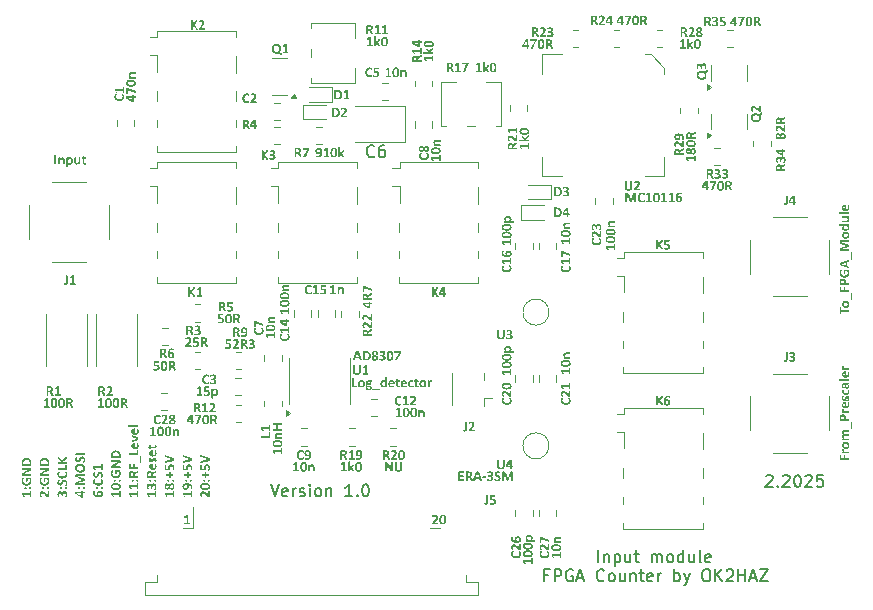
<source format=gbr>
%TF.GenerationSoftware,KiCad,Pcbnew,8.0.8*%
%TF.CreationDate,2025-02-24T20:15:37+01:00*%
%TF.ProjectId,Counter_input_module_1,436f756e-7465-4725-9f69-6e7075745f6d,rev?*%
%TF.SameCoordinates,Original*%
%TF.FileFunction,Legend,Top*%
%TF.FilePolarity,Positive*%
%FSLAX46Y46*%
G04 Gerber Fmt 4.6, Leading zero omitted, Abs format (unit mm)*
G04 Created by KiCad (PCBNEW 8.0.8) date 2025-02-24 20:15:37*
%MOMM*%
%LPD*%
G01*
G04 APERTURE LIST*
%ADD10C,0.200000*%
%ADD11C,0.150000*%
%ADD12C,0.120000*%
%ADD13C,0.100000*%
G04 APERTURE END LIST*
D10*
X72326816Y-140267219D02*
X72660149Y-141267219D01*
X72660149Y-141267219D02*
X72993482Y-140267219D01*
X73707768Y-141219600D02*
X73612530Y-141267219D01*
X73612530Y-141267219D02*
X73422054Y-141267219D01*
X73422054Y-141267219D02*
X73326816Y-141219600D01*
X73326816Y-141219600D02*
X73279197Y-141124361D01*
X73279197Y-141124361D02*
X73279197Y-140743409D01*
X73279197Y-140743409D02*
X73326816Y-140648171D01*
X73326816Y-140648171D02*
X73422054Y-140600552D01*
X73422054Y-140600552D02*
X73612530Y-140600552D01*
X73612530Y-140600552D02*
X73707768Y-140648171D01*
X73707768Y-140648171D02*
X73755387Y-140743409D01*
X73755387Y-140743409D02*
X73755387Y-140838647D01*
X73755387Y-140838647D02*
X73279197Y-140933885D01*
X74183959Y-141267219D02*
X74183959Y-140600552D01*
X74183959Y-140791028D02*
X74231578Y-140695790D01*
X74231578Y-140695790D02*
X74279197Y-140648171D01*
X74279197Y-140648171D02*
X74374435Y-140600552D01*
X74374435Y-140600552D02*
X74469673Y-140600552D01*
X74755388Y-141219600D02*
X74850626Y-141267219D01*
X74850626Y-141267219D02*
X75041102Y-141267219D01*
X75041102Y-141267219D02*
X75136340Y-141219600D01*
X75136340Y-141219600D02*
X75183959Y-141124361D01*
X75183959Y-141124361D02*
X75183959Y-141076742D01*
X75183959Y-141076742D02*
X75136340Y-140981504D01*
X75136340Y-140981504D02*
X75041102Y-140933885D01*
X75041102Y-140933885D02*
X74898245Y-140933885D01*
X74898245Y-140933885D02*
X74803007Y-140886266D01*
X74803007Y-140886266D02*
X74755388Y-140791028D01*
X74755388Y-140791028D02*
X74755388Y-140743409D01*
X74755388Y-140743409D02*
X74803007Y-140648171D01*
X74803007Y-140648171D02*
X74898245Y-140600552D01*
X74898245Y-140600552D02*
X75041102Y-140600552D01*
X75041102Y-140600552D02*
X75136340Y-140648171D01*
X75612531Y-141267219D02*
X75612531Y-140600552D01*
X75612531Y-140267219D02*
X75564912Y-140314838D01*
X75564912Y-140314838D02*
X75612531Y-140362457D01*
X75612531Y-140362457D02*
X75660150Y-140314838D01*
X75660150Y-140314838D02*
X75612531Y-140267219D01*
X75612531Y-140267219D02*
X75612531Y-140362457D01*
X76231578Y-141267219D02*
X76136340Y-141219600D01*
X76136340Y-141219600D02*
X76088721Y-141171980D01*
X76088721Y-141171980D02*
X76041102Y-141076742D01*
X76041102Y-141076742D02*
X76041102Y-140791028D01*
X76041102Y-140791028D02*
X76088721Y-140695790D01*
X76088721Y-140695790D02*
X76136340Y-140648171D01*
X76136340Y-140648171D02*
X76231578Y-140600552D01*
X76231578Y-140600552D02*
X76374435Y-140600552D01*
X76374435Y-140600552D02*
X76469673Y-140648171D01*
X76469673Y-140648171D02*
X76517292Y-140695790D01*
X76517292Y-140695790D02*
X76564911Y-140791028D01*
X76564911Y-140791028D02*
X76564911Y-141076742D01*
X76564911Y-141076742D02*
X76517292Y-141171980D01*
X76517292Y-141171980D02*
X76469673Y-141219600D01*
X76469673Y-141219600D02*
X76374435Y-141267219D01*
X76374435Y-141267219D02*
X76231578Y-141267219D01*
X76993483Y-140600552D02*
X76993483Y-141267219D01*
X76993483Y-140695790D02*
X77041102Y-140648171D01*
X77041102Y-140648171D02*
X77136340Y-140600552D01*
X77136340Y-140600552D02*
X77279197Y-140600552D01*
X77279197Y-140600552D02*
X77374435Y-140648171D01*
X77374435Y-140648171D02*
X77422054Y-140743409D01*
X77422054Y-140743409D02*
X77422054Y-141267219D01*
X79183959Y-141267219D02*
X78612531Y-141267219D01*
X78898245Y-141267219D02*
X78898245Y-140267219D01*
X78898245Y-140267219D02*
X78803007Y-140410076D01*
X78803007Y-140410076D02*
X78707769Y-140505314D01*
X78707769Y-140505314D02*
X78612531Y-140552933D01*
X79612531Y-141171980D02*
X79660150Y-141219600D01*
X79660150Y-141219600D02*
X79612531Y-141267219D01*
X79612531Y-141267219D02*
X79564912Y-141219600D01*
X79564912Y-141219600D02*
X79612531Y-141171980D01*
X79612531Y-141171980D02*
X79612531Y-141267219D01*
X80279197Y-140267219D02*
X80374435Y-140267219D01*
X80374435Y-140267219D02*
X80469673Y-140314838D01*
X80469673Y-140314838D02*
X80517292Y-140362457D01*
X80517292Y-140362457D02*
X80564911Y-140457695D01*
X80564911Y-140457695D02*
X80612530Y-140648171D01*
X80612530Y-140648171D02*
X80612530Y-140886266D01*
X80612530Y-140886266D02*
X80564911Y-141076742D01*
X80564911Y-141076742D02*
X80517292Y-141171980D01*
X80517292Y-141171980D02*
X80469673Y-141219600D01*
X80469673Y-141219600D02*
X80374435Y-141267219D01*
X80374435Y-141267219D02*
X80279197Y-141267219D01*
X80279197Y-141267219D02*
X80183959Y-141219600D01*
X80183959Y-141219600D02*
X80136340Y-141171980D01*
X80136340Y-141171980D02*
X80088721Y-141076742D01*
X80088721Y-141076742D02*
X80041102Y-140886266D01*
X80041102Y-140886266D02*
X80041102Y-140648171D01*
X80041102Y-140648171D02*
X80088721Y-140457695D01*
X80088721Y-140457695D02*
X80136340Y-140362457D01*
X80136340Y-140362457D02*
X80183959Y-140314838D01*
X80183959Y-140314838D02*
X80279197Y-140267219D01*
D11*
G36*
X79626685Y-131975778D02*
G01*
X79625146Y-132008531D01*
X79620530Y-132030513D01*
X79612836Y-132043263D01*
X79602065Y-132047000D01*
X79235408Y-132047000D01*
X79201116Y-132035129D01*
X79187267Y-131995782D01*
X79187267Y-131271040D01*
X79191224Y-131260049D01*
X79204633Y-131251916D01*
X79229473Y-131247080D01*
X79268820Y-131245101D01*
X79308387Y-131247080D01*
X79333007Y-131251916D01*
X79346196Y-131259829D01*
X79350373Y-131270820D01*
X79350373Y-131906316D01*
X79602065Y-131906316D01*
X79612836Y-131909833D01*
X79620530Y-131921483D01*
X79625146Y-131943025D01*
X79626685Y-131975778D01*
G37*
G36*
X80024081Y-131444012D02*
G01*
X80068422Y-131450674D01*
X80108087Y-131462062D01*
X80149261Y-131481435D01*
X80186623Y-131509276D01*
X80198213Y-131520974D01*
X80225838Y-131558276D01*
X80245161Y-131599092D01*
X80250969Y-131616375D01*
X80261552Y-131661094D01*
X80266962Y-131706215D01*
X80268335Y-131746068D01*
X80266127Y-131792822D01*
X80259504Y-131836667D01*
X80249651Y-131874002D01*
X80233082Y-131915136D01*
X80208993Y-131954674D01*
X80193377Y-131973800D01*
X80159643Y-132004614D01*
X80119525Y-132029189D01*
X80098855Y-132038427D01*
X80053600Y-132052224D01*
X80007337Y-132059277D01*
X79966085Y-132061068D01*
X79921949Y-132059093D01*
X79877764Y-132052358D01*
X79838150Y-132040845D01*
X79797047Y-132021223D01*
X79759516Y-131993358D01*
X79747805Y-131981713D01*
X79719987Y-131944411D01*
X79700486Y-131903595D01*
X79694609Y-131886312D01*
X79684160Y-131841552D01*
X79678819Y-131796611D01*
X79677463Y-131757059D01*
X79677757Y-131750904D01*
X79837491Y-131750904D01*
X79839893Y-131795981D01*
X79844305Y-131824323D01*
X79858416Y-131867925D01*
X79866287Y-131882575D01*
X79898045Y-131915326D01*
X79907393Y-131920824D01*
X79951039Y-131933374D01*
X79971580Y-131934452D01*
X80015775Y-131928634D01*
X80032909Y-131922143D01*
X80068965Y-131894526D01*
X80075554Y-131886092D01*
X80095668Y-131845247D01*
X80100174Y-131829159D01*
X80107164Y-131783513D01*
X80108307Y-131752662D01*
X80105982Y-131707663D01*
X80101713Y-131679463D01*
X80088584Y-131637478D01*
X80079731Y-131621211D01*
X80049382Y-131589108D01*
X80038625Y-131582523D01*
X79995043Y-131569770D01*
X79974218Y-131568674D01*
X79930618Y-131574597D01*
X79913548Y-131581204D01*
X79877493Y-131608899D01*
X79870903Y-131617474D01*
X79850543Y-131658525D01*
X79845844Y-131674627D01*
X79838665Y-131720085D01*
X79837491Y-131750904D01*
X79677757Y-131750904D01*
X79679697Y-131710278D01*
X79686398Y-131666355D01*
X79696367Y-131628905D01*
X79713173Y-131587565D01*
X79737310Y-131548083D01*
X79752861Y-131529107D01*
X79786664Y-131498471D01*
X79826635Y-131474075D01*
X79847163Y-131464920D01*
X79892284Y-131450989D01*
X79938479Y-131443867D01*
X79979713Y-131442059D01*
X80024081Y-131444012D01*
G37*
G36*
X80637556Y-131445128D02*
G01*
X80642027Y-131445796D01*
X80685149Y-131455718D01*
X80686430Y-131456127D01*
X80861406Y-131456127D01*
X80878332Y-131469316D01*
X80884926Y-131513060D01*
X80878112Y-131555046D01*
X80861406Y-131568674D01*
X80796339Y-131568674D01*
X80815903Y-131601647D01*
X80821838Y-131639676D01*
X80817827Y-131684134D01*
X80805792Y-131723427D01*
X80781776Y-131762729D01*
X80759630Y-131784976D01*
X80722033Y-131809342D01*
X80687309Y-131823004D01*
X80642521Y-131832731D01*
X80596240Y-131835961D01*
X80593007Y-131835974D01*
X80548312Y-131831093D01*
X80542229Y-131829599D01*
X80505300Y-131814871D01*
X80491891Y-131835314D01*
X80486175Y-131861473D01*
X80501782Y-131892907D01*
X80544206Y-131906223D01*
X80545966Y-131906316D01*
X80680275Y-131911371D01*
X80724569Y-131915603D01*
X80763806Y-131924780D01*
X80805331Y-131942761D01*
X80825795Y-131957094D01*
X80855686Y-131991225D01*
X80864043Y-132006993D01*
X80876143Y-132051036D01*
X80877452Y-132073598D01*
X80871749Y-132118312D01*
X80859427Y-132150974D01*
X80833693Y-132188965D01*
X80805792Y-132214281D01*
X80765345Y-132238242D01*
X80722381Y-132254519D01*
X80715666Y-132256487D01*
X80672544Y-132265997D01*
X80628507Y-132270859D01*
X80589270Y-132272094D01*
X80543326Y-132270769D01*
X80498715Y-132266302D01*
X80469030Y-132260883D01*
X80426368Y-132248647D01*
X80387477Y-132230108D01*
X80353121Y-132200829D01*
X80341095Y-132182847D01*
X80327735Y-132140623D01*
X80326587Y-132122617D01*
X80329896Y-132098217D01*
X80476723Y-132098217D01*
X80497329Y-132137577D01*
X80507937Y-132143939D01*
X80551191Y-132156559D01*
X80596085Y-132159547D01*
X80641054Y-132155913D01*
X80655436Y-132152512D01*
X80694344Y-132134267D01*
X80715446Y-132108769D01*
X80721601Y-132079093D01*
X80702088Y-132039384D01*
X80699399Y-132037547D01*
X80656576Y-132023328D01*
X80638070Y-132021940D01*
X80527501Y-132018863D01*
X80501782Y-132040845D01*
X80486395Y-132060848D01*
X80478482Y-132079533D01*
X80476723Y-132098217D01*
X80329896Y-132098217D01*
X80331863Y-132083709D01*
X80347250Y-132048099D01*
X80372309Y-132015785D01*
X80406381Y-131986110D01*
X80372201Y-131956792D01*
X80365275Y-131946323D01*
X80351461Y-131903872D01*
X80350767Y-131890928D01*
X80357293Y-131846518D01*
X80367473Y-131822345D01*
X80393566Y-131784315D01*
X80410558Y-131766511D01*
X80383067Y-131730035D01*
X80376046Y-131715733D01*
X80364901Y-131673057D01*
X80363077Y-131642094D01*
X80363139Y-131641434D01*
X80499145Y-131641434D01*
X80509747Y-131684436D01*
X80523764Y-131701445D01*
X80564508Y-131720829D01*
X80592348Y-131723427D01*
X80633234Y-131716832D01*
X80662030Y-131698367D01*
X80679176Y-131671330D01*
X80685111Y-131639236D01*
X80675408Y-131596183D01*
X80660272Y-131577027D01*
X80619154Y-131557255D01*
X80590589Y-131554606D01*
X80550362Y-131561640D01*
X80521566Y-131580545D01*
X80504640Y-131608461D01*
X80499145Y-131641434D01*
X80363139Y-131641434D01*
X80367308Y-131597361D01*
X80380003Y-131557683D01*
X80403396Y-131519577D01*
X80427264Y-131495035D01*
X80465077Y-131469927D01*
X80499584Y-131455688D01*
X80543878Y-131445466D01*
X80589196Y-131442072D01*
X80592348Y-131442059D01*
X80637556Y-131445128D01*
G37*
G36*
X81541304Y-132215820D02*
G01*
X81535369Y-132259124D01*
X81516025Y-132272094D01*
X80928450Y-132272094D01*
X80908227Y-132259344D01*
X80902512Y-132216480D01*
X80908227Y-132172736D01*
X80928450Y-132159547D01*
X81516025Y-132159547D01*
X81535369Y-132172296D01*
X81541304Y-132215820D01*
G37*
G36*
X82095247Y-131190806D02*
G01*
X82118768Y-131196082D01*
X82131078Y-131204215D01*
X82134815Y-131215206D01*
X82134815Y-132022380D01*
X82131737Y-132033810D01*
X82121186Y-132041504D01*
X82100963Y-132045900D01*
X82069968Y-132047000D01*
X82037655Y-132045900D01*
X82017651Y-132041724D01*
X82006441Y-132034250D01*
X82003143Y-132023479D01*
X82003143Y-131965007D01*
X81970572Y-131996290D01*
X81933962Y-132023761D01*
X81913677Y-132035789D01*
X81870923Y-132053069D01*
X81824214Y-132060673D01*
X81810143Y-132061068D01*
X81765578Y-132057668D01*
X81720540Y-132045105D01*
X81703531Y-132036888D01*
X81666253Y-132010342D01*
X81636027Y-131976455D01*
X81632529Y-131971382D01*
X81611348Y-131932613D01*
X81595888Y-131888627D01*
X81592522Y-131875101D01*
X81584552Y-131829329D01*
X81580801Y-131785403D01*
X81580212Y-131759037D01*
X81580574Y-131748486D01*
X81738482Y-131748486D01*
X81740848Y-131793890D01*
X81743977Y-131817069D01*
X81755057Y-131859687D01*
X81762222Y-131876860D01*
X81788309Y-131912547D01*
X81795854Y-131918845D01*
X81837547Y-131933904D01*
X81849270Y-131934452D01*
X81880484Y-131929616D01*
X81911259Y-131913789D01*
X81943792Y-131884993D01*
X81972971Y-131850835D01*
X81980282Y-131841469D01*
X81980282Y-131659240D01*
X81951593Y-131624726D01*
X81918227Y-131593452D01*
X81916315Y-131591975D01*
X81877005Y-131571951D01*
X81852348Y-131568674D01*
X81808568Y-131578977D01*
X81800031Y-131584281D01*
X81769040Y-131617759D01*
X81764640Y-131625607D01*
X81748566Y-131667648D01*
X81744856Y-131683200D01*
X81739104Y-131727753D01*
X81738482Y-131748486D01*
X81580574Y-131748486D01*
X81581736Y-131714631D01*
X81586934Y-131669206D01*
X81595819Y-131627366D01*
X81611073Y-131582724D01*
X81632856Y-131541058D01*
X81641981Y-131527788D01*
X81673656Y-131493247D01*
X81711804Y-131467110D01*
X81717379Y-131464260D01*
X81759568Y-131449084D01*
X81803340Y-131442601D01*
X81821353Y-131442059D01*
X81865537Y-131446785D01*
X81905324Y-131460963D01*
X81942968Y-131484044D01*
X81977960Y-131513668D01*
X81980282Y-131515918D01*
X81980282Y-131215646D01*
X81983579Y-131204435D01*
X81995889Y-131196082D01*
X82019630Y-131190806D01*
X82057438Y-131188828D01*
X82095247Y-131190806D01*
G37*
G36*
X82582297Y-131444474D02*
G01*
X82626172Y-131452620D01*
X82655345Y-131462502D01*
X82695021Y-131483419D01*
X82729968Y-131512554D01*
X82736018Y-131519215D01*
X82761975Y-131556165D01*
X82780493Y-131599007D01*
X82782400Y-131605164D01*
X82792618Y-131650274D01*
X82796983Y-131695101D01*
X82797348Y-131713095D01*
X82797348Y-131737935D01*
X82784598Y-131780140D01*
X82749647Y-131793769D01*
X82413984Y-131793769D01*
X82417932Y-131839418D01*
X82422337Y-131858175D01*
X82441426Y-131897937D01*
X82448935Y-131907195D01*
X82485549Y-131933673D01*
X82495976Y-131937969D01*
X82540870Y-131947490D01*
X82564780Y-131948521D01*
X82609767Y-131946196D01*
X82636441Y-131941926D01*
X82679771Y-131930817D01*
X82690076Y-131927418D01*
X82727445Y-131912910D01*
X82751625Y-131906316D01*
X82760858Y-131908514D01*
X82767013Y-131915988D01*
X82770530Y-131931375D01*
X82771409Y-131956214D01*
X82770750Y-131978856D01*
X82768771Y-131994903D01*
X82765254Y-132006113D01*
X82758660Y-132014686D01*
X82736678Y-132026776D01*
X82694406Y-132041421D01*
X82690956Y-132042383D01*
X82646826Y-132052105D01*
X82627208Y-132055353D01*
X82582955Y-132060125D01*
X82550711Y-132061068D01*
X82506469Y-132059265D01*
X82461917Y-132053116D01*
X82421678Y-132042603D01*
X82379823Y-132024481D01*
X82341403Y-131997986D01*
X82329354Y-131986769D01*
X82300467Y-131950134D01*
X82280123Y-131909410D01*
X82273960Y-131892027D01*
X82262842Y-131846247D01*
X82257158Y-131799448D01*
X82255715Y-131757718D01*
X82257582Y-131713385D01*
X82260115Y-131695290D01*
X82413984Y-131695290D01*
X82646552Y-131695290D01*
X82643667Y-131649983D01*
X82629674Y-131607205D01*
X82620174Y-131592195D01*
X82584398Y-131564003D01*
X82540563Y-131554753D01*
X82533346Y-131554606D01*
X82488745Y-131562587D01*
X82481688Y-131565817D01*
X82447041Y-131593380D01*
X82445198Y-131595712D01*
X82424499Y-131635573D01*
X82422997Y-131640335D01*
X82414703Y-131684450D01*
X82413984Y-131695290D01*
X82260115Y-131695290D01*
X82263951Y-131667892D01*
X82274839Y-131625827D01*
X82291624Y-131584178D01*
X82315320Y-131544780D01*
X82330453Y-131526030D01*
X82362713Y-131496002D01*
X82400197Y-131472359D01*
X82419260Y-131463601D01*
X82463944Y-131449653D01*
X82509055Y-131443090D01*
X82537083Y-131442059D01*
X82582297Y-131444474D01*
G37*
G36*
X83239403Y-131975778D02*
G01*
X83235886Y-132016445D01*
X83226873Y-132036228D01*
X83210607Y-132046560D01*
X83185327Y-132054254D01*
X83153674Y-132059309D01*
X83119382Y-132061068D01*
X83073576Y-132057718D01*
X83038928Y-132049198D01*
X82999515Y-132028510D01*
X82982875Y-132013367D01*
X82958752Y-131975946D01*
X82950122Y-131952038D01*
X82941889Y-131908782D01*
X82939570Y-131864330D01*
X82939570Y-131582743D01*
X82873625Y-131582743D01*
X82855600Y-131568235D01*
X82849469Y-131523618D01*
X82849445Y-131519435D01*
X82850983Y-131489100D01*
X82855600Y-131469536D01*
X82863293Y-131459205D01*
X82874064Y-131456127D01*
X82939570Y-131456127D01*
X82939570Y-131328413D01*
X82942868Y-131316762D01*
X82955397Y-131308189D01*
X82979357Y-131303133D01*
X83016946Y-131301375D01*
X83054755Y-131303133D01*
X83078496Y-131308189D01*
X83091025Y-131316762D01*
X83094762Y-131328413D01*
X83094762Y-131456127D01*
X83214783Y-131456127D01*
X83225554Y-131459205D01*
X83233248Y-131469536D01*
X83237864Y-131489100D01*
X83239403Y-131519435D01*
X83234690Y-131564250D01*
X83233248Y-131568235D01*
X83215223Y-131582743D01*
X83094762Y-131582743D01*
X83094762Y-131843667D01*
X83099214Y-131887516D01*
X83108831Y-131911811D01*
X83148748Y-131933900D01*
X83159609Y-131934452D01*
X83181810Y-131932254D01*
X83199396Y-131927418D01*
X83212585Y-131922362D01*
X83222037Y-131920164D01*
X83229071Y-131922362D01*
X83234347Y-131931155D01*
X83237864Y-131948301D01*
X83239403Y-131975778D01*
G37*
G36*
X83628634Y-131444474D02*
G01*
X83672508Y-131452620D01*
X83701681Y-131462502D01*
X83741358Y-131483419D01*
X83776304Y-131512554D01*
X83782355Y-131519215D01*
X83808311Y-131556165D01*
X83826829Y-131599007D01*
X83828736Y-131605164D01*
X83838955Y-131650274D01*
X83843319Y-131695101D01*
X83843684Y-131713095D01*
X83843684Y-131737935D01*
X83830935Y-131780140D01*
X83795983Y-131793769D01*
X83460321Y-131793769D01*
X83464269Y-131839418D01*
X83468674Y-131858175D01*
X83487763Y-131897937D01*
X83495272Y-131907195D01*
X83531885Y-131933673D01*
X83542313Y-131937969D01*
X83587206Y-131947490D01*
X83611116Y-131948521D01*
X83656104Y-131946196D01*
X83682777Y-131941926D01*
X83726107Y-131930817D01*
X83736413Y-131927418D01*
X83773782Y-131912910D01*
X83797962Y-131906316D01*
X83807194Y-131908514D01*
X83813349Y-131915988D01*
X83816866Y-131931375D01*
X83817745Y-131956214D01*
X83817086Y-131978856D01*
X83815108Y-131994903D01*
X83811591Y-132006113D01*
X83804996Y-132014686D01*
X83783014Y-132026776D01*
X83740742Y-132041421D01*
X83737292Y-132042383D01*
X83693162Y-132052105D01*
X83673545Y-132055353D01*
X83629291Y-132060125D01*
X83597048Y-132061068D01*
X83552805Y-132059265D01*
X83508254Y-132053116D01*
X83468014Y-132042603D01*
X83426160Y-132024481D01*
X83387740Y-131997986D01*
X83375690Y-131986769D01*
X83346803Y-131950134D01*
X83326459Y-131909410D01*
X83320296Y-131892027D01*
X83309178Y-131846247D01*
X83303494Y-131799448D01*
X83302051Y-131757718D01*
X83303919Y-131713385D01*
X83306452Y-131695290D01*
X83460321Y-131695290D01*
X83692889Y-131695290D01*
X83690003Y-131649983D01*
X83676011Y-131607205D01*
X83666510Y-131592195D01*
X83630735Y-131564003D01*
X83586899Y-131554753D01*
X83579682Y-131554606D01*
X83535082Y-131562587D01*
X83528025Y-131565817D01*
X83493377Y-131593380D01*
X83491535Y-131595712D01*
X83470836Y-131635573D01*
X83469333Y-131640335D01*
X83461039Y-131684450D01*
X83460321Y-131695290D01*
X83306452Y-131695290D01*
X83310287Y-131667892D01*
X83321175Y-131625827D01*
X83337961Y-131584178D01*
X83361656Y-131544780D01*
X83376789Y-131526030D01*
X83409050Y-131496002D01*
X83446534Y-131472359D01*
X83465596Y-131463601D01*
X83510280Y-131449653D01*
X83555391Y-131443090D01*
X83583419Y-131442059D01*
X83628634Y-131444474D01*
G37*
G36*
X84385537Y-131945004D02*
G01*
X84384658Y-131971162D01*
X84382240Y-131988748D01*
X84378503Y-132000398D01*
X84368831Y-132011389D01*
X84343332Y-132027436D01*
X84302665Y-132044362D01*
X84259461Y-132055253D01*
X84252766Y-132056452D01*
X84208172Y-132060906D01*
X84197592Y-132061068D01*
X84151822Y-132058286D01*
X84106842Y-132048993D01*
X84084605Y-132041284D01*
X84044700Y-132020397D01*
X84010770Y-131992357D01*
X84002173Y-131983032D01*
X83976201Y-131946133D01*
X83957585Y-131906067D01*
X83951835Y-131889170D01*
X83941521Y-131845234D01*
X83936248Y-131801048D01*
X83934909Y-131762115D01*
X83936543Y-131717414D01*
X83942193Y-131671948D01*
X83953070Y-131627042D01*
X83955572Y-131619452D01*
X83973387Y-131577216D01*
X83997920Y-131538088D01*
X84013384Y-131519875D01*
X84048456Y-131489166D01*
X84088662Y-131466284D01*
X84101092Y-131461183D01*
X84143981Y-131448801D01*
X84190136Y-131442731D01*
X84212540Y-131442059D01*
X84256441Y-131445670D01*
X84260900Y-131446455D01*
X84304228Y-131457861D01*
X84305523Y-131458325D01*
X84342452Y-131475251D01*
X84365753Y-131491518D01*
X84375205Y-131502949D01*
X84379602Y-131515039D01*
X84382240Y-131533503D01*
X84383119Y-131559882D01*
X84379056Y-131604175D01*
X84376964Y-131610440D01*
X84360917Y-131624948D01*
X84338496Y-131616155D01*
X84310799Y-131596811D01*
X84272330Y-131577467D01*
X84228605Y-131568889D01*
X84219134Y-131568674D01*
X84174662Y-131576402D01*
X84137156Y-131602007D01*
X84126371Y-131615496D01*
X84106814Y-131656763D01*
X84097411Y-131700551D01*
X84094309Y-131747265D01*
X84094277Y-131752882D01*
X84096511Y-131797317D01*
X84102191Y-131831577D01*
X84117010Y-131873231D01*
X84126151Y-131888730D01*
X84158493Y-131919171D01*
X84165718Y-131923022D01*
X84209521Y-131934051D01*
X84221113Y-131934452D01*
X84265758Y-131929220D01*
X84276287Y-131925879D01*
X84316953Y-131906316D01*
X84345969Y-131886972D01*
X84365753Y-131878179D01*
X84374986Y-131881256D01*
X84380921Y-131892247D01*
X84384218Y-131912910D01*
X84385537Y-131945004D01*
G37*
G36*
X84821217Y-131975778D02*
G01*
X84817700Y-132016445D01*
X84808688Y-132036228D01*
X84792421Y-132046560D01*
X84767142Y-132054254D01*
X84735488Y-132059309D01*
X84701196Y-132061068D01*
X84655390Y-132057718D01*
X84620743Y-132049198D01*
X84581329Y-132028510D01*
X84564689Y-132013367D01*
X84540567Y-131975946D01*
X84531936Y-131952038D01*
X84523703Y-131908782D01*
X84521385Y-131864330D01*
X84521385Y-131582743D01*
X84455439Y-131582743D01*
X84437414Y-131568235D01*
X84431283Y-131523618D01*
X84431259Y-131519435D01*
X84432798Y-131489100D01*
X84437414Y-131469536D01*
X84445108Y-131459205D01*
X84455879Y-131456127D01*
X84521385Y-131456127D01*
X84521385Y-131328413D01*
X84524682Y-131316762D01*
X84537212Y-131308189D01*
X84561172Y-131303133D01*
X84598761Y-131301375D01*
X84636570Y-131303133D01*
X84660310Y-131308189D01*
X84672840Y-131316762D01*
X84676577Y-131328413D01*
X84676577Y-131456127D01*
X84796598Y-131456127D01*
X84807369Y-131459205D01*
X84815062Y-131469536D01*
X84819678Y-131489100D01*
X84821217Y-131519435D01*
X84816505Y-131564250D01*
X84815062Y-131568235D01*
X84797037Y-131582743D01*
X84676577Y-131582743D01*
X84676577Y-131843667D01*
X84681028Y-131887516D01*
X84690645Y-131911811D01*
X84730562Y-131933900D01*
X84741423Y-131934452D01*
X84763625Y-131932254D01*
X84781210Y-131927418D01*
X84794399Y-131922362D01*
X84803852Y-131920164D01*
X84810886Y-131922362D01*
X84816161Y-131931155D01*
X84819678Y-131948301D01*
X84821217Y-131975778D01*
G37*
G36*
X85232022Y-131444012D02*
G01*
X85276363Y-131450674D01*
X85316029Y-131462062D01*
X85357202Y-131481435D01*
X85394565Y-131509276D01*
X85406154Y-131520974D01*
X85433779Y-131558276D01*
X85453102Y-131599092D01*
X85458911Y-131616375D01*
X85469493Y-131661094D01*
X85474903Y-131706215D01*
X85476277Y-131746068D01*
X85474069Y-131792822D01*
X85467445Y-131836667D01*
X85457592Y-131874002D01*
X85441023Y-131915136D01*
X85416934Y-131954674D01*
X85401318Y-131973800D01*
X85367585Y-132004614D01*
X85327466Y-132029189D01*
X85306796Y-132038427D01*
X85261541Y-132052224D01*
X85215278Y-132059277D01*
X85174026Y-132061068D01*
X85129891Y-132059093D01*
X85085705Y-132052358D01*
X85046092Y-132040845D01*
X85004988Y-132021223D01*
X84967457Y-131993358D01*
X84955746Y-131981713D01*
X84927929Y-131944411D01*
X84908428Y-131903595D01*
X84902550Y-131886312D01*
X84892102Y-131841552D01*
X84886761Y-131796611D01*
X84885404Y-131757059D01*
X84885698Y-131750904D01*
X85045432Y-131750904D01*
X85047834Y-131795981D01*
X85052247Y-131824323D01*
X85066357Y-131867925D01*
X85074228Y-131882575D01*
X85105986Y-131915326D01*
X85115334Y-131920824D01*
X85158980Y-131933374D01*
X85179521Y-131934452D01*
X85223716Y-131928634D01*
X85240851Y-131922143D01*
X85276906Y-131894526D01*
X85283496Y-131886092D01*
X85303609Y-131845247D01*
X85308115Y-131829159D01*
X85315105Y-131783513D01*
X85316249Y-131752662D01*
X85313924Y-131707663D01*
X85309654Y-131679463D01*
X85296525Y-131637478D01*
X85287672Y-131621211D01*
X85257324Y-131589108D01*
X85246566Y-131582523D01*
X85202984Y-131569770D01*
X85182159Y-131568674D01*
X85138560Y-131574597D01*
X85121489Y-131581204D01*
X85085434Y-131608899D01*
X85078845Y-131617474D01*
X85058484Y-131658525D01*
X85053785Y-131674627D01*
X85046607Y-131720085D01*
X85045432Y-131750904D01*
X84885698Y-131750904D01*
X84887638Y-131710278D01*
X84894340Y-131666355D01*
X84904309Y-131628905D01*
X84921114Y-131587565D01*
X84945251Y-131548083D01*
X84960802Y-131529107D01*
X84994605Y-131498471D01*
X85034576Y-131474075D01*
X85055104Y-131464920D01*
X85100225Y-131450989D01*
X85146420Y-131443867D01*
X85187655Y-131442059D01*
X85232022Y-131444012D01*
G37*
G36*
X85949986Y-131525590D02*
G01*
X85948667Y-131560761D01*
X85944930Y-131582303D01*
X85938555Y-131593294D01*
X85928443Y-131596371D01*
X85917233Y-131594173D01*
X85903164Y-131589557D01*
X85886238Y-131584941D01*
X85865795Y-131582743D01*
X85839856Y-131588238D01*
X85813039Y-131605604D01*
X85784023Y-131636818D01*
X85757924Y-131674347D01*
X85751489Y-131684739D01*
X85751489Y-132022600D01*
X85747752Y-132033371D01*
X85735003Y-132041064D01*
X85711263Y-132045461D01*
X85673454Y-132047000D01*
X85635645Y-132045461D01*
X85611905Y-132041064D01*
X85599375Y-132033371D01*
X85595638Y-132022600D01*
X85595638Y-131480527D01*
X85598715Y-131469756D01*
X85609706Y-131462282D01*
X85630589Y-131457666D01*
X85662463Y-131456127D01*
X85695216Y-131457666D01*
X85715219Y-131462282D01*
X85725551Y-131469976D01*
X85728628Y-131480527D01*
X85728628Y-131548011D01*
X85755861Y-131511488D01*
X85769295Y-131496134D01*
X85802550Y-131465904D01*
X85805785Y-131463601D01*
X85840516Y-131446895D01*
X85875247Y-131442059D01*
X85892393Y-131442938D01*
X85911737Y-131446016D01*
X85928883Y-131450852D01*
X85939654Y-131456567D01*
X85944710Y-131462942D01*
X85947348Y-131472833D01*
X85949326Y-131491518D01*
X85949986Y-131525590D01*
G37*
D10*
X114222054Y-139562457D02*
X114269673Y-139514838D01*
X114269673Y-139514838D02*
X114364911Y-139467219D01*
X114364911Y-139467219D02*
X114603006Y-139467219D01*
X114603006Y-139467219D02*
X114698244Y-139514838D01*
X114698244Y-139514838D02*
X114745863Y-139562457D01*
X114745863Y-139562457D02*
X114793482Y-139657695D01*
X114793482Y-139657695D02*
X114793482Y-139752933D01*
X114793482Y-139752933D02*
X114745863Y-139895790D01*
X114745863Y-139895790D02*
X114174435Y-140467219D01*
X114174435Y-140467219D02*
X114793482Y-140467219D01*
X115222054Y-140371980D02*
X115269673Y-140419600D01*
X115269673Y-140419600D02*
X115222054Y-140467219D01*
X115222054Y-140467219D02*
X115174435Y-140419600D01*
X115174435Y-140419600D02*
X115222054Y-140371980D01*
X115222054Y-140371980D02*
X115222054Y-140467219D01*
X115650625Y-139562457D02*
X115698244Y-139514838D01*
X115698244Y-139514838D02*
X115793482Y-139467219D01*
X115793482Y-139467219D02*
X116031577Y-139467219D01*
X116031577Y-139467219D02*
X116126815Y-139514838D01*
X116126815Y-139514838D02*
X116174434Y-139562457D01*
X116174434Y-139562457D02*
X116222053Y-139657695D01*
X116222053Y-139657695D02*
X116222053Y-139752933D01*
X116222053Y-139752933D02*
X116174434Y-139895790D01*
X116174434Y-139895790D02*
X115603006Y-140467219D01*
X115603006Y-140467219D02*
X116222053Y-140467219D01*
X116841101Y-139467219D02*
X116936339Y-139467219D01*
X116936339Y-139467219D02*
X117031577Y-139514838D01*
X117031577Y-139514838D02*
X117079196Y-139562457D01*
X117079196Y-139562457D02*
X117126815Y-139657695D01*
X117126815Y-139657695D02*
X117174434Y-139848171D01*
X117174434Y-139848171D02*
X117174434Y-140086266D01*
X117174434Y-140086266D02*
X117126815Y-140276742D01*
X117126815Y-140276742D02*
X117079196Y-140371980D01*
X117079196Y-140371980D02*
X117031577Y-140419600D01*
X117031577Y-140419600D02*
X116936339Y-140467219D01*
X116936339Y-140467219D02*
X116841101Y-140467219D01*
X116841101Y-140467219D02*
X116745863Y-140419600D01*
X116745863Y-140419600D02*
X116698244Y-140371980D01*
X116698244Y-140371980D02*
X116650625Y-140276742D01*
X116650625Y-140276742D02*
X116603006Y-140086266D01*
X116603006Y-140086266D02*
X116603006Y-139848171D01*
X116603006Y-139848171D02*
X116650625Y-139657695D01*
X116650625Y-139657695D02*
X116698244Y-139562457D01*
X116698244Y-139562457D02*
X116745863Y-139514838D01*
X116745863Y-139514838D02*
X116841101Y-139467219D01*
X117555387Y-139562457D02*
X117603006Y-139514838D01*
X117603006Y-139514838D02*
X117698244Y-139467219D01*
X117698244Y-139467219D02*
X117936339Y-139467219D01*
X117936339Y-139467219D02*
X118031577Y-139514838D01*
X118031577Y-139514838D02*
X118079196Y-139562457D01*
X118079196Y-139562457D02*
X118126815Y-139657695D01*
X118126815Y-139657695D02*
X118126815Y-139752933D01*
X118126815Y-139752933D02*
X118079196Y-139895790D01*
X118079196Y-139895790D02*
X117507768Y-140467219D01*
X117507768Y-140467219D02*
X118126815Y-140467219D01*
X119031577Y-139467219D02*
X118555387Y-139467219D01*
X118555387Y-139467219D02*
X118507768Y-139943409D01*
X118507768Y-139943409D02*
X118555387Y-139895790D01*
X118555387Y-139895790D02*
X118650625Y-139848171D01*
X118650625Y-139848171D02*
X118888720Y-139848171D01*
X118888720Y-139848171D02*
X118983958Y-139895790D01*
X118983958Y-139895790D02*
X119031577Y-139943409D01*
X119031577Y-139943409D02*
X119079196Y-140038647D01*
X119079196Y-140038647D02*
X119079196Y-140276742D01*
X119079196Y-140276742D02*
X119031577Y-140371980D01*
X119031577Y-140371980D02*
X118983958Y-140419600D01*
X118983958Y-140419600D02*
X118888720Y-140467219D01*
X118888720Y-140467219D02*
X118650625Y-140467219D01*
X118650625Y-140467219D02*
X118555387Y-140419600D01*
X118555387Y-140419600D02*
X118507768Y-140371980D01*
X100041103Y-146857275D02*
X100041103Y-145857275D01*
X100517293Y-146190608D02*
X100517293Y-146857275D01*
X100517293Y-146285846D02*
X100564912Y-146238227D01*
X100564912Y-146238227D02*
X100660150Y-146190608D01*
X100660150Y-146190608D02*
X100803007Y-146190608D01*
X100803007Y-146190608D02*
X100898245Y-146238227D01*
X100898245Y-146238227D02*
X100945864Y-146333465D01*
X100945864Y-146333465D02*
X100945864Y-146857275D01*
X101422055Y-146190608D02*
X101422055Y-147190608D01*
X101422055Y-146238227D02*
X101517293Y-146190608D01*
X101517293Y-146190608D02*
X101707769Y-146190608D01*
X101707769Y-146190608D02*
X101803007Y-146238227D01*
X101803007Y-146238227D02*
X101850626Y-146285846D01*
X101850626Y-146285846D02*
X101898245Y-146381084D01*
X101898245Y-146381084D02*
X101898245Y-146666798D01*
X101898245Y-146666798D02*
X101850626Y-146762036D01*
X101850626Y-146762036D02*
X101803007Y-146809656D01*
X101803007Y-146809656D02*
X101707769Y-146857275D01*
X101707769Y-146857275D02*
X101517293Y-146857275D01*
X101517293Y-146857275D02*
X101422055Y-146809656D01*
X102755388Y-146190608D02*
X102755388Y-146857275D01*
X102326817Y-146190608D02*
X102326817Y-146714417D01*
X102326817Y-146714417D02*
X102374436Y-146809656D01*
X102374436Y-146809656D02*
X102469674Y-146857275D01*
X102469674Y-146857275D02*
X102612531Y-146857275D01*
X102612531Y-146857275D02*
X102707769Y-146809656D01*
X102707769Y-146809656D02*
X102755388Y-146762036D01*
X103088722Y-146190608D02*
X103469674Y-146190608D01*
X103231579Y-145857275D02*
X103231579Y-146714417D01*
X103231579Y-146714417D02*
X103279198Y-146809656D01*
X103279198Y-146809656D02*
X103374436Y-146857275D01*
X103374436Y-146857275D02*
X103469674Y-146857275D01*
X104564913Y-146857275D02*
X104564913Y-146190608D01*
X104564913Y-146285846D02*
X104612532Y-146238227D01*
X104612532Y-146238227D02*
X104707770Y-146190608D01*
X104707770Y-146190608D02*
X104850627Y-146190608D01*
X104850627Y-146190608D02*
X104945865Y-146238227D01*
X104945865Y-146238227D02*
X104993484Y-146333465D01*
X104993484Y-146333465D02*
X104993484Y-146857275D01*
X104993484Y-146333465D02*
X105041103Y-146238227D01*
X105041103Y-146238227D02*
X105136341Y-146190608D01*
X105136341Y-146190608D02*
X105279198Y-146190608D01*
X105279198Y-146190608D02*
X105374437Y-146238227D01*
X105374437Y-146238227D02*
X105422056Y-146333465D01*
X105422056Y-146333465D02*
X105422056Y-146857275D01*
X106041103Y-146857275D02*
X105945865Y-146809656D01*
X105945865Y-146809656D02*
X105898246Y-146762036D01*
X105898246Y-146762036D02*
X105850627Y-146666798D01*
X105850627Y-146666798D02*
X105850627Y-146381084D01*
X105850627Y-146381084D02*
X105898246Y-146285846D01*
X105898246Y-146285846D02*
X105945865Y-146238227D01*
X105945865Y-146238227D02*
X106041103Y-146190608D01*
X106041103Y-146190608D02*
X106183960Y-146190608D01*
X106183960Y-146190608D02*
X106279198Y-146238227D01*
X106279198Y-146238227D02*
X106326817Y-146285846D01*
X106326817Y-146285846D02*
X106374436Y-146381084D01*
X106374436Y-146381084D02*
X106374436Y-146666798D01*
X106374436Y-146666798D02*
X106326817Y-146762036D01*
X106326817Y-146762036D02*
X106279198Y-146809656D01*
X106279198Y-146809656D02*
X106183960Y-146857275D01*
X106183960Y-146857275D02*
X106041103Y-146857275D01*
X107231579Y-146857275D02*
X107231579Y-145857275D01*
X107231579Y-146809656D02*
X107136341Y-146857275D01*
X107136341Y-146857275D02*
X106945865Y-146857275D01*
X106945865Y-146857275D02*
X106850627Y-146809656D01*
X106850627Y-146809656D02*
X106803008Y-146762036D01*
X106803008Y-146762036D02*
X106755389Y-146666798D01*
X106755389Y-146666798D02*
X106755389Y-146381084D01*
X106755389Y-146381084D02*
X106803008Y-146285846D01*
X106803008Y-146285846D02*
X106850627Y-146238227D01*
X106850627Y-146238227D02*
X106945865Y-146190608D01*
X106945865Y-146190608D02*
X107136341Y-146190608D01*
X107136341Y-146190608D02*
X107231579Y-146238227D01*
X108136341Y-146190608D02*
X108136341Y-146857275D01*
X107707770Y-146190608D02*
X107707770Y-146714417D01*
X107707770Y-146714417D02*
X107755389Y-146809656D01*
X107755389Y-146809656D02*
X107850627Y-146857275D01*
X107850627Y-146857275D02*
X107993484Y-146857275D01*
X107993484Y-146857275D02*
X108088722Y-146809656D01*
X108088722Y-146809656D02*
X108136341Y-146762036D01*
X108755389Y-146857275D02*
X108660151Y-146809656D01*
X108660151Y-146809656D02*
X108612532Y-146714417D01*
X108612532Y-146714417D02*
X108612532Y-145857275D01*
X109517294Y-146809656D02*
X109422056Y-146857275D01*
X109422056Y-146857275D02*
X109231580Y-146857275D01*
X109231580Y-146857275D02*
X109136342Y-146809656D01*
X109136342Y-146809656D02*
X109088723Y-146714417D01*
X109088723Y-146714417D02*
X109088723Y-146333465D01*
X109088723Y-146333465D02*
X109136342Y-146238227D01*
X109136342Y-146238227D02*
X109231580Y-146190608D01*
X109231580Y-146190608D02*
X109422056Y-146190608D01*
X109422056Y-146190608D02*
X109517294Y-146238227D01*
X109517294Y-146238227D02*
X109564913Y-146333465D01*
X109564913Y-146333465D02*
X109564913Y-146428703D01*
X109564913Y-146428703D02*
X109088723Y-146523941D01*
X95803006Y-147943409D02*
X95469673Y-147943409D01*
X95469673Y-148467219D02*
X95469673Y-147467219D01*
X95469673Y-147467219D02*
X95945863Y-147467219D01*
X96326816Y-148467219D02*
X96326816Y-147467219D01*
X96326816Y-147467219D02*
X96707768Y-147467219D01*
X96707768Y-147467219D02*
X96803006Y-147514838D01*
X96803006Y-147514838D02*
X96850625Y-147562457D01*
X96850625Y-147562457D02*
X96898244Y-147657695D01*
X96898244Y-147657695D02*
X96898244Y-147800552D01*
X96898244Y-147800552D02*
X96850625Y-147895790D01*
X96850625Y-147895790D02*
X96803006Y-147943409D01*
X96803006Y-147943409D02*
X96707768Y-147991028D01*
X96707768Y-147991028D02*
X96326816Y-147991028D01*
X97850625Y-147514838D02*
X97755387Y-147467219D01*
X97755387Y-147467219D02*
X97612530Y-147467219D01*
X97612530Y-147467219D02*
X97469673Y-147514838D01*
X97469673Y-147514838D02*
X97374435Y-147610076D01*
X97374435Y-147610076D02*
X97326816Y-147705314D01*
X97326816Y-147705314D02*
X97279197Y-147895790D01*
X97279197Y-147895790D02*
X97279197Y-148038647D01*
X97279197Y-148038647D02*
X97326816Y-148229123D01*
X97326816Y-148229123D02*
X97374435Y-148324361D01*
X97374435Y-148324361D02*
X97469673Y-148419600D01*
X97469673Y-148419600D02*
X97612530Y-148467219D01*
X97612530Y-148467219D02*
X97707768Y-148467219D01*
X97707768Y-148467219D02*
X97850625Y-148419600D01*
X97850625Y-148419600D02*
X97898244Y-148371980D01*
X97898244Y-148371980D02*
X97898244Y-148038647D01*
X97898244Y-148038647D02*
X97707768Y-148038647D01*
X98279197Y-148181504D02*
X98755387Y-148181504D01*
X98183959Y-148467219D02*
X98517292Y-147467219D01*
X98517292Y-147467219D02*
X98850625Y-148467219D01*
X100517292Y-148371980D02*
X100469673Y-148419600D01*
X100469673Y-148419600D02*
X100326816Y-148467219D01*
X100326816Y-148467219D02*
X100231578Y-148467219D01*
X100231578Y-148467219D02*
X100088721Y-148419600D01*
X100088721Y-148419600D02*
X99993483Y-148324361D01*
X99993483Y-148324361D02*
X99945864Y-148229123D01*
X99945864Y-148229123D02*
X99898245Y-148038647D01*
X99898245Y-148038647D02*
X99898245Y-147895790D01*
X99898245Y-147895790D02*
X99945864Y-147705314D01*
X99945864Y-147705314D02*
X99993483Y-147610076D01*
X99993483Y-147610076D02*
X100088721Y-147514838D01*
X100088721Y-147514838D02*
X100231578Y-147467219D01*
X100231578Y-147467219D02*
X100326816Y-147467219D01*
X100326816Y-147467219D02*
X100469673Y-147514838D01*
X100469673Y-147514838D02*
X100517292Y-147562457D01*
X101088721Y-148467219D02*
X100993483Y-148419600D01*
X100993483Y-148419600D02*
X100945864Y-148371980D01*
X100945864Y-148371980D02*
X100898245Y-148276742D01*
X100898245Y-148276742D02*
X100898245Y-147991028D01*
X100898245Y-147991028D02*
X100945864Y-147895790D01*
X100945864Y-147895790D02*
X100993483Y-147848171D01*
X100993483Y-147848171D02*
X101088721Y-147800552D01*
X101088721Y-147800552D02*
X101231578Y-147800552D01*
X101231578Y-147800552D02*
X101326816Y-147848171D01*
X101326816Y-147848171D02*
X101374435Y-147895790D01*
X101374435Y-147895790D02*
X101422054Y-147991028D01*
X101422054Y-147991028D02*
X101422054Y-148276742D01*
X101422054Y-148276742D02*
X101374435Y-148371980D01*
X101374435Y-148371980D02*
X101326816Y-148419600D01*
X101326816Y-148419600D02*
X101231578Y-148467219D01*
X101231578Y-148467219D02*
X101088721Y-148467219D01*
X102279197Y-147800552D02*
X102279197Y-148467219D01*
X101850626Y-147800552D02*
X101850626Y-148324361D01*
X101850626Y-148324361D02*
X101898245Y-148419600D01*
X101898245Y-148419600D02*
X101993483Y-148467219D01*
X101993483Y-148467219D02*
X102136340Y-148467219D01*
X102136340Y-148467219D02*
X102231578Y-148419600D01*
X102231578Y-148419600D02*
X102279197Y-148371980D01*
X102755388Y-147800552D02*
X102755388Y-148467219D01*
X102755388Y-147895790D02*
X102803007Y-147848171D01*
X102803007Y-147848171D02*
X102898245Y-147800552D01*
X102898245Y-147800552D02*
X103041102Y-147800552D01*
X103041102Y-147800552D02*
X103136340Y-147848171D01*
X103136340Y-147848171D02*
X103183959Y-147943409D01*
X103183959Y-147943409D02*
X103183959Y-148467219D01*
X103517293Y-147800552D02*
X103898245Y-147800552D01*
X103660150Y-147467219D02*
X103660150Y-148324361D01*
X103660150Y-148324361D02*
X103707769Y-148419600D01*
X103707769Y-148419600D02*
X103803007Y-148467219D01*
X103803007Y-148467219D02*
X103898245Y-148467219D01*
X104612531Y-148419600D02*
X104517293Y-148467219D01*
X104517293Y-148467219D02*
X104326817Y-148467219D01*
X104326817Y-148467219D02*
X104231579Y-148419600D01*
X104231579Y-148419600D02*
X104183960Y-148324361D01*
X104183960Y-148324361D02*
X104183960Y-147943409D01*
X104183960Y-147943409D02*
X104231579Y-147848171D01*
X104231579Y-147848171D02*
X104326817Y-147800552D01*
X104326817Y-147800552D02*
X104517293Y-147800552D01*
X104517293Y-147800552D02*
X104612531Y-147848171D01*
X104612531Y-147848171D02*
X104660150Y-147943409D01*
X104660150Y-147943409D02*
X104660150Y-148038647D01*
X104660150Y-148038647D02*
X104183960Y-148133885D01*
X105088722Y-148467219D02*
X105088722Y-147800552D01*
X105088722Y-147991028D02*
X105136341Y-147895790D01*
X105136341Y-147895790D02*
X105183960Y-147848171D01*
X105183960Y-147848171D02*
X105279198Y-147800552D01*
X105279198Y-147800552D02*
X105374436Y-147800552D01*
X106469675Y-148467219D02*
X106469675Y-147467219D01*
X106469675Y-147848171D02*
X106564913Y-147800552D01*
X106564913Y-147800552D02*
X106755389Y-147800552D01*
X106755389Y-147800552D02*
X106850627Y-147848171D01*
X106850627Y-147848171D02*
X106898246Y-147895790D01*
X106898246Y-147895790D02*
X106945865Y-147991028D01*
X106945865Y-147991028D02*
X106945865Y-148276742D01*
X106945865Y-148276742D02*
X106898246Y-148371980D01*
X106898246Y-148371980D02*
X106850627Y-148419600D01*
X106850627Y-148419600D02*
X106755389Y-148467219D01*
X106755389Y-148467219D02*
X106564913Y-148467219D01*
X106564913Y-148467219D02*
X106469675Y-148419600D01*
X107279199Y-147800552D02*
X107517294Y-148467219D01*
X107755389Y-147800552D02*
X107517294Y-148467219D01*
X107517294Y-148467219D02*
X107422056Y-148705314D01*
X107422056Y-148705314D02*
X107374437Y-148752933D01*
X107374437Y-148752933D02*
X107279199Y-148800552D01*
X109088723Y-147467219D02*
X109279199Y-147467219D01*
X109279199Y-147467219D02*
X109374437Y-147514838D01*
X109374437Y-147514838D02*
X109469675Y-147610076D01*
X109469675Y-147610076D02*
X109517294Y-147800552D01*
X109517294Y-147800552D02*
X109517294Y-148133885D01*
X109517294Y-148133885D02*
X109469675Y-148324361D01*
X109469675Y-148324361D02*
X109374437Y-148419600D01*
X109374437Y-148419600D02*
X109279199Y-148467219D01*
X109279199Y-148467219D02*
X109088723Y-148467219D01*
X109088723Y-148467219D02*
X108993485Y-148419600D01*
X108993485Y-148419600D02*
X108898247Y-148324361D01*
X108898247Y-148324361D02*
X108850628Y-148133885D01*
X108850628Y-148133885D02*
X108850628Y-147800552D01*
X108850628Y-147800552D02*
X108898247Y-147610076D01*
X108898247Y-147610076D02*
X108993485Y-147514838D01*
X108993485Y-147514838D02*
X109088723Y-147467219D01*
X109945866Y-148467219D02*
X109945866Y-147467219D01*
X110517294Y-148467219D02*
X110088723Y-147895790D01*
X110517294Y-147467219D02*
X109945866Y-148038647D01*
X110898247Y-147562457D02*
X110945866Y-147514838D01*
X110945866Y-147514838D02*
X111041104Y-147467219D01*
X111041104Y-147467219D02*
X111279199Y-147467219D01*
X111279199Y-147467219D02*
X111374437Y-147514838D01*
X111374437Y-147514838D02*
X111422056Y-147562457D01*
X111422056Y-147562457D02*
X111469675Y-147657695D01*
X111469675Y-147657695D02*
X111469675Y-147752933D01*
X111469675Y-147752933D02*
X111422056Y-147895790D01*
X111422056Y-147895790D02*
X110850628Y-148467219D01*
X110850628Y-148467219D02*
X111469675Y-148467219D01*
X111898247Y-148467219D02*
X111898247Y-147467219D01*
X111898247Y-147943409D02*
X112469675Y-147943409D01*
X112469675Y-148467219D02*
X112469675Y-147467219D01*
X112898247Y-148181504D02*
X113374437Y-148181504D01*
X112803009Y-148467219D02*
X113136342Y-147467219D01*
X113136342Y-147467219D02*
X113469675Y-148467219D01*
X113707771Y-147467219D02*
X114374437Y-147467219D01*
X114374437Y-147467219D02*
X113707771Y-148467219D01*
X113707771Y-148467219D02*
X114374437Y-148467219D01*
D11*
G36*
X86491092Y-143583472D02*
G01*
X86489553Y-143612928D01*
X86484937Y-143632711D01*
X86476803Y-143643702D01*
X86465812Y-143647000D01*
X86005732Y-143647000D01*
X85982431Y-143644581D01*
X85966165Y-143635349D01*
X85957152Y-143615126D01*
X85954515Y-143581054D01*
X85956273Y-143546982D01*
X85963087Y-143521923D01*
X85975837Y-143500161D01*
X85995840Y-143477080D01*
X86134326Y-143321888D01*
X86165255Y-143288151D01*
X86194361Y-143252381D01*
X86200931Y-143243413D01*
X86226001Y-143205368D01*
X86240498Y-143178566D01*
X86256861Y-143137103D01*
X86260062Y-143124491D01*
X86265317Y-143080454D01*
X86265338Y-143077669D01*
X86258743Y-143036563D01*
X86239619Y-143002711D01*
X86207745Y-142980070D01*
X86164297Y-142971725D01*
X86162683Y-142971717D01*
X86118387Y-142975409D01*
X86098056Y-142980290D01*
X86056832Y-142995672D01*
X86048597Y-142999634D01*
X86012986Y-143019198D01*
X85990785Y-143027990D01*
X85981332Y-143024473D01*
X85974738Y-143012823D01*
X85970781Y-142990621D01*
X85969242Y-142956769D01*
X85970122Y-142934128D01*
X85972759Y-142918301D01*
X85977815Y-142906431D01*
X85988586Y-142894341D01*
X86017163Y-142876535D01*
X86058917Y-142858614D01*
X86068161Y-142855433D01*
X86110626Y-142843293D01*
X86134986Y-142838067D01*
X86179402Y-142832194D01*
X86211043Y-142831033D01*
X86255638Y-142833259D01*
X86302041Y-142841481D01*
X86320073Y-142846860D01*
X86360442Y-142864402D01*
X86397669Y-142890824D01*
X86427530Y-142925816D01*
X86443831Y-142957648D01*
X86455665Y-143000430D01*
X86458998Y-143040960D01*
X86456363Y-143087220D01*
X86451524Y-143118336D01*
X86438039Y-143162996D01*
X86420530Y-143200328D01*
X86396397Y-143240606D01*
X86369751Y-143278009D01*
X86354364Y-143297708D01*
X86325007Y-143332630D01*
X86293959Y-143366923D01*
X86262683Y-143399683D01*
X86241378Y-143421246D01*
X86147955Y-143520384D01*
X86463175Y-143520384D01*
X86474605Y-143523901D01*
X86483618Y-143534892D01*
X86489113Y-143554676D01*
X86491092Y-143583472D01*
G37*
G36*
X86911220Y-142833259D02*
G01*
X86954909Y-142840952D01*
X86996619Y-142855763D01*
X87003489Y-142859170D01*
X87040995Y-142883765D01*
X87072072Y-142915347D01*
X87089218Y-142940283D01*
X87110104Y-142983323D01*
X87124525Y-143028587D01*
X87132962Y-143069756D01*
X87139019Y-143114385D01*
X87143093Y-143162214D01*
X87145051Y-143207414D01*
X87145491Y-143242973D01*
X87144516Y-143289836D01*
X87141590Y-143334363D01*
X87135966Y-143381664D01*
X87129884Y-143416410D01*
X87118357Y-143462537D01*
X87103008Y-143504200D01*
X87081711Y-143544871D01*
X87079546Y-143548301D01*
X87050365Y-143585632D01*
X87015249Y-143615854D01*
X86988541Y-143632052D01*
X86947194Y-143648572D01*
X86899925Y-143658234D01*
X86851814Y-143661068D01*
X86807813Y-143658842D01*
X86764184Y-143651149D01*
X86722589Y-143636338D01*
X86715746Y-143632931D01*
X86678477Y-143608335D01*
X86647451Y-143576754D01*
X86630237Y-143551818D01*
X86609289Y-143508778D01*
X86594703Y-143463514D01*
X86586053Y-143422345D01*
X86579996Y-143377716D01*
X86575922Y-143329887D01*
X86573964Y-143284687D01*
X86573524Y-143249128D01*
X86573685Y-143241434D01*
X86737508Y-143241434D01*
X86738047Y-143287574D01*
X86739911Y-143333376D01*
X86743903Y-143380743D01*
X86744323Y-143384316D01*
X86751758Y-143429330D01*
X86764746Y-143472111D01*
X86765645Y-143474222D01*
X86790816Y-143511919D01*
X86803014Y-143521043D01*
X86846258Y-143533981D01*
X86857969Y-143534452D01*
X86900614Y-143526759D01*
X86933147Y-143503238D01*
X86955646Y-143465366D01*
X86956228Y-143463891D01*
X86969121Y-143420379D01*
X86971395Y-143408936D01*
X86977576Y-143364271D01*
X86979528Y-143338154D01*
X86981244Y-143294052D01*
X86981727Y-143251326D01*
X86981219Y-143206924D01*
X86979370Y-143161190D01*
X86978649Y-143149990D01*
X86974074Y-143103970D01*
X86968977Y-143073273D01*
X86957560Y-143030161D01*
X86952930Y-143018318D01*
X86929849Y-142982268D01*
X86898855Y-142963364D01*
X86860607Y-142957648D01*
X86816355Y-142966064D01*
X86800157Y-142975454D01*
X86771140Y-143010247D01*
X86762568Y-143028870D01*
X86750149Y-143071669D01*
X86743004Y-143117676D01*
X86739446Y-143163658D01*
X86737771Y-143211319D01*
X86737508Y-143241434D01*
X86573685Y-143241434D01*
X86574499Y-143202540D01*
X86577425Y-143158178D01*
X86583049Y-143110931D01*
X86589131Y-143076131D01*
X86600890Y-143029771D01*
X86616385Y-142987963D01*
X86637743Y-142947230D01*
X86639909Y-142943800D01*
X86669059Y-142906499D01*
X86704082Y-142876371D01*
X86730694Y-142860269D01*
X86772114Y-142843624D01*
X86819300Y-142833888D01*
X86867201Y-142831033D01*
X86911220Y-142833259D01*
G37*
G36*
X65483618Y-143584571D02*
G01*
X65481639Y-143614247D01*
X65476364Y-143633591D01*
X65468670Y-143643922D01*
X65458998Y-143647000D01*
X65017602Y-143647000D01*
X65008150Y-143643922D01*
X65000457Y-143633591D01*
X64995181Y-143614247D01*
X64993422Y-143584571D01*
X64994961Y-143554456D01*
X64999797Y-143534672D01*
X65007491Y-143523901D01*
X65017602Y-143520384D01*
X65166420Y-143520384D01*
X65166420Y-142999854D01*
X65037826Y-143070196D01*
X65014525Y-143078549D01*
X65000457Y-143074812D01*
X64993203Y-143057006D01*
X64991444Y-143021396D01*
X64992103Y-142997655D01*
X64995181Y-142981609D01*
X65001775Y-142970618D01*
X65013646Y-142961605D01*
X65185544Y-142853015D01*
X65193237Y-142849058D01*
X65205327Y-142846640D01*
X65224891Y-142845541D01*
X65256106Y-142845101D01*
X65294134Y-142845981D01*
X65315896Y-142849058D01*
X65325788Y-142854993D01*
X65328426Y-142864226D01*
X65328426Y-143520384D01*
X65458778Y-143520384D01*
X65469110Y-143523901D01*
X65477023Y-143534672D01*
X65482079Y-143554456D01*
X65483618Y-143584571D01*
G37*
G36*
X51964571Y-140816381D02*
G01*
X51994247Y-140818360D01*
X52013591Y-140823635D01*
X52023922Y-140831329D01*
X52027000Y-140841001D01*
X52027000Y-141282397D01*
X52023922Y-141291849D01*
X52013591Y-141299542D01*
X51994247Y-141304818D01*
X51964571Y-141306577D01*
X51934456Y-141305038D01*
X51914672Y-141300202D01*
X51903901Y-141292508D01*
X51900384Y-141282397D01*
X51900384Y-141133579D01*
X51379854Y-141133579D01*
X51450196Y-141262173D01*
X51458549Y-141285474D01*
X51454812Y-141299542D01*
X51437006Y-141306796D01*
X51401396Y-141308555D01*
X51377655Y-141307896D01*
X51361609Y-141304818D01*
X51350618Y-141298224D01*
X51341605Y-141286353D01*
X51233015Y-141114455D01*
X51229058Y-141106762D01*
X51226640Y-141094672D01*
X51225541Y-141075108D01*
X51225101Y-141043893D01*
X51225981Y-141005865D01*
X51229058Y-140984103D01*
X51234993Y-140974211D01*
X51244226Y-140971573D01*
X51900384Y-140971573D01*
X51900384Y-140841221D01*
X51903901Y-140830889D01*
X51914672Y-140822976D01*
X51934456Y-140817920D01*
X51964571Y-140816381D01*
G37*
G36*
X51528891Y-140488412D02*
G01*
X51571096Y-140492808D01*
X51599013Y-140507316D01*
X51614620Y-140534134D01*
X51619016Y-140576120D01*
X51614620Y-140618325D01*
X51599013Y-140645143D01*
X51571096Y-140658991D01*
X51528891Y-140662728D01*
X51485147Y-140658991D01*
X51456790Y-140645143D01*
X51440963Y-140618325D01*
X51436127Y-140576120D01*
X51440963Y-140534134D01*
X51456790Y-140507316D01*
X51485147Y-140492808D01*
X51528891Y-140488412D01*
G37*
G36*
X51936214Y-140488412D02*
G01*
X51978859Y-140492808D01*
X52006996Y-140507316D01*
X52022603Y-140534134D01*
X52027000Y-140576120D01*
X52022603Y-140618325D01*
X52006996Y-140645143D01*
X51978859Y-140658991D01*
X51936214Y-140662728D01*
X51892910Y-140658991D01*
X51864114Y-140645143D01*
X51848727Y-140618325D01*
X51844110Y-140576120D01*
X51848727Y-140534134D01*
X51864114Y-140507316D01*
X51892910Y-140492808D01*
X51936214Y-140488412D01*
G37*
G36*
X51343144Y-139685415D02*
G01*
X51373919Y-139686953D01*
X51394362Y-139691350D01*
X51404913Y-139698164D01*
X51407990Y-139707616D01*
X51397000Y-139733775D01*
X51376034Y-139774022D01*
X51372819Y-139781256D01*
X51357381Y-139822815D01*
X51348859Y-139852037D01*
X51340451Y-139896441D01*
X51337692Y-139940703D01*
X51337648Y-139947438D01*
X51340986Y-139992918D01*
X51352046Y-140037757D01*
X51357872Y-140052732D01*
X51380550Y-140093680D01*
X51410667Y-140128736D01*
X51415244Y-140132965D01*
X51453199Y-140160908D01*
X51494636Y-140180888D01*
X51504271Y-140184403D01*
X51548235Y-140195931D01*
X51592037Y-140201356D01*
X51619016Y-140202208D01*
X51664547Y-140200052D01*
X51709834Y-140192783D01*
X51740796Y-140183963D01*
X51783526Y-140165222D01*
X51822117Y-140138979D01*
X51828943Y-140132965D01*
X51858306Y-140099361D01*
X51880038Y-140059962D01*
X51882359Y-140054270D01*
X51895297Y-140008917D01*
X51900226Y-139962839D01*
X51900384Y-139952494D01*
X51896611Y-139908636D01*
X51894669Y-139898639D01*
X51880741Y-139856415D01*
X51877303Y-139849180D01*
X51703427Y-139849180D01*
X51703427Y-140000635D01*
X51689138Y-140018000D01*
X51644574Y-140024131D01*
X51640339Y-140024155D01*
X51610443Y-140022616D01*
X51591099Y-140018000D01*
X51580328Y-140010526D01*
X51576811Y-140000635D01*
X51576811Y-139730478D01*
X51580328Y-139712892D01*
X51590440Y-139699263D01*
X51606487Y-139690251D01*
X51628249Y-139687173D01*
X51943688Y-139687173D01*
X51976002Y-139693768D01*
X51997544Y-139720366D01*
X52011897Y-139762777D01*
X52014030Y-139770045D01*
X52025105Y-139813839D01*
X52028758Y-139831594D01*
X52035766Y-139875732D01*
X52037990Y-139896001D01*
X52040767Y-139940640D01*
X52041068Y-139961067D01*
X52039351Y-140007737D01*
X52034199Y-140051907D01*
X52024297Y-140098609D01*
X52013591Y-140132745D01*
X51996063Y-140173561D01*
X51972021Y-140214588D01*
X51943170Y-140251064D01*
X51933577Y-140261120D01*
X51898509Y-140291551D01*
X51858976Y-140317173D01*
X51814978Y-140337987D01*
X51805642Y-140341573D01*
X51761649Y-140354962D01*
X51714490Y-140363969D01*
X51669915Y-140368297D01*
X51634843Y-140369270D01*
X51586758Y-140367416D01*
X51541200Y-140361851D01*
X51498171Y-140352578D01*
X51457669Y-140339595D01*
X51415388Y-140320955D01*
X51376827Y-140298420D01*
X51338346Y-140268813D01*
X51324240Y-140255624D01*
X51292426Y-140219363D01*
X51265679Y-140178722D01*
X51245937Y-140138401D01*
X51240269Y-140124173D01*
X51226136Y-140079487D01*
X51216629Y-140031985D01*
X51212061Y-139987396D01*
X51211033Y-139952494D01*
X51212482Y-139905888D01*
X51217222Y-139860647D01*
X51217628Y-139857972D01*
X51226020Y-139813405D01*
X51233894Y-139783454D01*
X51248938Y-139741826D01*
X51254337Y-139730697D01*
X51273461Y-139701242D01*
X51296982Y-139689152D01*
X51341249Y-139685418D01*
X51343144Y-139685415D01*
G37*
G36*
X51968967Y-138864612D02*
G01*
X51994466Y-138869668D01*
X52012931Y-138882857D01*
X52023702Y-138902641D01*
X52027000Y-138925942D01*
X52027000Y-138995184D01*
X52022603Y-139032554D01*
X52006337Y-139061570D01*
X51974463Y-139087288D01*
X51935351Y-139108401D01*
X51921706Y-139114986D01*
X51532847Y-139314141D01*
X51492105Y-139333886D01*
X51458109Y-139349532D01*
X51415988Y-139367457D01*
X51379854Y-139381625D01*
X51379854Y-139382725D01*
X51425906Y-139380636D01*
X51471738Y-139379207D01*
X51518174Y-139378218D01*
X51563007Y-139377890D01*
X51566040Y-139377889D01*
X51999522Y-139377889D01*
X52010953Y-139381406D01*
X52019745Y-139393056D01*
X52025241Y-139415697D01*
X52027000Y-139451967D01*
X52025241Y-139488018D01*
X52019965Y-139510219D01*
X52011612Y-139521210D01*
X52000401Y-139524288D01*
X51283133Y-139524288D01*
X51241480Y-139509411D01*
X51239609Y-139507362D01*
X51225101Y-139465596D01*
X51225101Y-139378548D01*
X51229058Y-139338981D01*
X51242247Y-139310184D01*
X51267966Y-139286444D01*
X51306703Y-139264311D01*
X51308193Y-139263583D01*
X51599452Y-139107732D01*
X51638649Y-139087536D01*
X51651549Y-139080914D01*
X51691392Y-139060633D01*
X51702547Y-139055195D01*
X51743403Y-139035415D01*
X51752666Y-139031015D01*
X51792673Y-139012373D01*
X51801905Y-139008154D01*
X51801905Y-139007494D01*
X51755307Y-139009286D01*
X51712439Y-139010352D01*
X51666937Y-139011011D01*
X51623632Y-139011231D01*
X51251480Y-139011231D01*
X51240489Y-139007494D01*
X51231916Y-138995184D01*
X51226640Y-138972323D01*
X51225101Y-138935833D01*
X51226640Y-138900662D01*
X51231916Y-138878681D01*
X51240709Y-138867690D01*
X51251699Y-138864612D01*
X51968967Y-138864612D01*
G37*
G36*
X51660933Y-138031119D02*
G01*
X51710629Y-138036069D01*
X51756341Y-138044617D01*
X51803004Y-138058538D01*
X51844763Y-138076718D01*
X51885858Y-138101567D01*
X51921373Y-138131312D01*
X51930939Y-138141189D01*
X51959412Y-138176987D01*
X51982734Y-138217336D01*
X52000903Y-138262235D01*
X52003919Y-138271762D01*
X52015076Y-138317368D01*
X52021928Y-138361820D01*
X52025895Y-138409953D01*
X52027000Y-138455090D01*
X52027000Y-138646113D01*
X52014909Y-138680404D01*
X51975562Y-138694253D01*
X51276539Y-138694253D01*
X51237191Y-138680404D01*
X51225101Y-138646113D01*
X51225101Y-138450254D01*
X51351717Y-138450254D01*
X51351717Y-138532466D01*
X51900384Y-138532466D01*
X51900384Y-138447836D01*
X51897942Y-138400685D01*
X51889785Y-138356302D01*
X51883018Y-138335289D01*
X51862668Y-138295599D01*
X51832443Y-138260717D01*
X51830262Y-138258792D01*
X51793522Y-138233528D01*
X51752433Y-138216049D01*
X51742774Y-138213070D01*
X51697222Y-138203250D01*
X51650086Y-138198628D01*
X51620335Y-138197903D01*
X51575205Y-138200115D01*
X51529523Y-138207449D01*
X51513943Y-138211311D01*
X51470521Y-138227250D01*
X51432992Y-138250338D01*
X51428434Y-138253956D01*
X51396175Y-138287424D01*
X51373220Y-138326485D01*
X51371940Y-138329354D01*
X51358846Y-138371471D01*
X51352685Y-138418848D01*
X51351717Y-138450254D01*
X51225101Y-138450254D01*
X51225101Y-138440802D01*
X51226301Y-138395609D01*
X51230608Y-138347747D01*
X51238047Y-138303924D01*
X51250161Y-138259452D01*
X51268206Y-138215175D01*
X51291016Y-138175491D01*
X51318592Y-138140402D01*
X51324679Y-138133935D01*
X51357729Y-138104444D01*
X51395330Y-138079719D01*
X51437482Y-138059759D01*
X51446459Y-138056339D01*
X51488965Y-138043482D01*
X51535122Y-138034832D01*
X51579216Y-138030676D01*
X51614180Y-138029741D01*
X51660933Y-138031119D01*
G37*
G36*
X53475472Y-140808907D02*
G01*
X53504928Y-140810446D01*
X53524711Y-140815062D01*
X53535702Y-140823196D01*
X53539000Y-140834187D01*
X53539000Y-141294267D01*
X53536581Y-141317568D01*
X53527349Y-141333834D01*
X53507126Y-141342847D01*
X53473054Y-141345484D01*
X53438982Y-141343726D01*
X53413923Y-141336912D01*
X53392161Y-141324162D01*
X53369080Y-141304159D01*
X53213888Y-141165673D01*
X53180151Y-141134744D01*
X53144381Y-141105638D01*
X53135413Y-141099068D01*
X53097368Y-141073998D01*
X53070566Y-141059501D01*
X53029103Y-141043138D01*
X53016491Y-141039937D01*
X52972454Y-141034682D01*
X52969669Y-141034661D01*
X52928563Y-141041256D01*
X52894711Y-141060380D01*
X52872070Y-141092254D01*
X52863725Y-141135702D01*
X52863717Y-141137316D01*
X52867409Y-141181612D01*
X52872290Y-141201943D01*
X52887672Y-141243167D01*
X52891634Y-141251402D01*
X52911198Y-141287013D01*
X52919990Y-141309214D01*
X52916473Y-141318667D01*
X52904823Y-141325261D01*
X52882621Y-141329218D01*
X52848769Y-141330757D01*
X52826128Y-141329877D01*
X52810301Y-141327240D01*
X52798431Y-141322184D01*
X52786341Y-141311413D01*
X52768535Y-141282836D01*
X52750614Y-141241082D01*
X52747433Y-141231838D01*
X52735293Y-141189373D01*
X52730067Y-141165013D01*
X52724194Y-141120597D01*
X52723033Y-141088956D01*
X52725259Y-141044361D01*
X52733481Y-140997958D01*
X52738860Y-140979926D01*
X52756402Y-140939557D01*
X52782824Y-140902330D01*
X52817816Y-140872469D01*
X52849648Y-140856168D01*
X52892430Y-140844334D01*
X52932960Y-140841001D01*
X52979220Y-140843636D01*
X53010336Y-140848475D01*
X53054996Y-140861960D01*
X53092328Y-140879469D01*
X53132606Y-140903602D01*
X53170009Y-140930248D01*
X53189708Y-140945635D01*
X53224630Y-140974992D01*
X53258923Y-141006040D01*
X53291683Y-141037316D01*
X53313246Y-141058621D01*
X53412384Y-141152044D01*
X53412384Y-140836824D01*
X53415901Y-140825394D01*
X53426892Y-140816381D01*
X53446676Y-140810886D01*
X53475472Y-140808907D01*
G37*
G36*
X53040891Y-140488412D02*
G01*
X53083096Y-140492808D01*
X53111013Y-140507316D01*
X53126620Y-140534134D01*
X53131016Y-140576120D01*
X53126620Y-140618325D01*
X53111013Y-140645143D01*
X53083096Y-140658991D01*
X53040891Y-140662728D01*
X52997147Y-140658991D01*
X52968790Y-140645143D01*
X52952963Y-140618325D01*
X52948127Y-140576120D01*
X52952963Y-140534134D01*
X52968790Y-140507316D01*
X52997147Y-140492808D01*
X53040891Y-140488412D01*
G37*
G36*
X53448214Y-140488412D02*
G01*
X53490859Y-140492808D01*
X53518996Y-140507316D01*
X53534603Y-140534134D01*
X53539000Y-140576120D01*
X53534603Y-140618325D01*
X53518996Y-140645143D01*
X53490859Y-140658991D01*
X53448214Y-140662728D01*
X53404910Y-140658991D01*
X53376114Y-140645143D01*
X53360727Y-140618325D01*
X53356110Y-140576120D01*
X53360727Y-140534134D01*
X53376114Y-140507316D01*
X53404910Y-140492808D01*
X53448214Y-140488412D01*
G37*
G36*
X52855144Y-139685415D02*
G01*
X52885919Y-139686953D01*
X52906362Y-139691350D01*
X52916913Y-139698164D01*
X52919990Y-139707616D01*
X52909000Y-139733775D01*
X52888034Y-139774022D01*
X52884819Y-139781256D01*
X52869381Y-139822815D01*
X52860859Y-139852037D01*
X52852451Y-139896441D01*
X52849692Y-139940703D01*
X52849648Y-139947438D01*
X52852986Y-139992918D01*
X52864046Y-140037757D01*
X52869872Y-140052732D01*
X52892550Y-140093680D01*
X52922667Y-140128736D01*
X52927244Y-140132965D01*
X52965199Y-140160908D01*
X53006636Y-140180888D01*
X53016271Y-140184403D01*
X53060235Y-140195931D01*
X53104037Y-140201356D01*
X53131016Y-140202208D01*
X53176547Y-140200052D01*
X53221834Y-140192783D01*
X53252796Y-140183963D01*
X53295526Y-140165222D01*
X53334117Y-140138979D01*
X53340943Y-140132965D01*
X53370306Y-140099361D01*
X53392038Y-140059962D01*
X53394359Y-140054270D01*
X53407297Y-140008917D01*
X53412226Y-139962839D01*
X53412384Y-139952494D01*
X53408611Y-139908636D01*
X53406669Y-139898639D01*
X53392741Y-139856415D01*
X53389303Y-139849180D01*
X53215427Y-139849180D01*
X53215427Y-140000635D01*
X53201138Y-140018000D01*
X53156574Y-140024131D01*
X53152339Y-140024155D01*
X53122443Y-140022616D01*
X53103099Y-140018000D01*
X53092328Y-140010526D01*
X53088811Y-140000635D01*
X53088811Y-139730478D01*
X53092328Y-139712892D01*
X53102440Y-139699263D01*
X53118487Y-139690251D01*
X53140249Y-139687173D01*
X53455688Y-139687173D01*
X53488002Y-139693768D01*
X53509544Y-139720366D01*
X53523897Y-139762777D01*
X53526030Y-139770045D01*
X53537105Y-139813839D01*
X53540758Y-139831594D01*
X53547766Y-139875732D01*
X53549990Y-139896001D01*
X53552767Y-139940640D01*
X53553068Y-139961067D01*
X53551351Y-140007737D01*
X53546199Y-140051907D01*
X53536297Y-140098609D01*
X53525591Y-140132745D01*
X53508063Y-140173561D01*
X53484021Y-140214588D01*
X53455170Y-140251064D01*
X53445577Y-140261120D01*
X53410509Y-140291551D01*
X53370976Y-140317173D01*
X53326978Y-140337987D01*
X53317642Y-140341573D01*
X53273649Y-140354962D01*
X53226490Y-140363969D01*
X53181915Y-140368297D01*
X53146843Y-140369270D01*
X53098758Y-140367416D01*
X53053200Y-140361851D01*
X53010171Y-140352578D01*
X52969669Y-140339595D01*
X52927388Y-140320955D01*
X52888827Y-140298420D01*
X52850346Y-140268813D01*
X52836240Y-140255624D01*
X52804426Y-140219363D01*
X52777679Y-140178722D01*
X52757937Y-140138401D01*
X52752269Y-140124173D01*
X52738136Y-140079487D01*
X52728629Y-140031985D01*
X52724061Y-139987396D01*
X52723033Y-139952494D01*
X52724482Y-139905888D01*
X52729222Y-139860647D01*
X52729628Y-139857972D01*
X52738020Y-139813405D01*
X52745894Y-139783454D01*
X52760938Y-139741826D01*
X52766337Y-139730697D01*
X52785461Y-139701242D01*
X52808982Y-139689152D01*
X52853249Y-139685418D01*
X52855144Y-139685415D01*
G37*
G36*
X53480967Y-138864612D02*
G01*
X53506466Y-138869668D01*
X53524931Y-138882857D01*
X53535702Y-138902641D01*
X53539000Y-138925942D01*
X53539000Y-138995184D01*
X53534603Y-139032554D01*
X53518337Y-139061570D01*
X53486463Y-139087288D01*
X53447351Y-139108401D01*
X53433706Y-139114986D01*
X53044847Y-139314141D01*
X53004105Y-139333886D01*
X52970109Y-139349532D01*
X52927988Y-139367457D01*
X52891854Y-139381625D01*
X52891854Y-139382725D01*
X52937906Y-139380636D01*
X52983738Y-139379207D01*
X53030174Y-139378218D01*
X53075007Y-139377890D01*
X53078040Y-139377889D01*
X53511522Y-139377889D01*
X53522953Y-139381406D01*
X53531745Y-139393056D01*
X53537241Y-139415697D01*
X53539000Y-139451967D01*
X53537241Y-139488018D01*
X53531965Y-139510219D01*
X53523612Y-139521210D01*
X53512401Y-139524288D01*
X52795133Y-139524288D01*
X52753480Y-139509411D01*
X52751609Y-139507362D01*
X52737101Y-139465596D01*
X52737101Y-139378548D01*
X52741058Y-139338981D01*
X52754247Y-139310184D01*
X52779966Y-139286444D01*
X52818703Y-139264311D01*
X52820193Y-139263583D01*
X53111452Y-139107732D01*
X53150649Y-139087536D01*
X53163549Y-139080914D01*
X53203392Y-139060633D01*
X53214547Y-139055195D01*
X53255403Y-139035415D01*
X53264666Y-139031015D01*
X53304673Y-139012373D01*
X53313905Y-139008154D01*
X53313905Y-139007494D01*
X53267307Y-139009286D01*
X53224439Y-139010352D01*
X53178937Y-139011011D01*
X53135632Y-139011231D01*
X52763480Y-139011231D01*
X52752489Y-139007494D01*
X52743916Y-138995184D01*
X52738640Y-138972323D01*
X52737101Y-138935833D01*
X52738640Y-138900662D01*
X52743916Y-138878681D01*
X52752709Y-138867690D01*
X52763699Y-138864612D01*
X53480967Y-138864612D01*
G37*
G36*
X53172933Y-138031119D02*
G01*
X53222629Y-138036069D01*
X53268341Y-138044617D01*
X53315004Y-138058538D01*
X53356763Y-138076718D01*
X53397858Y-138101567D01*
X53433373Y-138131312D01*
X53442939Y-138141189D01*
X53471412Y-138176987D01*
X53494734Y-138217336D01*
X53512903Y-138262235D01*
X53515919Y-138271762D01*
X53527076Y-138317368D01*
X53533928Y-138361820D01*
X53537895Y-138409953D01*
X53539000Y-138455090D01*
X53539000Y-138646113D01*
X53526909Y-138680404D01*
X53487562Y-138694253D01*
X52788539Y-138694253D01*
X52749191Y-138680404D01*
X52737101Y-138646113D01*
X52737101Y-138450254D01*
X52863717Y-138450254D01*
X52863717Y-138532466D01*
X53412384Y-138532466D01*
X53412384Y-138447836D01*
X53409942Y-138400685D01*
X53401785Y-138356302D01*
X53395018Y-138335289D01*
X53374668Y-138295599D01*
X53344443Y-138260717D01*
X53342262Y-138258792D01*
X53305522Y-138233528D01*
X53264433Y-138216049D01*
X53254774Y-138213070D01*
X53209222Y-138203250D01*
X53162086Y-138198628D01*
X53132335Y-138197903D01*
X53087205Y-138200115D01*
X53041523Y-138207449D01*
X53025943Y-138211311D01*
X52982521Y-138227250D01*
X52944992Y-138250338D01*
X52940434Y-138253956D01*
X52908175Y-138287424D01*
X52885220Y-138326485D01*
X52883940Y-138329354D01*
X52870846Y-138371471D01*
X52864685Y-138418848D01*
X52863717Y-138450254D01*
X52737101Y-138450254D01*
X52737101Y-138440802D01*
X52738301Y-138395609D01*
X52742608Y-138347747D01*
X52750047Y-138303924D01*
X52762161Y-138259452D01*
X52780206Y-138215175D01*
X52803016Y-138175491D01*
X52830592Y-138140402D01*
X52836679Y-138133935D01*
X52869729Y-138104444D01*
X52907330Y-138079719D01*
X52949482Y-138059759D01*
X52958459Y-138056339D01*
X53000965Y-138043482D01*
X53047122Y-138034832D01*
X53091216Y-138030676D01*
X53126180Y-138029741D01*
X53172933Y-138031119D01*
G37*
G36*
X54817332Y-140812644D02*
G01*
X54863663Y-140816417D01*
X54908527Y-140828919D01*
X54923285Y-140835505D01*
X54960858Y-140858959D01*
X54992792Y-140889313D01*
X55000881Y-140899253D01*
X55025525Y-140937949D01*
X55043284Y-140979458D01*
X55048801Y-140996852D01*
X55058714Y-141041036D01*
X55064051Y-141088187D01*
X55065068Y-141121270D01*
X55063399Y-141165489D01*
X55059792Y-141197766D01*
X55052020Y-141241291D01*
X55047043Y-141261294D01*
X55032737Y-141303334D01*
X55031216Y-141306796D01*
X55017807Y-141330317D01*
X55006157Y-141338670D01*
X54990989Y-141343506D01*
X54969007Y-141346584D01*
X54937133Y-141347463D01*
X54894269Y-141342627D01*
X54882179Y-141327679D01*
X54891191Y-141306357D01*
X54910316Y-141267669D01*
X54925654Y-141226088D01*
X54929660Y-141212714D01*
X54937413Y-141167571D01*
X54938452Y-141141053D01*
X54934251Y-141096277D01*
X54930319Y-141081043D01*
X54910652Y-141041541D01*
X54907018Y-141036859D01*
X54870968Y-141009602D01*
X54826931Y-141000624D01*
X54823707Y-141000589D01*
X54779553Y-141008257D01*
X54772270Y-141011360D01*
X54737480Y-141038456D01*
X54733362Y-141043674D01*
X54712507Y-141083832D01*
X54708302Y-141097529D01*
X54700557Y-141142472D01*
X54699290Y-141173806D01*
X54699290Y-141243049D01*
X54697311Y-141256678D01*
X54688739Y-141265910D01*
X54671153Y-141271186D01*
X54641478Y-141272725D01*
X54613780Y-141271186D01*
X54597294Y-141266350D01*
X54589161Y-141257557D01*
X54586743Y-141244808D01*
X54586743Y-141174905D01*
X54582691Y-141129483D01*
X54578170Y-141111378D01*
X54558168Y-141070684D01*
X54553330Y-141064556D01*
X54517447Y-141037032D01*
X54514642Y-141035760D01*
X54471101Y-141026023D01*
X54464304Y-141025868D01*
X54424297Y-141032683D01*
X54391544Y-141052906D01*
X54369782Y-141087198D01*
X54361720Y-141131186D01*
X54361648Y-141136437D01*
X54366191Y-141180843D01*
X54370441Y-141197107D01*
X54385678Y-141239413D01*
X54389565Y-141248105D01*
X54408909Y-141286573D01*
X54417922Y-141309654D01*
X54415944Y-141318227D01*
X54407810Y-141324602D01*
X54390225Y-141328339D01*
X54360549Y-141329438D01*
X54335710Y-141328778D01*
X54319004Y-141326360D01*
X54307573Y-141321744D01*
X54297022Y-141312732D01*
X54280535Y-141287452D01*
X54262191Y-141246412D01*
X54259653Y-141239312D01*
X54247005Y-141194957D01*
X54242287Y-141172048D01*
X54236421Y-141127248D01*
X54235033Y-141089616D01*
X54237319Y-141044641D01*
X54244892Y-141001076D01*
X54248882Y-140986741D01*
X54265588Y-140945470D01*
X54288449Y-140911343D01*
X54321208Y-140881520D01*
X54351976Y-140864961D01*
X54394644Y-140852612D01*
X54436826Y-140849134D01*
X54480824Y-140852741D01*
X54505410Y-140858367D01*
X54547506Y-140876180D01*
X54562123Y-140885624D01*
X54593969Y-140916191D01*
X54604328Y-140930687D01*
X54624154Y-140971510D01*
X54630487Y-140992676D01*
X54632245Y-140992676D01*
X54641480Y-140948155D01*
X54653568Y-140917278D01*
X54677250Y-140879548D01*
X54694674Y-140860785D01*
X54731643Y-140833941D01*
X54750508Y-140825174D01*
X54793270Y-140814125D01*
X54817332Y-140812644D01*
G37*
G36*
X54552891Y-140488412D02*
G01*
X54595096Y-140492808D01*
X54623013Y-140507316D01*
X54638620Y-140534134D01*
X54643016Y-140576120D01*
X54638620Y-140618325D01*
X54623013Y-140645143D01*
X54595096Y-140658991D01*
X54552891Y-140662728D01*
X54509147Y-140658991D01*
X54480790Y-140645143D01*
X54464963Y-140618325D01*
X54460127Y-140576120D01*
X54464963Y-140534134D01*
X54480790Y-140507316D01*
X54509147Y-140492808D01*
X54552891Y-140488412D01*
G37*
G36*
X54960214Y-140488412D02*
G01*
X55002859Y-140492808D01*
X55030996Y-140507316D01*
X55046603Y-140534134D01*
X55051000Y-140576120D01*
X55046603Y-140618325D01*
X55030996Y-140645143D01*
X55002859Y-140658991D01*
X54960214Y-140662728D01*
X54916910Y-140658991D01*
X54888114Y-140645143D01*
X54872727Y-140618325D01*
X54868110Y-140576120D01*
X54872727Y-140534134D01*
X54888114Y-140507316D01*
X54916910Y-140492808D01*
X54960214Y-140488412D01*
G37*
G36*
X54810518Y-139852916D02*
G01*
X54855670Y-139856224D01*
X54899701Y-139867272D01*
X54921307Y-139876437D01*
X54960015Y-139900215D01*
X54992665Y-139930389D01*
X55000881Y-139940184D01*
X55025783Y-139977841D01*
X55044711Y-140020799D01*
X55049021Y-140034047D01*
X55059411Y-140079002D01*
X55064504Y-140126351D01*
X55065068Y-140149012D01*
X55062912Y-140193873D01*
X55058254Y-140226168D01*
X55048079Y-140269116D01*
X55041767Y-140288817D01*
X55024168Y-140329617D01*
X55021544Y-140334319D01*
X55002859Y-140360697D01*
X54979558Y-140372128D01*
X54936034Y-140375425D01*
X54903941Y-140374326D01*
X54883058Y-140370150D01*
X54871628Y-140362676D01*
X54868110Y-140351905D01*
X54879101Y-140327505D01*
X54902459Y-140288588D01*
X54903281Y-140287058D01*
X54921105Y-140246468D01*
X54927461Y-140227927D01*
X54936638Y-140183408D01*
X54938452Y-140148572D01*
X54933518Y-140104413D01*
X54930979Y-140095376D01*
X54910096Y-140055589D01*
X54876464Y-140030530D01*
X54833155Y-140021746D01*
X54831621Y-140021737D01*
X54788535Y-140034013D01*
X54784799Y-140036685D01*
X54753928Y-140069527D01*
X54750068Y-140075373D01*
X54728429Y-140114693D01*
X54721711Y-140129448D01*
X54703544Y-140169921D01*
X54693575Y-140191877D01*
X54673344Y-140231307D01*
X54659722Y-140254305D01*
X54633172Y-140289545D01*
X54614440Y-140308381D01*
X54577775Y-140334621D01*
X54552231Y-140347069D01*
X54507223Y-140358977D01*
X54466062Y-140361796D01*
X54421590Y-140358277D01*
X54378891Y-140346617D01*
X54364946Y-140340474D01*
X54327220Y-140317248D01*
X54294220Y-140285340D01*
X54292406Y-140283101D01*
X54267236Y-140243644D01*
X54250228Y-140200863D01*
X54249321Y-140197812D01*
X54239554Y-140153591D01*
X54235256Y-140107099D01*
X54235033Y-140093398D01*
X54237850Y-140049091D01*
X54239649Y-140036685D01*
X54248970Y-139992860D01*
X54251739Y-139983489D01*
X54267904Y-139941938D01*
X54269105Y-139939525D01*
X54284932Y-139914246D01*
X54295703Y-139905893D01*
X54307133Y-139902156D01*
X54324939Y-139899958D01*
X54351757Y-139899298D01*
X54382092Y-139900177D01*
X54402535Y-139903255D01*
X54414185Y-139909630D01*
X54417922Y-139920401D01*
X54409129Y-139942163D01*
X54389565Y-139978433D01*
X54373169Y-140019793D01*
X54370441Y-140028551D01*
X54362344Y-140072267D01*
X54361648Y-140090980D01*
X54367444Y-140134862D01*
X54368243Y-140137362D01*
X54386268Y-140170554D01*
X54413965Y-140190338D01*
X54448037Y-140196713D01*
X54490469Y-140184797D01*
X54494199Y-140182205D01*
X54525070Y-140149242D01*
X54528930Y-140143297D01*
X54550692Y-140102988D01*
X54557507Y-140087903D01*
X54575575Y-140046749D01*
X54585644Y-140024815D01*
X54605685Y-139985127D01*
X54619276Y-139961727D01*
X54645826Y-139925731D01*
X54664558Y-139906772D01*
X54701138Y-139880239D01*
X54726547Y-139867864D01*
X54770643Y-139855778D01*
X54810518Y-139852916D01*
G37*
G36*
X54919768Y-139178513D02*
G01*
X54944827Y-139179392D01*
X54962632Y-139182250D01*
X54975382Y-139187086D01*
X54989230Y-139196978D01*
X55010993Y-139223356D01*
X55032838Y-139262473D01*
X55036711Y-139271057D01*
X55051465Y-139313589D01*
X55056935Y-139335464D01*
X55063726Y-139380366D01*
X55065068Y-139413499D01*
X55063051Y-139458474D01*
X55056079Y-139505469D01*
X55044126Y-139549330D01*
X55039569Y-139561877D01*
X55019077Y-139605028D01*
X54992663Y-139643503D01*
X54963512Y-139674424D01*
X54925766Y-139703766D01*
X54886267Y-139726022D01*
X54841831Y-139744071D01*
X54837116Y-139745645D01*
X54792493Y-139757546D01*
X54743940Y-139765552D01*
X54697482Y-139769399D01*
X54660602Y-139770265D01*
X54610813Y-139768561D01*
X54563882Y-139763450D01*
X54519808Y-139754932D01*
X54478592Y-139743007D01*
X54435848Y-139725971D01*
X54393087Y-139703044D01*
X54355306Y-139675911D01*
X54344942Y-139666950D01*
X54313700Y-139634540D01*
X54287566Y-139598308D01*
X54266542Y-139558256D01*
X54262950Y-139549787D01*
X54248228Y-139505707D01*
X54238959Y-139458923D01*
X54235278Y-139414504D01*
X54235033Y-139399211D01*
X54237734Y-139354516D01*
X54240748Y-139335024D01*
X54251093Y-139291253D01*
X54255476Y-139277871D01*
X54272876Y-139237114D01*
X54276579Y-139230390D01*
X54297022Y-139200935D01*
X54311090Y-139189504D01*
X54325818Y-139184668D01*
X54346701Y-139181810D01*
X54376376Y-139180931D01*
X54408690Y-139182250D01*
X54430232Y-139186427D01*
X54442322Y-139193900D01*
X54446059Y-139203792D01*
X54435288Y-139227313D01*
X54410888Y-139264242D01*
X54391546Y-139304643D01*
X54386708Y-139317878D01*
X54377262Y-139361619D01*
X54375717Y-139392397D01*
X54380553Y-139437514D01*
X54395061Y-139477466D01*
X54420329Y-139514069D01*
X54450455Y-139541214D01*
X54490242Y-139564240D01*
X54534331Y-139580137D01*
X54537503Y-139581001D01*
X54581080Y-139589825D01*
X54625103Y-139593977D01*
X54652468Y-139594630D01*
X54698470Y-139592915D01*
X54743617Y-139587135D01*
X54774028Y-139580122D01*
X54815436Y-139565071D01*
X54854412Y-139542100D01*
X54858658Y-139538796D01*
X54889148Y-139506966D01*
X54908117Y-139473729D01*
X54920810Y-139430656D01*
X54924384Y-139388220D01*
X54920906Y-139343259D01*
X54913393Y-139313482D01*
X54896256Y-139272635D01*
X54888993Y-139259187D01*
X54864813Y-139222037D01*
X54854042Y-139199616D01*
X54856460Y-139189724D01*
X54865912Y-139183569D01*
X54885696Y-139179832D01*
X54919768Y-139178513D01*
G37*
G36*
X54979778Y-138625889D02*
G01*
X55012531Y-138627428D01*
X55034513Y-138632044D01*
X55047263Y-138639738D01*
X55051000Y-138650509D01*
X55051000Y-139017166D01*
X55039129Y-139051458D01*
X54999782Y-139065307D01*
X54275040Y-139065307D01*
X54264049Y-139061350D01*
X54255916Y-139047941D01*
X54251080Y-139023101D01*
X54249101Y-138983754D01*
X54251080Y-138944187D01*
X54255916Y-138919567D01*
X54263829Y-138906378D01*
X54274820Y-138902201D01*
X54910316Y-138902201D01*
X54910316Y-138650509D01*
X54913833Y-138639738D01*
X54925483Y-138632044D01*
X54947025Y-138627428D01*
X54979778Y-138625889D01*
G37*
G36*
X55023302Y-137948408D02*
G01*
X55035392Y-137951926D01*
X55043965Y-137964895D01*
X55049241Y-137991053D01*
X55051000Y-138033039D01*
X55049545Y-138077649D01*
X55047922Y-138090851D01*
X55038690Y-138116130D01*
X55023962Y-138128220D01*
X54646973Y-138370020D01*
X55023962Y-138370020D01*
X55035832Y-138373757D01*
X55043965Y-138386727D01*
X55049241Y-138411566D01*
X55051000Y-138450914D01*
X55049241Y-138490261D01*
X55043965Y-138515101D01*
X55035832Y-138528510D01*
X55023962Y-138532466D01*
X54275480Y-138532466D01*
X54263829Y-138528510D01*
X54255916Y-138515101D01*
X54251080Y-138490261D01*
X54249101Y-138450914D01*
X54251080Y-138411566D01*
X54255916Y-138386727D01*
X54263829Y-138373757D01*
X54275480Y-138370020D01*
X54613780Y-138370020D01*
X54276139Y-138135694D01*
X54262950Y-138125143D01*
X54254597Y-138109096D01*
X54250420Y-138083817D01*
X54249101Y-138044249D01*
X54251080Y-138003363D01*
X54256136Y-137977864D01*
X54264489Y-137964455D01*
X54275480Y-137960718D01*
X54297022Y-137966434D01*
X54331973Y-137987316D01*
X54617517Y-138206695D01*
X54976701Y-137967533D01*
X55010333Y-137951266D01*
X55023302Y-137948408D01*
G37*
G36*
X56375214Y-140789704D02*
G01*
X56378352Y-140790882D01*
X56394179Y-140808468D01*
X56394179Y-140879469D01*
X56538380Y-140879469D01*
X56549151Y-140883206D01*
X56556845Y-140896175D01*
X56561461Y-140920355D01*
X56563000Y-140958604D01*
X56561461Y-140995973D01*
X56556845Y-141020153D01*
X56549151Y-141032463D01*
X56538380Y-141035760D01*
X56394179Y-141035760D01*
X56394179Y-141341967D01*
X56392200Y-141357355D01*
X56382528Y-141368785D01*
X56360547Y-141375600D01*
X56322518Y-141377798D01*
X56288886Y-141376919D01*
X56262947Y-141373841D01*
X56241185Y-141367686D01*
X56219203Y-141357355D01*
X55782644Y-141108740D01*
X55773191Y-141098408D01*
X55766377Y-141077745D01*
X55762420Y-141043893D01*
X55762218Y-141037079D01*
X55901785Y-141037079D01*
X56267563Y-141247885D01*
X56267563Y-141035760D01*
X55901785Y-141035760D01*
X55901785Y-141037079D01*
X55762218Y-141037079D01*
X55761113Y-140999799D01*
X55761101Y-140994434D01*
X55762117Y-140949449D01*
X55762640Y-140940799D01*
X55767696Y-140905188D01*
X55776049Y-140885624D01*
X55787699Y-140879469D01*
X56267563Y-140879469D01*
X56267563Y-140808468D01*
X56282291Y-140791542D01*
X56327294Y-140784316D01*
X56331531Y-140784288D01*
X56375214Y-140789704D01*
G37*
G36*
X56064891Y-140488412D02*
G01*
X56107096Y-140492808D01*
X56135013Y-140507316D01*
X56150620Y-140534134D01*
X56155016Y-140576120D01*
X56150620Y-140618325D01*
X56135013Y-140645143D01*
X56107096Y-140658991D01*
X56064891Y-140662728D01*
X56021147Y-140658991D01*
X55992790Y-140645143D01*
X55976963Y-140618325D01*
X55972127Y-140576120D01*
X55976963Y-140534134D01*
X55992790Y-140507316D01*
X56021147Y-140492808D01*
X56064891Y-140488412D01*
G37*
G36*
X56472214Y-140488412D02*
G01*
X56514859Y-140492808D01*
X56542996Y-140507316D01*
X56558603Y-140534134D01*
X56563000Y-140576120D01*
X56558603Y-140618325D01*
X56542996Y-140645143D01*
X56514859Y-140658991D01*
X56472214Y-140662728D01*
X56428910Y-140658991D01*
X56400114Y-140645143D01*
X56384727Y-140618325D01*
X56380110Y-140576120D01*
X56384727Y-140534134D01*
X56400114Y-140507316D01*
X56428910Y-140492808D01*
X56472214Y-140488412D01*
G37*
G36*
X56537061Y-139394815D02*
G01*
X56548272Y-139398332D01*
X56556185Y-139410642D01*
X56561241Y-139434382D01*
X56563000Y-139471971D01*
X56561241Y-139509340D01*
X56556185Y-139532641D01*
X56548272Y-139544951D01*
X56537061Y-139548688D01*
X55887717Y-139548688D01*
X55887717Y-139550006D01*
X56536401Y-139781915D01*
X56549810Y-139790048D01*
X56558163Y-139805216D01*
X56562120Y-139829616D01*
X56563000Y-139865226D01*
X56561461Y-139901277D01*
X56556625Y-139925676D01*
X56548272Y-139940844D01*
X56536401Y-139948098D01*
X55887717Y-140171873D01*
X55887717Y-140173192D01*
X56537061Y-140173192D01*
X56548272Y-140176709D01*
X56556185Y-140189239D01*
X56561241Y-140212979D01*
X56563000Y-140250348D01*
X56561241Y-140287718D01*
X56556185Y-140311458D01*
X56548272Y-140323768D01*
X56537061Y-140327065D01*
X55825948Y-140327065D01*
X55783388Y-140315172D01*
X55777808Y-140310359D01*
X55761167Y-140269375D01*
X55761101Y-140265956D01*
X55761101Y-140159563D01*
X55764893Y-140114629D01*
X55765718Y-140110764D01*
X55781105Y-140075593D01*
X55809461Y-140050753D01*
X55851373Y-140033857D01*
X55852986Y-140033387D01*
X56328673Y-139860390D01*
X56328673Y-139857972D01*
X55854304Y-139678600D01*
X55812818Y-139662191D01*
X55810561Y-139661015D01*
X55781545Y-139638813D01*
X55765718Y-139608698D01*
X55761101Y-139568471D01*
X55761101Y-139459221D01*
X55765498Y-139430425D01*
X55778027Y-139410642D01*
X55798471Y-139398991D01*
X55825948Y-139394815D01*
X56537061Y-139394815D01*
G37*
G36*
X56201302Y-138508300D02*
G01*
X56247175Y-138512957D01*
X56295663Y-138521908D01*
X56331091Y-138531587D01*
X56373479Y-138547348D01*
X56416172Y-138569347D01*
X56454228Y-138596069D01*
X56464741Y-138605006D01*
X56496417Y-138637782D01*
X56523027Y-138675108D01*
X56544571Y-138716985D01*
X56548272Y-138725907D01*
X56562192Y-138768237D01*
X56571556Y-138814114D01*
X56576056Y-138857872D01*
X56577068Y-138892529D01*
X56575543Y-138937661D01*
X56570182Y-138984919D01*
X56560960Y-139028457D01*
X56552668Y-139055415D01*
X56534791Y-139096575D01*
X56509373Y-139136644D01*
X56477930Y-139171259D01*
X56440252Y-139200419D01*
X56400410Y-139222195D01*
X56355244Y-139239463D01*
X56350435Y-139240942D01*
X56304562Y-139252099D01*
X56260048Y-139258951D01*
X56212018Y-139262918D01*
X56167106Y-139264023D01*
X56119653Y-139262484D01*
X56074673Y-139257868D01*
X56027026Y-139248996D01*
X55992131Y-139239403D01*
X55950202Y-139223535D01*
X55907939Y-139201459D01*
X55870226Y-139174703D01*
X55859800Y-139165764D01*
X55828218Y-139132988D01*
X55801617Y-139095662D01*
X55779995Y-139053785D01*
X55776269Y-139044863D01*
X55762136Y-139002481D01*
X55752629Y-138956447D01*
X55748061Y-138912463D01*
X55747201Y-138883297D01*
X55887717Y-138883297D01*
X55891381Y-138928648D01*
X55904715Y-138972952D01*
X55909919Y-138983314D01*
X55935637Y-139019694D01*
X55968830Y-139048381D01*
X56008837Y-139069428D01*
X56051933Y-139082672D01*
X56054999Y-139083332D01*
X56099219Y-139090244D01*
X56145712Y-139093285D01*
X56159413Y-139093443D01*
X56205595Y-139092052D01*
X56251580Y-139087406D01*
X56274598Y-139083551D01*
X56319220Y-139071283D01*
X56359791Y-139051596D01*
X56362085Y-139050139D01*
X56395783Y-139020620D01*
X56417480Y-138987051D01*
X56431658Y-138942373D01*
X56436218Y-138898546D01*
X56436384Y-138887473D01*
X56432792Y-138842122D01*
X56419722Y-138797818D01*
X56414622Y-138787456D01*
X56388958Y-138751131D01*
X56355491Y-138722609D01*
X56314824Y-138701452D01*
X56271110Y-138688305D01*
X56268003Y-138687658D01*
X56223121Y-138680596D01*
X56179260Y-138677579D01*
X56161831Y-138677327D01*
X56117080Y-138678718D01*
X56072159Y-138683364D01*
X56049503Y-138687219D01*
X56005341Y-138699583D01*
X55965368Y-138719587D01*
X55963115Y-138721071D01*
X55929464Y-138750762D01*
X55907501Y-138784378D01*
X55892663Y-138828892D01*
X55887794Y-138875955D01*
X55887717Y-138883297D01*
X55747201Y-138883297D01*
X55747033Y-138877581D01*
X55748544Y-138833522D01*
X55753857Y-138787140D01*
X55762996Y-138744132D01*
X55771213Y-138717334D01*
X55788859Y-138676036D01*
X55814120Y-138635816D01*
X55845512Y-138601050D01*
X55883085Y-138571713D01*
X55922653Y-138549731D01*
X55967372Y-138532214D01*
X55972127Y-138530708D01*
X56017348Y-138519125D01*
X56061222Y-138512012D01*
X56108559Y-138507894D01*
X56152818Y-138506748D01*
X56201302Y-138508300D01*
G37*
G36*
X56322518Y-137900048D02*
G01*
X56367670Y-137903356D01*
X56411701Y-137914404D01*
X56433307Y-137923569D01*
X56472015Y-137947347D01*
X56504665Y-137977521D01*
X56512881Y-137987316D01*
X56537783Y-138024973D01*
X56556711Y-138067931D01*
X56561021Y-138081179D01*
X56571411Y-138126134D01*
X56576504Y-138173483D01*
X56577068Y-138196144D01*
X56574912Y-138241005D01*
X56570254Y-138273300D01*
X56560079Y-138316248D01*
X56553767Y-138335949D01*
X56536168Y-138376749D01*
X56533544Y-138381451D01*
X56514859Y-138407829D01*
X56491558Y-138419260D01*
X56448034Y-138422557D01*
X56415941Y-138421458D01*
X56395058Y-138417281D01*
X56383628Y-138409808D01*
X56380110Y-138399036D01*
X56391101Y-138374637D01*
X56414459Y-138335720D01*
X56415281Y-138334190D01*
X56433105Y-138293600D01*
X56439461Y-138275059D01*
X56448638Y-138230540D01*
X56450452Y-138195704D01*
X56445518Y-138151545D01*
X56442979Y-138142508D01*
X56422096Y-138102721D01*
X56388464Y-138077662D01*
X56345155Y-138068878D01*
X56343621Y-138068869D01*
X56300535Y-138081145D01*
X56296799Y-138083817D01*
X56265928Y-138116659D01*
X56262068Y-138122505D01*
X56240429Y-138161825D01*
X56233711Y-138176580D01*
X56215544Y-138217053D01*
X56205575Y-138239009D01*
X56185344Y-138278439D01*
X56171722Y-138301437D01*
X56145172Y-138336677D01*
X56126440Y-138355512D01*
X56089775Y-138381753D01*
X56064231Y-138394200D01*
X56019223Y-138406109D01*
X55978062Y-138408928D01*
X55933590Y-138405409D01*
X55890891Y-138393749D01*
X55876946Y-138387606D01*
X55839220Y-138364380D01*
X55806220Y-138332472D01*
X55804406Y-138330233D01*
X55779236Y-138290776D01*
X55762228Y-138247995D01*
X55761321Y-138244944D01*
X55751554Y-138200723D01*
X55747256Y-138154231D01*
X55747033Y-138140530D01*
X55749850Y-138096223D01*
X55751649Y-138083817D01*
X55760970Y-138039992D01*
X55763739Y-138030621D01*
X55779904Y-137989070D01*
X55781105Y-137986657D01*
X55796932Y-137961378D01*
X55807703Y-137953025D01*
X55819133Y-137949288D01*
X55836939Y-137947090D01*
X55863757Y-137946430D01*
X55894092Y-137947309D01*
X55914535Y-137950387D01*
X55926185Y-137956762D01*
X55929922Y-137967533D01*
X55921129Y-137989295D01*
X55901565Y-138025565D01*
X55885169Y-138066925D01*
X55882441Y-138075683D01*
X55874344Y-138119399D01*
X55873648Y-138138112D01*
X55879444Y-138181994D01*
X55880243Y-138184494D01*
X55898268Y-138217686D01*
X55925965Y-138237470D01*
X55960037Y-138243845D01*
X56002469Y-138231929D01*
X56006199Y-138229337D01*
X56037070Y-138196374D01*
X56040930Y-138190429D01*
X56062692Y-138150119D01*
X56069507Y-138135034D01*
X56087575Y-138093881D01*
X56097644Y-138071946D01*
X56117685Y-138032259D01*
X56131276Y-138008859D01*
X56157826Y-137972863D01*
X56176558Y-137953904D01*
X56213138Y-137927371D01*
X56238547Y-137914996D01*
X56282643Y-137902909D01*
X56322518Y-137900048D01*
G37*
G36*
X56537281Y-137615823D02*
G01*
X56548272Y-137620000D01*
X56556185Y-137633189D01*
X56561241Y-137657808D01*
X56563000Y-137697376D01*
X56561241Y-137736723D01*
X56556185Y-137761563D01*
X56548272Y-137774972D01*
X56537281Y-137778928D01*
X55786820Y-137778928D01*
X55775829Y-137774972D01*
X55767916Y-137761343D01*
X55763080Y-137736284D01*
X55761101Y-137697376D01*
X55763080Y-137657808D01*
X55767916Y-137633189D01*
X55775829Y-137620000D01*
X55786820Y-137615823D01*
X56537281Y-137615823D01*
G37*
G36*
X57850781Y-140799225D02*
G01*
X57896021Y-140808002D01*
X57919148Y-140815282D01*
X57961806Y-140834763D01*
X57998994Y-140860891D01*
X58008614Y-140869577D01*
X58038433Y-140904127D01*
X58062109Y-140945071D01*
X58067745Y-140957944D01*
X58081551Y-141003279D01*
X58088048Y-141049827D01*
X58089068Y-141079064D01*
X58086628Y-141125184D01*
X58078597Y-141168529D01*
X58076318Y-141176444D01*
X58059670Y-141217251D01*
X58039829Y-141248105D01*
X58007811Y-141280069D01*
X57981796Y-141297564D01*
X57940753Y-141316644D01*
X57905080Y-141328119D01*
X57860402Y-141337791D01*
X57815222Y-141343664D01*
X57812096Y-141343946D01*
X57766872Y-141346801D01*
X57722769Y-141348020D01*
X57705265Y-141348122D01*
X57660198Y-141347108D01*
X57613198Y-141344065D01*
X57606786Y-141343506D01*
X57562157Y-141337826D01*
X57518285Y-141328864D01*
X57505889Y-141325701D01*
X57463346Y-141311906D01*
X57422654Y-141293989D01*
X57411367Y-141288112D01*
X57374083Y-141264346D01*
X57338898Y-141233092D01*
X57332452Y-141226123D01*
X57305525Y-141189777D01*
X57285343Y-141150526D01*
X57278817Y-141134019D01*
X57266761Y-141090516D01*
X57260598Y-141045749D01*
X57259033Y-141005645D01*
X57261545Y-140961351D01*
X57261891Y-140958384D01*
X57269145Y-140914200D01*
X57279256Y-140879469D01*
X57288928Y-140860565D01*
X57298161Y-140853531D01*
X57309152Y-140849574D01*
X57323879Y-140847376D01*
X57345422Y-140846716D01*
X57377735Y-140847595D01*
X57397739Y-140851113D01*
X57407850Y-140857927D01*
X57410928Y-140868258D01*
X57406971Y-140887602D01*
X57398178Y-140915959D01*
X57389385Y-140955307D01*
X57385707Y-141000098D01*
X57385648Y-141007404D01*
X57390210Y-141053675D01*
X57403893Y-141092254D01*
X57430209Y-141128741D01*
X57453572Y-141148527D01*
X57494465Y-141170001D01*
X57526552Y-141179961D01*
X57572074Y-141187866D01*
X57614919Y-141190512D01*
X57597554Y-141159298D01*
X57582826Y-141121050D01*
X57572744Y-141077701D01*
X57572494Y-141076207D01*
X57571248Y-141061919D01*
X57695153Y-141061919D01*
X57698230Y-141095771D01*
X57706803Y-141128524D01*
X57719993Y-141159518D01*
X57736259Y-141187215D01*
X57782359Y-141186195D01*
X57828485Y-141182426D01*
X57845729Y-141179961D01*
X57889237Y-141169327D01*
X57915191Y-141157979D01*
X57947950Y-141128118D01*
X57951681Y-141121489D01*
X57962284Y-141077636D01*
X57962452Y-141070491D01*
X57954542Y-141026253D01*
X57952121Y-141020812D01*
X57923839Y-140986102D01*
X57922665Y-140985202D01*
X57882948Y-140965082D01*
X57878262Y-140963660D01*
X57833779Y-140956449D01*
X57822648Y-140956186D01*
X57778571Y-140959674D01*
X57767913Y-140961901D01*
X57727906Y-140979706D01*
X57703506Y-141012459D01*
X57695226Y-141056516D01*
X57695153Y-141061919D01*
X57571248Y-141061919D01*
X57568599Y-141031536D01*
X57568538Y-141024769D01*
X57571331Y-140978377D01*
X57580587Y-140934908D01*
X57585464Y-140921015D01*
X57605742Y-140881667D01*
X57633164Y-140850233D01*
X57669818Y-140824962D01*
X57708342Y-140809567D01*
X57751780Y-140800258D01*
X57796331Y-140796712D01*
X57806381Y-140796598D01*
X57850781Y-140799225D01*
G37*
G36*
X57576891Y-140488412D02*
G01*
X57619096Y-140492808D01*
X57647013Y-140507316D01*
X57662620Y-140534134D01*
X57667016Y-140576120D01*
X57662620Y-140618325D01*
X57647013Y-140645143D01*
X57619096Y-140658991D01*
X57576891Y-140662728D01*
X57533147Y-140658991D01*
X57504790Y-140645143D01*
X57488963Y-140618325D01*
X57484127Y-140576120D01*
X57488963Y-140534134D01*
X57504790Y-140507316D01*
X57533147Y-140492808D01*
X57576891Y-140488412D01*
G37*
G36*
X57984214Y-140488412D02*
G01*
X58026859Y-140492808D01*
X58054996Y-140507316D01*
X58070603Y-140534134D01*
X58075000Y-140576120D01*
X58070603Y-140618325D01*
X58054996Y-140645143D01*
X58026859Y-140658991D01*
X57984214Y-140662728D01*
X57940910Y-140658991D01*
X57912114Y-140645143D01*
X57896727Y-140618325D01*
X57892110Y-140576120D01*
X57896727Y-140534134D01*
X57912114Y-140507316D01*
X57940910Y-140492808D01*
X57984214Y-140488412D01*
G37*
G36*
X57943768Y-139773782D02*
G01*
X57968827Y-139774661D01*
X57986632Y-139777519D01*
X57999382Y-139782355D01*
X58013230Y-139792247D01*
X58034993Y-139818625D01*
X58056838Y-139857742D01*
X58060711Y-139866325D01*
X58075465Y-139908858D01*
X58080935Y-139930732D01*
X58087726Y-139975634D01*
X58089068Y-140008768D01*
X58087051Y-140053743D01*
X58080079Y-140100738D01*
X58068126Y-140144598D01*
X58063569Y-140157145D01*
X58043077Y-140200296D01*
X58016663Y-140238772D01*
X57987512Y-140269692D01*
X57949766Y-140299034D01*
X57910267Y-140321291D01*
X57865831Y-140339340D01*
X57861116Y-140340914D01*
X57816493Y-140352815D01*
X57767940Y-140360821D01*
X57721482Y-140364668D01*
X57684602Y-140365533D01*
X57634813Y-140363830D01*
X57587882Y-140358719D01*
X57543808Y-140350201D01*
X57502592Y-140338276D01*
X57459848Y-140321239D01*
X57417087Y-140298313D01*
X57379306Y-140271179D01*
X57368942Y-140262219D01*
X57337700Y-140229808D01*
X57311566Y-140193577D01*
X57290542Y-140153524D01*
X57286950Y-140145055D01*
X57272228Y-140100976D01*
X57262959Y-140054191D01*
X57259278Y-140009773D01*
X57259033Y-139994480D01*
X57261734Y-139949784D01*
X57264748Y-139930293D01*
X57275093Y-139886521D01*
X57279476Y-139873140D01*
X57296876Y-139832382D01*
X57300579Y-139825659D01*
X57321022Y-139796203D01*
X57335090Y-139784773D01*
X57349818Y-139779937D01*
X57370701Y-139777079D01*
X57400376Y-139776200D01*
X57432690Y-139777519D01*
X57454232Y-139781695D01*
X57466322Y-139789169D01*
X57470059Y-139799061D01*
X57459288Y-139822581D01*
X57434888Y-139859511D01*
X57415546Y-139899911D01*
X57410708Y-139913147D01*
X57401262Y-139956887D01*
X57399717Y-139987665D01*
X57404553Y-140032783D01*
X57419061Y-140072735D01*
X57444329Y-140109338D01*
X57474455Y-140136482D01*
X57514242Y-140159508D01*
X57558331Y-140175406D01*
X57561503Y-140176270D01*
X57605080Y-140185094D01*
X57649103Y-140189246D01*
X57676468Y-140189898D01*
X57722470Y-140188184D01*
X57767617Y-140182403D01*
X57798028Y-140175390D01*
X57839436Y-140160340D01*
X57878412Y-140137369D01*
X57882658Y-140134064D01*
X57913148Y-140102235D01*
X57932117Y-140068998D01*
X57944810Y-140025925D01*
X57948384Y-139983489D01*
X57944906Y-139938527D01*
X57937393Y-139908750D01*
X57920256Y-139867904D01*
X57912993Y-139854455D01*
X57888813Y-139817306D01*
X57878042Y-139794884D01*
X57880460Y-139784993D01*
X57889912Y-139778838D01*
X57909696Y-139775101D01*
X57943768Y-139773782D01*
G37*
G36*
X57834518Y-139186427D02*
G01*
X57879670Y-139189734D01*
X57923701Y-139200782D01*
X57945307Y-139209947D01*
X57984015Y-139233725D01*
X58016665Y-139263899D01*
X58024881Y-139273695D01*
X58049783Y-139311351D01*
X58068711Y-139354310D01*
X58073021Y-139367557D01*
X58083411Y-139412512D01*
X58088504Y-139459861D01*
X58089068Y-139482522D01*
X58086912Y-139527383D01*
X58082254Y-139559678D01*
X58072079Y-139602626D01*
X58065767Y-139622327D01*
X58048168Y-139663127D01*
X58045544Y-139667829D01*
X58026859Y-139694207D01*
X58003558Y-139705638D01*
X57960034Y-139708935D01*
X57927941Y-139707836D01*
X57907058Y-139703660D01*
X57895628Y-139696186D01*
X57892110Y-139685415D01*
X57903101Y-139661015D01*
X57926459Y-139622098D01*
X57927281Y-139620568D01*
X57945105Y-139579978D01*
X57951461Y-139561437D01*
X57960638Y-139516918D01*
X57962452Y-139482083D01*
X57957518Y-139437923D01*
X57954979Y-139428886D01*
X57934096Y-139389099D01*
X57900464Y-139364040D01*
X57857155Y-139355256D01*
X57855621Y-139355247D01*
X57812535Y-139367524D01*
X57808799Y-139370195D01*
X57777928Y-139403037D01*
X57774068Y-139408883D01*
X57752429Y-139448203D01*
X57745711Y-139462958D01*
X57727544Y-139503431D01*
X57717575Y-139525387D01*
X57697344Y-139564817D01*
X57683722Y-139587815D01*
X57657172Y-139623055D01*
X57638440Y-139641891D01*
X57601775Y-139668131D01*
X57576231Y-139680579D01*
X57531223Y-139692488D01*
X57490062Y-139695307D01*
X57445590Y-139691788D01*
X57402891Y-139680127D01*
X57388946Y-139673984D01*
X57351220Y-139650758D01*
X57318220Y-139618850D01*
X57316406Y-139616612D01*
X57291236Y-139577154D01*
X57274228Y-139534373D01*
X57273321Y-139531322D01*
X57263554Y-139487101D01*
X57259256Y-139440609D01*
X57259033Y-139426908D01*
X57261850Y-139382601D01*
X57263649Y-139370195D01*
X57272970Y-139326370D01*
X57275739Y-139316999D01*
X57291904Y-139275448D01*
X57293105Y-139273035D01*
X57308932Y-139247756D01*
X57319703Y-139239403D01*
X57331133Y-139235666D01*
X57348939Y-139233468D01*
X57375757Y-139232808D01*
X57406092Y-139233688D01*
X57426535Y-139236765D01*
X57438185Y-139243140D01*
X57441922Y-139253911D01*
X57433129Y-139275673D01*
X57413565Y-139311943D01*
X57397169Y-139353303D01*
X57394441Y-139362062D01*
X57386344Y-139405777D01*
X57385648Y-139424490D01*
X57391444Y-139468372D01*
X57392243Y-139470872D01*
X57410268Y-139504064D01*
X57437965Y-139523848D01*
X57472037Y-139530223D01*
X57514469Y-139518308D01*
X57518199Y-139515715D01*
X57549070Y-139482752D01*
X57552930Y-139476807D01*
X57574692Y-139436498D01*
X57581507Y-139421413D01*
X57599575Y-139380259D01*
X57609644Y-139358325D01*
X57629685Y-139318637D01*
X57643276Y-139295237D01*
X57669826Y-139259241D01*
X57688558Y-139240282D01*
X57725138Y-139213749D01*
X57750547Y-139201374D01*
X57794643Y-139189288D01*
X57834518Y-139186427D01*
G37*
G36*
X58012571Y-138568956D02*
G01*
X58042247Y-138570935D01*
X58061591Y-138576210D01*
X58071922Y-138583904D01*
X58075000Y-138593576D01*
X58075000Y-139034972D01*
X58071922Y-139044424D01*
X58061591Y-139052117D01*
X58042247Y-139057393D01*
X58012571Y-139059152D01*
X57982456Y-139057613D01*
X57962672Y-139052777D01*
X57951901Y-139045083D01*
X57948384Y-139034972D01*
X57948384Y-138886154D01*
X57427854Y-138886154D01*
X57498196Y-139014748D01*
X57506549Y-139038049D01*
X57502812Y-139052117D01*
X57485006Y-139059371D01*
X57449396Y-139061130D01*
X57425655Y-139060471D01*
X57409609Y-139057393D01*
X57398618Y-139050799D01*
X57389605Y-139038928D01*
X57281015Y-138867030D01*
X57277058Y-138859337D01*
X57274640Y-138847247D01*
X57273541Y-138827683D01*
X57273101Y-138796468D01*
X57273981Y-138758440D01*
X57277058Y-138736678D01*
X57282993Y-138726786D01*
X57292226Y-138724148D01*
X57948384Y-138724148D01*
X57948384Y-138593796D01*
X57951901Y-138583464D01*
X57962672Y-138575551D01*
X57982456Y-138570495D01*
X58012571Y-138568956D01*
G37*
G36*
X59524571Y-140816381D02*
G01*
X59554247Y-140818360D01*
X59573591Y-140823635D01*
X59583922Y-140831329D01*
X59587000Y-140841001D01*
X59587000Y-141282397D01*
X59583922Y-141291849D01*
X59573591Y-141299542D01*
X59554247Y-141304818D01*
X59524571Y-141306577D01*
X59494456Y-141305038D01*
X59474672Y-141300202D01*
X59463901Y-141292508D01*
X59460384Y-141282397D01*
X59460384Y-141133579D01*
X58939854Y-141133579D01*
X59010196Y-141262173D01*
X59018549Y-141285474D01*
X59014812Y-141299542D01*
X58997006Y-141306796D01*
X58961396Y-141308555D01*
X58937655Y-141307896D01*
X58921609Y-141304818D01*
X58910618Y-141298224D01*
X58901605Y-141286353D01*
X58793015Y-141114455D01*
X58789058Y-141106762D01*
X58786640Y-141094672D01*
X58785541Y-141075108D01*
X58785101Y-141043893D01*
X58785981Y-141005865D01*
X58789058Y-140984103D01*
X58794993Y-140974211D01*
X58804226Y-140971573D01*
X59460384Y-140971573D01*
X59460384Y-140841221D01*
X59463901Y-140830889D01*
X59474672Y-140822976D01*
X59494456Y-140817920D01*
X59524571Y-140816381D01*
G37*
G36*
X59229836Y-140155483D02*
G01*
X59274363Y-140158409D01*
X59321664Y-140164033D01*
X59356410Y-140170115D01*
X59402537Y-140181642D01*
X59444200Y-140196991D01*
X59484871Y-140218288D01*
X59488301Y-140220453D01*
X59525632Y-140249634D01*
X59555854Y-140284750D01*
X59572052Y-140311458D01*
X59588572Y-140352805D01*
X59598234Y-140400074D01*
X59601068Y-140448185D01*
X59598842Y-140492186D01*
X59591149Y-140535815D01*
X59576338Y-140577410D01*
X59572931Y-140584253D01*
X59548335Y-140621522D01*
X59516754Y-140652548D01*
X59491818Y-140669762D01*
X59448778Y-140690710D01*
X59403514Y-140705296D01*
X59362345Y-140713946D01*
X59317716Y-140720003D01*
X59269887Y-140724077D01*
X59224687Y-140726035D01*
X59189128Y-140726475D01*
X59142540Y-140725500D01*
X59098178Y-140722574D01*
X59050931Y-140716950D01*
X59016131Y-140710868D01*
X58969771Y-140699109D01*
X58927963Y-140683614D01*
X58887230Y-140662256D01*
X58883800Y-140660090D01*
X58846499Y-140630940D01*
X58816371Y-140595917D01*
X58800269Y-140569305D01*
X58783624Y-140527885D01*
X58773888Y-140480699D01*
X58771426Y-140439392D01*
X58897648Y-140439392D01*
X58906064Y-140483644D01*
X58915454Y-140499842D01*
X58950247Y-140528859D01*
X58968870Y-140537431D01*
X59011669Y-140549850D01*
X59057676Y-140556995D01*
X59103658Y-140560553D01*
X59151319Y-140562228D01*
X59181434Y-140562491D01*
X59227574Y-140561952D01*
X59273376Y-140560088D01*
X59320743Y-140556096D01*
X59324316Y-140555676D01*
X59369330Y-140548241D01*
X59412111Y-140535253D01*
X59414222Y-140534354D01*
X59451919Y-140509183D01*
X59461043Y-140496985D01*
X59473981Y-140453741D01*
X59474452Y-140442030D01*
X59466759Y-140399385D01*
X59443238Y-140366852D01*
X59405366Y-140344353D01*
X59403891Y-140343771D01*
X59360379Y-140330878D01*
X59348936Y-140328604D01*
X59304271Y-140322423D01*
X59278154Y-140320471D01*
X59234052Y-140318755D01*
X59191326Y-140318272D01*
X59146924Y-140318780D01*
X59101190Y-140320629D01*
X59089990Y-140321350D01*
X59043970Y-140325925D01*
X59013273Y-140331022D01*
X58970161Y-140342439D01*
X58958318Y-140347069D01*
X58922268Y-140370150D01*
X58903364Y-140401144D01*
X58897648Y-140439392D01*
X58771426Y-140439392D01*
X58771033Y-140432798D01*
X58773259Y-140388779D01*
X58780952Y-140345090D01*
X58795763Y-140303380D01*
X58799170Y-140296510D01*
X58823765Y-140259004D01*
X58855347Y-140227927D01*
X58880283Y-140210781D01*
X58923323Y-140189895D01*
X58968587Y-140175474D01*
X59009756Y-140167037D01*
X59054385Y-140160980D01*
X59102214Y-140156906D01*
X59147414Y-140154948D01*
X59182973Y-140154508D01*
X59229836Y-140155483D01*
G37*
G36*
X59088891Y-139850059D02*
G01*
X59131096Y-139854455D01*
X59159013Y-139868963D01*
X59174620Y-139895781D01*
X59179016Y-139937766D01*
X59174620Y-139979972D01*
X59159013Y-140006789D01*
X59131096Y-140020638D01*
X59088891Y-140024375D01*
X59045147Y-140020638D01*
X59016790Y-140006789D01*
X59000963Y-139979972D01*
X58996127Y-139937766D01*
X59000963Y-139895781D01*
X59016790Y-139868963D01*
X59045147Y-139854455D01*
X59088891Y-139850059D01*
G37*
G36*
X59496214Y-139850059D02*
G01*
X59538859Y-139854455D01*
X59566996Y-139868963D01*
X59582603Y-139895781D01*
X59587000Y-139937766D01*
X59582603Y-139979972D01*
X59566996Y-140006789D01*
X59538859Y-140020638D01*
X59496214Y-140024375D01*
X59452910Y-140020638D01*
X59424114Y-140006789D01*
X59408727Y-139979972D01*
X59404110Y-139937766D01*
X59408727Y-139895781D01*
X59424114Y-139868963D01*
X59452910Y-139854455D01*
X59496214Y-139850059D01*
G37*
G36*
X58903144Y-139047062D02*
G01*
X58933919Y-139048600D01*
X58954362Y-139052997D01*
X58964913Y-139059811D01*
X58967990Y-139069263D01*
X58957000Y-139095422D01*
X58936034Y-139135669D01*
X58932819Y-139142903D01*
X58917381Y-139184462D01*
X58908859Y-139213684D01*
X58900451Y-139258087D01*
X58897692Y-139302350D01*
X58897648Y-139309085D01*
X58900986Y-139354565D01*
X58912046Y-139399404D01*
X58917872Y-139414378D01*
X58940550Y-139455327D01*
X58970667Y-139490383D01*
X58975244Y-139494612D01*
X59013199Y-139522555D01*
X59054636Y-139542535D01*
X59064271Y-139546050D01*
X59108235Y-139557578D01*
X59152037Y-139563003D01*
X59179016Y-139563855D01*
X59224547Y-139561699D01*
X59269834Y-139554430D01*
X59300796Y-139545610D01*
X59343526Y-139526869D01*
X59382117Y-139500626D01*
X59388943Y-139494612D01*
X59418306Y-139461008D01*
X59440038Y-139421608D01*
X59442359Y-139415917D01*
X59455297Y-139370563D01*
X59460226Y-139324486D01*
X59460384Y-139314141D01*
X59456611Y-139270283D01*
X59454669Y-139260286D01*
X59440741Y-139218062D01*
X59437303Y-139210826D01*
X59263427Y-139210826D01*
X59263427Y-139362281D01*
X59249138Y-139379647D01*
X59204574Y-139385778D01*
X59200339Y-139385802D01*
X59170443Y-139384263D01*
X59151099Y-139379647D01*
X59140328Y-139372173D01*
X59136811Y-139362281D01*
X59136811Y-139092124D01*
X59140328Y-139074539D01*
X59150440Y-139060910D01*
X59166487Y-139051898D01*
X59188249Y-139048820D01*
X59503688Y-139048820D01*
X59536002Y-139055415D01*
X59557544Y-139082013D01*
X59571897Y-139124424D01*
X59574030Y-139131692D01*
X59585105Y-139175486D01*
X59588758Y-139193241D01*
X59595766Y-139237379D01*
X59597990Y-139257648D01*
X59600767Y-139302286D01*
X59601068Y-139322714D01*
X59599351Y-139369384D01*
X59594199Y-139413554D01*
X59584297Y-139460256D01*
X59573591Y-139494392D01*
X59556063Y-139535208D01*
X59532021Y-139576235D01*
X59503170Y-139612711D01*
X59493577Y-139622766D01*
X59458509Y-139653198D01*
X59418976Y-139678820D01*
X59374978Y-139699634D01*
X59365642Y-139703220D01*
X59321649Y-139716609D01*
X59274490Y-139725616D01*
X59229915Y-139729943D01*
X59194843Y-139730917D01*
X59146758Y-139729062D01*
X59101200Y-139723498D01*
X59058171Y-139714225D01*
X59017669Y-139701242D01*
X58975388Y-139682602D01*
X58936827Y-139660067D01*
X58898346Y-139630460D01*
X58884240Y-139617271D01*
X58852426Y-139581009D01*
X58825679Y-139540369D01*
X58805937Y-139500048D01*
X58800269Y-139485819D01*
X58786136Y-139441134D01*
X58776629Y-139393632D01*
X58772061Y-139349043D01*
X58771033Y-139314141D01*
X58772482Y-139267535D01*
X58777222Y-139222293D01*
X58777628Y-139219619D01*
X58786020Y-139175052D01*
X58793894Y-139145101D01*
X58808938Y-139103473D01*
X58814337Y-139092344D01*
X58833461Y-139062889D01*
X58856982Y-139050799D01*
X58901249Y-139047065D01*
X58903144Y-139047062D01*
G37*
G36*
X59528967Y-138226259D02*
G01*
X59554466Y-138231315D01*
X59572931Y-138244504D01*
X59583702Y-138264288D01*
X59587000Y-138287588D01*
X59587000Y-138356831D01*
X59582603Y-138394200D01*
X59566337Y-138423217D01*
X59534463Y-138448935D01*
X59495351Y-138470048D01*
X59481706Y-138476632D01*
X59092847Y-138675788D01*
X59052105Y-138695533D01*
X59018109Y-138711179D01*
X58975988Y-138729104D01*
X58939854Y-138743272D01*
X58939854Y-138744371D01*
X58985906Y-138742283D01*
X59031738Y-138740854D01*
X59078174Y-138739865D01*
X59123007Y-138739537D01*
X59126040Y-138739535D01*
X59559522Y-138739535D01*
X59570953Y-138743053D01*
X59579745Y-138754703D01*
X59585241Y-138777344D01*
X59587000Y-138813614D01*
X59585241Y-138849665D01*
X59579965Y-138871866D01*
X59571612Y-138882857D01*
X59560401Y-138885935D01*
X58843133Y-138885935D01*
X58801480Y-138871058D01*
X58799609Y-138869009D01*
X58785101Y-138827243D01*
X58785101Y-138740195D01*
X58789058Y-138700628D01*
X58802247Y-138671831D01*
X58827966Y-138648091D01*
X58866703Y-138625958D01*
X58868193Y-138625230D01*
X59159452Y-138469378D01*
X59198649Y-138449183D01*
X59211549Y-138442561D01*
X59251392Y-138422280D01*
X59262547Y-138416842D01*
X59303403Y-138397062D01*
X59312666Y-138392662D01*
X59352673Y-138374020D01*
X59361905Y-138369801D01*
X59361905Y-138369141D01*
X59315307Y-138370933D01*
X59272439Y-138371999D01*
X59226937Y-138372658D01*
X59183632Y-138372878D01*
X58811480Y-138372878D01*
X58800489Y-138369141D01*
X58791916Y-138356831D01*
X58786640Y-138333970D01*
X58785101Y-138297480D01*
X58786640Y-138262309D01*
X58791916Y-138240327D01*
X58800709Y-138229337D01*
X58811699Y-138226259D01*
X59528967Y-138226259D01*
G37*
G36*
X59220933Y-137392766D02*
G01*
X59270629Y-137397715D01*
X59316341Y-137406264D01*
X59363004Y-137420184D01*
X59404763Y-137438365D01*
X59445858Y-137463214D01*
X59481373Y-137492959D01*
X59490939Y-137502836D01*
X59519412Y-137538634D01*
X59542734Y-137578983D01*
X59560903Y-137623882D01*
X59563919Y-137633408D01*
X59575076Y-137679015D01*
X59581928Y-137723467D01*
X59585895Y-137771600D01*
X59587000Y-137816737D01*
X59587000Y-138007759D01*
X59574909Y-138042051D01*
X59535562Y-138055900D01*
X58836539Y-138055900D01*
X58797191Y-138042051D01*
X58785101Y-138007759D01*
X58785101Y-137811901D01*
X58911717Y-137811901D01*
X58911717Y-137894113D01*
X59460384Y-137894113D01*
X59460384Y-137809483D01*
X59457942Y-137762332D01*
X59449785Y-137717949D01*
X59443018Y-137696936D01*
X59422668Y-137657246D01*
X59392443Y-137622364D01*
X59390262Y-137620439D01*
X59353522Y-137595175D01*
X59312433Y-137577696D01*
X59302774Y-137574717D01*
X59257222Y-137564897D01*
X59210086Y-137560275D01*
X59180335Y-137559549D01*
X59135205Y-137561762D01*
X59089523Y-137569095D01*
X59073943Y-137572958D01*
X59030521Y-137588897D01*
X58992992Y-137611985D01*
X58988434Y-137615603D01*
X58956175Y-137649071D01*
X58933220Y-137688132D01*
X58931940Y-137691001D01*
X58918846Y-137733118D01*
X58912685Y-137780495D01*
X58911717Y-137811901D01*
X58785101Y-137811901D01*
X58785101Y-137802449D01*
X58786301Y-137757256D01*
X58790608Y-137709394D01*
X58798047Y-137665571D01*
X58810161Y-137621099D01*
X58828206Y-137576821D01*
X58851016Y-137537138D01*
X58878592Y-137502049D01*
X58884679Y-137495582D01*
X58917729Y-137466091D01*
X58955330Y-137441366D01*
X58997482Y-137421406D01*
X59006459Y-137417986D01*
X59048965Y-137405129D01*
X59095122Y-137396479D01*
X59139216Y-137392323D01*
X59174180Y-137391388D01*
X59220933Y-137392766D01*
G37*
G36*
X61036571Y-140816381D02*
G01*
X61066247Y-140818360D01*
X61085591Y-140823635D01*
X61095922Y-140831329D01*
X61099000Y-140841001D01*
X61099000Y-141282397D01*
X61095922Y-141291849D01*
X61085591Y-141299542D01*
X61066247Y-141304818D01*
X61036571Y-141306577D01*
X61006456Y-141305038D01*
X60986672Y-141300202D01*
X60975901Y-141292508D01*
X60972384Y-141282397D01*
X60972384Y-141133579D01*
X60451854Y-141133579D01*
X60522196Y-141262173D01*
X60530549Y-141285474D01*
X60526812Y-141299542D01*
X60509006Y-141306796D01*
X60473396Y-141308555D01*
X60449655Y-141307896D01*
X60433609Y-141304818D01*
X60422618Y-141298224D01*
X60413605Y-141286353D01*
X60305015Y-141114455D01*
X60301058Y-141106762D01*
X60298640Y-141094672D01*
X60297541Y-141075108D01*
X60297101Y-141043893D01*
X60297981Y-141005865D01*
X60301058Y-140984103D01*
X60306993Y-140974211D01*
X60316226Y-140971573D01*
X60972384Y-140971573D01*
X60972384Y-140841221D01*
X60975901Y-140830889D01*
X60986672Y-140822976D01*
X61006456Y-140817920D01*
X61036571Y-140816381D01*
G37*
G36*
X61036571Y-140178028D02*
G01*
X61066247Y-140180006D01*
X61085591Y-140185282D01*
X61095922Y-140192976D01*
X61099000Y-140202648D01*
X61099000Y-140644043D01*
X61095922Y-140653496D01*
X61085591Y-140661189D01*
X61066247Y-140666465D01*
X61036571Y-140668224D01*
X61006456Y-140666685D01*
X60986672Y-140661849D01*
X60975901Y-140654155D01*
X60972384Y-140644043D01*
X60972384Y-140495226D01*
X60451854Y-140495226D01*
X60522196Y-140623820D01*
X60530549Y-140647121D01*
X60526812Y-140661189D01*
X60509006Y-140668443D01*
X60473396Y-140670202D01*
X60449655Y-140669542D01*
X60433609Y-140666465D01*
X60422618Y-140659870D01*
X60413605Y-140648000D01*
X60305015Y-140476102D01*
X60301058Y-140468408D01*
X60298640Y-140456318D01*
X60297541Y-140436755D01*
X60297101Y-140405540D01*
X60297981Y-140367512D01*
X60301058Y-140345750D01*
X60306993Y-140335858D01*
X60316226Y-140333220D01*
X60972384Y-140333220D01*
X60972384Y-140202868D01*
X60975901Y-140192536D01*
X60986672Y-140184623D01*
X61006456Y-140179567D01*
X61036571Y-140178028D01*
G37*
G36*
X60600891Y-139850059D02*
G01*
X60643096Y-139854455D01*
X60671013Y-139868963D01*
X60686620Y-139895781D01*
X60691016Y-139937766D01*
X60686620Y-139979972D01*
X60671013Y-140006789D01*
X60643096Y-140020638D01*
X60600891Y-140024375D01*
X60557147Y-140020638D01*
X60528790Y-140006789D01*
X60512963Y-139979972D01*
X60508127Y-139937766D01*
X60512963Y-139895781D01*
X60528790Y-139868963D01*
X60557147Y-139854455D01*
X60600891Y-139850059D01*
G37*
G36*
X61008214Y-139850059D02*
G01*
X61050859Y-139854455D01*
X61078996Y-139868963D01*
X61094603Y-139895781D01*
X61099000Y-139937766D01*
X61094603Y-139979972D01*
X61078996Y-140006789D01*
X61050859Y-140020638D01*
X61008214Y-140024375D01*
X60964910Y-140020638D01*
X60936114Y-140006789D01*
X60920727Y-139979972D01*
X60916110Y-139937766D01*
X60920727Y-139895781D01*
X60936114Y-139868963D01*
X60964910Y-139854455D01*
X61008214Y-139850059D01*
G37*
G36*
X61086030Y-139097840D02*
G01*
X61093504Y-139109490D01*
X61097900Y-139136748D01*
X61098995Y-139181725D01*
X61099000Y-139185547D01*
X61097900Y-139226873D01*
X61093284Y-139251273D01*
X61084931Y-139264023D01*
X61072401Y-139270177D01*
X60897646Y-139341838D01*
X60856966Y-139361045D01*
X60845109Y-139367337D01*
X60808594Y-139392930D01*
X60806641Y-139394815D01*
X60783340Y-139429766D01*
X60775434Y-139473873D01*
X60775427Y-139475488D01*
X60775427Y-139526266D01*
X61073501Y-139526266D01*
X61084491Y-139530443D01*
X61092405Y-139543632D01*
X61097241Y-139568251D01*
X61099000Y-139607819D01*
X61097241Y-139647166D01*
X61092185Y-139672006D01*
X61084272Y-139684975D01*
X61073061Y-139688712D01*
X60348319Y-139688712D01*
X60309191Y-139674863D01*
X60297101Y-139640572D01*
X60297101Y-139453286D01*
X60423717Y-139453286D01*
X60423717Y-139526266D01*
X60648811Y-139526266D01*
X60648811Y-139443394D01*
X60644609Y-139398213D01*
X60640678Y-139382944D01*
X60620122Y-139342934D01*
X60617377Y-139339640D01*
X60581327Y-139313702D01*
X60537921Y-139304943D01*
X60534725Y-139304909D01*
X60490435Y-139311950D01*
X60468560Y-139322934D01*
X60438968Y-139358326D01*
X60430531Y-139381625D01*
X60425695Y-139409762D01*
X60423717Y-139453286D01*
X60297101Y-139453286D01*
X60297101Y-139433503D01*
X60298040Y-139388224D01*
X60298420Y-139381625D01*
X60301498Y-139344476D01*
X60310108Y-139301312D01*
X60325238Y-139257648D01*
X60347371Y-139217880D01*
X60369202Y-139192142D01*
X60404874Y-139164607D01*
X60433389Y-139151036D01*
X60478590Y-139139482D01*
X60518459Y-139136748D01*
X60564009Y-139140390D01*
X60592318Y-139147079D01*
X60633047Y-139164516D01*
X60651889Y-139176974D01*
X60684635Y-139208541D01*
X60697391Y-139225774D01*
X60718652Y-139265221D01*
X60728605Y-139291939D01*
X60749488Y-139258307D01*
X60778944Y-139228632D01*
X60815755Y-139203799D01*
X60818511Y-139202254D01*
X60858362Y-139182540D01*
X60868630Y-139178073D01*
X61024041Y-139110589D01*
X61057893Y-139098279D01*
X61074600Y-139095202D01*
X61086030Y-139097840D01*
G37*
G36*
X60360629Y-138531367D02*
G01*
X60390524Y-138532906D01*
X60409648Y-138537962D01*
X60420200Y-138545655D01*
X60423717Y-138555547D01*
X60423717Y-138816912D01*
X60648811Y-138816912D01*
X60648811Y-138571594D01*
X60651889Y-138561702D01*
X60662000Y-138554009D01*
X60681344Y-138548953D01*
X60711240Y-138547414D01*
X60741355Y-138548953D01*
X60761138Y-138554009D01*
X60772129Y-138561702D01*
X60775427Y-138571594D01*
X60775427Y-138816912D01*
X61071962Y-138816912D01*
X61083612Y-138820648D01*
X61091965Y-138834057D01*
X61097241Y-138858897D01*
X61099000Y-138898464D01*
X61097241Y-138937812D01*
X61091965Y-138962651D01*
X61083612Y-138976060D01*
X61071962Y-138980017D01*
X60348319Y-138980017D01*
X60309191Y-138966168D01*
X60297101Y-138931877D01*
X60297101Y-138555547D01*
X60300399Y-138545655D01*
X60310950Y-138537962D01*
X60330734Y-138532906D01*
X60360629Y-138531367D01*
G37*
G36*
X61267820Y-137855205D02*
G01*
X61311124Y-137861140D01*
X61324094Y-137880484D01*
X61324094Y-138468060D01*
X61311344Y-138488283D01*
X61268480Y-138493998D01*
X61224736Y-138488283D01*
X61211547Y-138468060D01*
X61211547Y-137880484D01*
X61224296Y-137861140D01*
X61267820Y-137855205D01*
G37*
G36*
X61027778Y-137335994D02*
G01*
X61060531Y-137337533D01*
X61082513Y-137342149D01*
X61095263Y-137349842D01*
X61099000Y-137360614D01*
X61099000Y-137727271D01*
X61087129Y-137761563D01*
X61047782Y-137775411D01*
X60323040Y-137775411D01*
X60312049Y-137771454D01*
X60303916Y-137758046D01*
X60299080Y-137733206D01*
X60297101Y-137693859D01*
X60299080Y-137654291D01*
X60303916Y-137629672D01*
X60311829Y-137616482D01*
X60322820Y-137612306D01*
X60958316Y-137612306D01*
X60958316Y-137360614D01*
X60961833Y-137349842D01*
X60973483Y-137342149D01*
X60995025Y-137337533D01*
X61027778Y-137335994D01*
G37*
G36*
X60832140Y-136755233D02*
G01*
X60845769Y-136790184D01*
X60845769Y-137125847D01*
X60891418Y-137121899D01*
X60910175Y-137117494D01*
X60949937Y-137098405D01*
X60959195Y-137090896D01*
X60985673Y-137054283D01*
X60989969Y-137043855D01*
X60999490Y-136998961D01*
X61000521Y-136975052D01*
X60998196Y-136930064D01*
X60993926Y-136903391D01*
X60982817Y-136860061D01*
X60979418Y-136849755D01*
X60964910Y-136812386D01*
X60958316Y-136788206D01*
X60960514Y-136778974D01*
X60967988Y-136772819D01*
X60983375Y-136769302D01*
X61008214Y-136768422D01*
X61030856Y-136769082D01*
X61046903Y-136771060D01*
X61058113Y-136774577D01*
X61066686Y-136781172D01*
X61078776Y-136803154D01*
X61093421Y-136845426D01*
X61094383Y-136848876D01*
X61104105Y-136893006D01*
X61107353Y-136912623D01*
X61112125Y-136956877D01*
X61113068Y-136989120D01*
X61111265Y-137033363D01*
X61105116Y-137077914D01*
X61094603Y-137118154D01*
X61076481Y-137160008D01*
X61049986Y-137198428D01*
X61038769Y-137210478D01*
X61002134Y-137239365D01*
X60961410Y-137259709D01*
X60944027Y-137265872D01*
X60898247Y-137276990D01*
X60851448Y-137282674D01*
X60809718Y-137284117D01*
X60765385Y-137282249D01*
X60719892Y-137275881D01*
X60677827Y-137264993D01*
X60636178Y-137248207D01*
X60596780Y-137224512D01*
X60578030Y-137209378D01*
X60548002Y-137177118D01*
X60524359Y-137139634D01*
X60515601Y-137120572D01*
X60501653Y-137075888D01*
X60495090Y-137030777D01*
X60494196Y-137006486D01*
X60606606Y-137006486D01*
X60614587Y-137051086D01*
X60617817Y-137058143D01*
X60645380Y-137092790D01*
X60647712Y-137094633D01*
X60687573Y-137115332D01*
X60692335Y-137116835D01*
X60736450Y-137125129D01*
X60747290Y-137125847D01*
X60747290Y-136893279D01*
X60701983Y-136896164D01*
X60659205Y-136910157D01*
X60644195Y-136919658D01*
X60616003Y-136955433D01*
X60606753Y-136999269D01*
X60606606Y-137006486D01*
X60494196Y-137006486D01*
X60494059Y-137002749D01*
X60496474Y-136957534D01*
X60504620Y-136913660D01*
X60514502Y-136884487D01*
X60535419Y-136844810D01*
X60564554Y-136809864D01*
X60571215Y-136803813D01*
X60608165Y-136777857D01*
X60651007Y-136759339D01*
X60657164Y-136757431D01*
X60702274Y-136747213D01*
X60747101Y-136742849D01*
X60765095Y-136742484D01*
X60789935Y-136742484D01*
X60832140Y-136755233D01*
G37*
G36*
X60531868Y-136116660D02*
G01*
X60539122Y-136117100D01*
X60548574Y-136118199D01*
X60560444Y-136120617D01*
X60575612Y-136124794D01*
X61066247Y-136290317D01*
X61082953Y-136298670D01*
X61093064Y-136316036D01*
X61097900Y-136348789D01*
X61098982Y-136394710D01*
X61099000Y-136402864D01*
X61097984Y-136448106D01*
X61097461Y-136456280D01*
X61092405Y-136488813D01*
X61082293Y-136505739D01*
X61066247Y-136514092D01*
X60575612Y-136679836D01*
X60553849Y-136685771D01*
X60539781Y-136688189D01*
X60531868Y-136688408D01*
X60521316Y-136685111D01*
X60513623Y-136673021D01*
X60509446Y-136649281D01*
X60508127Y-136611032D01*
X60509666Y-136570366D01*
X60514062Y-136545966D01*
X60521976Y-136533217D01*
X60534286Y-136527062D01*
X60932377Y-136401545D01*
X60947545Y-136397808D01*
X60932377Y-136394071D01*
X60534286Y-136270533D01*
X60521976Y-136264818D01*
X60514062Y-136252069D01*
X60509666Y-136228768D01*
X60508127Y-136190739D01*
X60509446Y-136153370D01*
X60513623Y-136130949D01*
X60521316Y-136119738D01*
X60531868Y-136116660D01*
G37*
G36*
X60832140Y-135543593D02*
G01*
X60845769Y-135578545D01*
X60845769Y-135914207D01*
X60891418Y-135910259D01*
X60910175Y-135905854D01*
X60949937Y-135886765D01*
X60959195Y-135879256D01*
X60985673Y-135842643D01*
X60989969Y-135832215D01*
X60999490Y-135787321D01*
X61000521Y-135763412D01*
X60998196Y-135718424D01*
X60993926Y-135691751D01*
X60982817Y-135648421D01*
X60979418Y-135638115D01*
X60964910Y-135600746D01*
X60958316Y-135576566D01*
X60960514Y-135567334D01*
X60967988Y-135561179D01*
X60983375Y-135557662D01*
X61008214Y-135556782D01*
X61030856Y-135557442D01*
X61046903Y-135559420D01*
X61058113Y-135562937D01*
X61066686Y-135569532D01*
X61078776Y-135591514D01*
X61093421Y-135633786D01*
X61094383Y-135637236D01*
X61104105Y-135681366D01*
X61107353Y-135700983D01*
X61112125Y-135745237D01*
X61113068Y-135777480D01*
X61111265Y-135821723D01*
X61105116Y-135866274D01*
X61094603Y-135906514D01*
X61076481Y-135948368D01*
X61049986Y-135986788D01*
X61038769Y-135998838D01*
X61002134Y-136027725D01*
X60961410Y-136048069D01*
X60944027Y-136054232D01*
X60898247Y-136065350D01*
X60851448Y-136071034D01*
X60809718Y-136072477D01*
X60765385Y-136070609D01*
X60719892Y-136064241D01*
X60677827Y-136053353D01*
X60636178Y-136036567D01*
X60596780Y-136012872D01*
X60578030Y-135997739D01*
X60548002Y-135965478D01*
X60524359Y-135927994D01*
X60515601Y-135908932D01*
X60501653Y-135864248D01*
X60495090Y-135819137D01*
X60494196Y-135794846D01*
X60606606Y-135794846D01*
X60614587Y-135839446D01*
X60617817Y-135846503D01*
X60645380Y-135881151D01*
X60647712Y-135882993D01*
X60687573Y-135903692D01*
X60692335Y-135905195D01*
X60736450Y-135913489D01*
X60747290Y-135914207D01*
X60747290Y-135681639D01*
X60701983Y-135684525D01*
X60659205Y-135698517D01*
X60644195Y-135708018D01*
X60616003Y-135743793D01*
X60606753Y-135787629D01*
X60606606Y-135794846D01*
X60494196Y-135794846D01*
X60494059Y-135791109D01*
X60496474Y-135745894D01*
X60504620Y-135702020D01*
X60514502Y-135672847D01*
X60535419Y-135633170D01*
X60564554Y-135598224D01*
X60571215Y-135592173D01*
X60608165Y-135566217D01*
X60651007Y-135547699D01*
X60657164Y-135545792D01*
X60702274Y-135535573D01*
X60747101Y-135531209D01*
X60765095Y-135530844D01*
X60789935Y-135530844D01*
X60832140Y-135543593D01*
G37*
G36*
X61074380Y-135250575D02*
G01*
X61085151Y-135254312D01*
X61092845Y-135267062D01*
X61097461Y-135290802D01*
X61099000Y-135328611D01*
X61097461Y-135366420D01*
X61092845Y-135390160D01*
X61085151Y-135402690D01*
X61074380Y-135406427D01*
X60267206Y-135406427D01*
X60256215Y-135402690D01*
X60247862Y-135390160D01*
X60242806Y-135366420D01*
X60240828Y-135328611D01*
X60242806Y-135290802D01*
X60247862Y-135267062D01*
X60256215Y-135254312D01*
X60267206Y-135250575D01*
X61074380Y-135250575D01*
G37*
G36*
X62548571Y-140816381D02*
G01*
X62578247Y-140818360D01*
X62597591Y-140823635D01*
X62607922Y-140831329D01*
X62611000Y-140841001D01*
X62611000Y-141282397D01*
X62607922Y-141291849D01*
X62597591Y-141299542D01*
X62578247Y-141304818D01*
X62548571Y-141306577D01*
X62518456Y-141305038D01*
X62498672Y-141300202D01*
X62487901Y-141292508D01*
X62484384Y-141282397D01*
X62484384Y-141133579D01*
X61963854Y-141133579D01*
X62034196Y-141262173D01*
X62042549Y-141285474D01*
X62038812Y-141299542D01*
X62021006Y-141306796D01*
X61985396Y-141308555D01*
X61961655Y-141307896D01*
X61945609Y-141304818D01*
X61934618Y-141298224D01*
X61925605Y-141286353D01*
X61817015Y-141114455D01*
X61813058Y-141106762D01*
X61810640Y-141094672D01*
X61809541Y-141075108D01*
X61809101Y-141043893D01*
X61809981Y-141005865D01*
X61813058Y-140984103D01*
X61818993Y-140974211D01*
X61828226Y-140971573D01*
X62484384Y-140971573D01*
X62484384Y-140841221D01*
X62487901Y-140830889D01*
X62498672Y-140822976D01*
X62518456Y-140817920D01*
X62548571Y-140816381D01*
G37*
G36*
X62377332Y-140174291D02*
G01*
X62423663Y-140178064D01*
X62468527Y-140190566D01*
X62483285Y-140197152D01*
X62520858Y-140220606D01*
X62552792Y-140250960D01*
X62560881Y-140260900D01*
X62585525Y-140299596D01*
X62603284Y-140341105D01*
X62608801Y-140358499D01*
X62618714Y-140402683D01*
X62624051Y-140449834D01*
X62625068Y-140482916D01*
X62623399Y-140527136D01*
X62619792Y-140559413D01*
X62612020Y-140602938D01*
X62607043Y-140622941D01*
X62592737Y-140664981D01*
X62591216Y-140668443D01*
X62577807Y-140691964D01*
X62566157Y-140700317D01*
X62550989Y-140705153D01*
X62529007Y-140708230D01*
X62497133Y-140709110D01*
X62454269Y-140704274D01*
X62442179Y-140689326D01*
X62451191Y-140668004D01*
X62470316Y-140629316D01*
X62485654Y-140587735D01*
X62489660Y-140574361D01*
X62497413Y-140529218D01*
X62498452Y-140502700D01*
X62494251Y-140457923D01*
X62490319Y-140442690D01*
X62470652Y-140403188D01*
X62467018Y-140398506D01*
X62430968Y-140371249D01*
X62386931Y-140362271D01*
X62383707Y-140362236D01*
X62339553Y-140369904D01*
X62332270Y-140373007D01*
X62297480Y-140400103D01*
X62293362Y-140405321D01*
X62272507Y-140445479D01*
X62268302Y-140459176D01*
X62260557Y-140504119D01*
X62259290Y-140535453D01*
X62259290Y-140604696D01*
X62257311Y-140618325D01*
X62248739Y-140627557D01*
X62231153Y-140632833D01*
X62201478Y-140634371D01*
X62173780Y-140632833D01*
X62157294Y-140627997D01*
X62149161Y-140619204D01*
X62146743Y-140606454D01*
X62146743Y-140536552D01*
X62142691Y-140491130D01*
X62138170Y-140473025D01*
X62118168Y-140432331D01*
X62113330Y-140426203D01*
X62077447Y-140398679D01*
X62074642Y-140397407D01*
X62031101Y-140387670D01*
X62024304Y-140387515D01*
X61984297Y-140394330D01*
X61951544Y-140414553D01*
X61929782Y-140448845D01*
X61921720Y-140492833D01*
X61921648Y-140498084D01*
X61926191Y-140542490D01*
X61930441Y-140558754D01*
X61945678Y-140601060D01*
X61949565Y-140609752D01*
X61968909Y-140648220D01*
X61977922Y-140671301D01*
X61975944Y-140679874D01*
X61967810Y-140686249D01*
X61950225Y-140689986D01*
X61920549Y-140691085D01*
X61895710Y-140690425D01*
X61879004Y-140688007D01*
X61867573Y-140683391D01*
X61857022Y-140674378D01*
X61840535Y-140649099D01*
X61822191Y-140608058D01*
X61819653Y-140600959D01*
X61807005Y-140556604D01*
X61802287Y-140533695D01*
X61796421Y-140488895D01*
X61795033Y-140451263D01*
X61797319Y-140406288D01*
X61804892Y-140362723D01*
X61808882Y-140348387D01*
X61825588Y-140307117D01*
X61848449Y-140272990D01*
X61881208Y-140243167D01*
X61911976Y-140226608D01*
X61954644Y-140214259D01*
X61996826Y-140210781D01*
X62040824Y-140214387D01*
X62065410Y-140220013D01*
X62107506Y-140237827D01*
X62122123Y-140247271D01*
X62153969Y-140277838D01*
X62164328Y-140292334D01*
X62184154Y-140333156D01*
X62190487Y-140354323D01*
X62192245Y-140354323D01*
X62201480Y-140309802D01*
X62213568Y-140278925D01*
X62237250Y-140241195D01*
X62254674Y-140222431D01*
X62291643Y-140195588D01*
X62310508Y-140186821D01*
X62353270Y-140175772D01*
X62377332Y-140174291D01*
G37*
G36*
X62112891Y-139850059D02*
G01*
X62155096Y-139854455D01*
X62183013Y-139868963D01*
X62198620Y-139895781D01*
X62203016Y-139937766D01*
X62198620Y-139979972D01*
X62183013Y-140006789D01*
X62155096Y-140020638D01*
X62112891Y-140024375D01*
X62069147Y-140020638D01*
X62040790Y-140006789D01*
X62024963Y-139979972D01*
X62020127Y-139937766D01*
X62024963Y-139895781D01*
X62040790Y-139868963D01*
X62069147Y-139854455D01*
X62112891Y-139850059D01*
G37*
G36*
X62520214Y-139850059D02*
G01*
X62562859Y-139854455D01*
X62590996Y-139868963D01*
X62606603Y-139895781D01*
X62611000Y-139937766D01*
X62606603Y-139979972D01*
X62590996Y-140006789D01*
X62562859Y-140020638D01*
X62520214Y-140024375D01*
X62476910Y-140020638D01*
X62448114Y-140006789D01*
X62432727Y-139979972D01*
X62428110Y-139937766D01*
X62432727Y-139895781D01*
X62448114Y-139868963D01*
X62476910Y-139854455D01*
X62520214Y-139850059D01*
G37*
G36*
X62598030Y-139097840D02*
G01*
X62605504Y-139109490D01*
X62609900Y-139136748D01*
X62610995Y-139181725D01*
X62611000Y-139185547D01*
X62609900Y-139226873D01*
X62605284Y-139251273D01*
X62596931Y-139264023D01*
X62584401Y-139270177D01*
X62409646Y-139341838D01*
X62368966Y-139361045D01*
X62357109Y-139367337D01*
X62320594Y-139392930D01*
X62318641Y-139394815D01*
X62295340Y-139429766D01*
X62287434Y-139473873D01*
X62287427Y-139475488D01*
X62287427Y-139526266D01*
X62585501Y-139526266D01*
X62596491Y-139530443D01*
X62604405Y-139543632D01*
X62609241Y-139568251D01*
X62611000Y-139607819D01*
X62609241Y-139647166D01*
X62604185Y-139672006D01*
X62596272Y-139684975D01*
X62585061Y-139688712D01*
X61860319Y-139688712D01*
X61821191Y-139674863D01*
X61809101Y-139640572D01*
X61809101Y-139453286D01*
X61935717Y-139453286D01*
X61935717Y-139526266D01*
X62160811Y-139526266D01*
X62160811Y-139443394D01*
X62156609Y-139398213D01*
X62152678Y-139382944D01*
X62132122Y-139342934D01*
X62129377Y-139339640D01*
X62093327Y-139313702D01*
X62049921Y-139304943D01*
X62046725Y-139304909D01*
X62002435Y-139311950D01*
X61980560Y-139322934D01*
X61950968Y-139358326D01*
X61942531Y-139381625D01*
X61937695Y-139409762D01*
X61935717Y-139453286D01*
X61809101Y-139453286D01*
X61809101Y-139433503D01*
X61810040Y-139388224D01*
X61810420Y-139381625D01*
X61813498Y-139344476D01*
X61822108Y-139301312D01*
X61837238Y-139257648D01*
X61859371Y-139217880D01*
X61881202Y-139192142D01*
X61916874Y-139164607D01*
X61945389Y-139151036D01*
X61990590Y-139139482D01*
X62030459Y-139136748D01*
X62076009Y-139140390D01*
X62104318Y-139147079D01*
X62145047Y-139164516D01*
X62163889Y-139176974D01*
X62196635Y-139208541D01*
X62209391Y-139225774D01*
X62230652Y-139265221D01*
X62240605Y-139291939D01*
X62261488Y-139258307D01*
X62290944Y-139228632D01*
X62327755Y-139203799D01*
X62330511Y-139202254D01*
X62370362Y-139182540D01*
X62380630Y-139178073D01*
X62536041Y-139110589D01*
X62569893Y-139098279D01*
X62586600Y-139095202D01*
X62598030Y-139097840D01*
G37*
G36*
X62344140Y-138511144D02*
G01*
X62357769Y-138546095D01*
X62357769Y-138881758D01*
X62403418Y-138877810D01*
X62422175Y-138873405D01*
X62461937Y-138854316D01*
X62471195Y-138846807D01*
X62497673Y-138810193D01*
X62501969Y-138799766D01*
X62511490Y-138754872D01*
X62512521Y-138730963D01*
X62510196Y-138685975D01*
X62505926Y-138659302D01*
X62494817Y-138615971D01*
X62491418Y-138605666D01*
X62476910Y-138568297D01*
X62470316Y-138544117D01*
X62472514Y-138534884D01*
X62479988Y-138528729D01*
X62495375Y-138525212D01*
X62520214Y-138524333D01*
X62542856Y-138524993D01*
X62558903Y-138526971D01*
X62570113Y-138530488D01*
X62578686Y-138537083D01*
X62590776Y-138559064D01*
X62605421Y-138601337D01*
X62606383Y-138604787D01*
X62616105Y-138648917D01*
X62619353Y-138668534D01*
X62624125Y-138712788D01*
X62625068Y-138745031D01*
X62623265Y-138789274D01*
X62617116Y-138833825D01*
X62606603Y-138874064D01*
X62588481Y-138915919D01*
X62561986Y-138954339D01*
X62550769Y-138966388D01*
X62514134Y-138995275D01*
X62473410Y-139015619D01*
X62456027Y-139021782D01*
X62410247Y-139032900D01*
X62363448Y-139038584D01*
X62321718Y-139040027D01*
X62277385Y-139038160D01*
X62231892Y-139031791D01*
X62189827Y-139020903D01*
X62148178Y-139004118D01*
X62108780Y-138980422D01*
X62090030Y-138965289D01*
X62060002Y-138933029D01*
X62036359Y-138895545D01*
X62027601Y-138876482D01*
X62013653Y-138831798D01*
X62007090Y-138786687D01*
X62006196Y-138762397D01*
X62118606Y-138762397D01*
X62126587Y-138806997D01*
X62129817Y-138814054D01*
X62157380Y-138848701D01*
X62159712Y-138850544D01*
X62199573Y-138871243D01*
X62204335Y-138872745D01*
X62248450Y-138881039D01*
X62259290Y-138881758D01*
X62259290Y-138649190D01*
X62213983Y-138652075D01*
X62171205Y-138666068D01*
X62156195Y-138675568D01*
X62128003Y-138711344D01*
X62118753Y-138755179D01*
X62118606Y-138762397D01*
X62006196Y-138762397D01*
X62006059Y-138758660D01*
X62008474Y-138713445D01*
X62016620Y-138669570D01*
X62026502Y-138640397D01*
X62047419Y-138600721D01*
X62076554Y-138565774D01*
X62083215Y-138559724D01*
X62120165Y-138533767D01*
X62163007Y-138515249D01*
X62169164Y-138513342D01*
X62214274Y-138503124D01*
X62259101Y-138498759D01*
X62277095Y-138498394D01*
X62301935Y-138498394D01*
X62344140Y-138511144D01*
G37*
G36*
X62434925Y-137985558D02*
G01*
X62478943Y-137989954D01*
X62517357Y-138003143D01*
X62555615Y-138029218D01*
X62577147Y-138053042D01*
X62600277Y-138092903D01*
X62612978Y-138129099D01*
X62622045Y-138174767D01*
X62625056Y-138221073D01*
X62625068Y-138224281D01*
X62622224Y-138269165D01*
X62620012Y-138283412D01*
X62609602Y-138326667D01*
X62607263Y-138333750D01*
X62591216Y-138370900D01*
X62576048Y-138392442D01*
X62554946Y-138402993D01*
X62513400Y-138406730D01*
X62484604Y-138405631D01*
X62467238Y-138401894D01*
X62458445Y-138395519D01*
X62456247Y-138386287D01*
X62465040Y-138366284D01*
X62484164Y-138333091D01*
X62501807Y-138291998D01*
X62503508Y-138287149D01*
X62511957Y-138243625D01*
X62512521Y-138227358D01*
X62508344Y-138189989D01*
X62496034Y-138161413D01*
X62475591Y-138143168D01*
X62447235Y-138137013D01*
X62415581Y-138148443D01*
X62392500Y-138178778D01*
X62374572Y-138220150D01*
X62374035Y-138221643D01*
X62357686Y-138264198D01*
X62355131Y-138270443D01*
X62335953Y-138310226D01*
X62330951Y-138319242D01*
X62303727Y-138355861D01*
X62297758Y-138361887D01*
X62260385Y-138387673D01*
X62250277Y-138392222D01*
X62206999Y-138402536D01*
X62183892Y-138403653D01*
X62139414Y-138398228D01*
X62111572Y-138388265D01*
X62074134Y-138363519D01*
X62055298Y-138343642D01*
X62031271Y-138304691D01*
X62019028Y-138272861D01*
X62009301Y-138228567D01*
X62006071Y-138182450D01*
X62006059Y-138179218D01*
X62009088Y-138135003D01*
X62010016Y-138128879D01*
X62019112Y-138085717D01*
X62019468Y-138084476D01*
X62031997Y-138051284D01*
X62043428Y-138031720D01*
X62053100Y-138023367D01*
X62064531Y-138019630D01*
X62081017Y-138017431D01*
X62105197Y-138016552D01*
X62133114Y-138017431D01*
X62150040Y-138020509D01*
X62158613Y-138026444D01*
X62160811Y-138035017D01*
X62154217Y-138052602D01*
X62139709Y-138081838D01*
X62125420Y-138122725D01*
X62118772Y-138166368D01*
X62118606Y-138175481D01*
X62122782Y-138211971D01*
X62134433Y-138237250D01*
X62152238Y-138252198D01*
X62174000Y-138257034D01*
X62206094Y-138245383D01*
X62228735Y-138214389D01*
X62246123Y-138173894D01*
X62247200Y-138170865D01*
X62262919Y-138129163D01*
X62266104Y-138121406D01*
X62284857Y-138081120D01*
X62289845Y-138071946D01*
X62315842Y-138035567D01*
X62323037Y-138028203D01*
X62360053Y-138002060D01*
X62370078Y-137997428D01*
X62414598Y-137986497D01*
X62434925Y-137985558D01*
G37*
G36*
X62344140Y-137375122D02*
G01*
X62357769Y-137410073D01*
X62357769Y-137745736D01*
X62403418Y-137741788D01*
X62422175Y-137737383D01*
X62461937Y-137718293D01*
X62471195Y-137710785D01*
X62497673Y-137674171D01*
X62501969Y-137663743D01*
X62511490Y-137618850D01*
X62512521Y-137594940D01*
X62510196Y-137549953D01*
X62505926Y-137523279D01*
X62494817Y-137479949D01*
X62491418Y-137469644D01*
X62476910Y-137432274D01*
X62470316Y-137408094D01*
X62472514Y-137398862D01*
X62479988Y-137392707D01*
X62495375Y-137389190D01*
X62520214Y-137388311D01*
X62542856Y-137388970D01*
X62558903Y-137390949D01*
X62570113Y-137394466D01*
X62578686Y-137401060D01*
X62590776Y-137423042D01*
X62605421Y-137465314D01*
X62606383Y-137468764D01*
X62616105Y-137512894D01*
X62619353Y-137532512D01*
X62624125Y-137576765D01*
X62625068Y-137609009D01*
X62623265Y-137653251D01*
X62617116Y-137697803D01*
X62606603Y-137738042D01*
X62588481Y-137779896D01*
X62561986Y-137818317D01*
X62550769Y-137830366D01*
X62514134Y-137859253D01*
X62473410Y-137879597D01*
X62456027Y-137885760D01*
X62410247Y-137896878D01*
X62363448Y-137902562D01*
X62321718Y-137904005D01*
X62277385Y-137902137D01*
X62231892Y-137895769D01*
X62189827Y-137884881D01*
X62148178Y-137868096D01*
X62108780Y-137844400D01*
X62090030Y-137829267D01*
X62060002Y-137797007D01*
X62036359Y-137759522D01*
X62027601Y-137740460D01*
X62013653Y-137695776D01*
X62007090Y-137650665D01*
X62006196Y-137626374D01*
X62118606Y-137626374D01*
X62126587Y-137670974D01*
X62129817Y-137678032D01*
X62157380Y-137712679D01*
X62159712Y-137714521D01*
X62199573Y-137735221D01*
X62204335Y-137736723D01*
X62248450Y-137745017D01*
X62259290Y-137745736D01*
X62259290Y-137513168D01*
X62213983Y-137516053D01*
X62171205Y-137530046D01*
X62156195Y-137539546D01*
X62128003Y-137575321D01*
X62118753Y-137619157D01*
X62118606Y-137626374D01*
X62006196Y-137626374D01*
X62006059Y-137622637D01*
X62008474Y-137577423D01*
X62016620Y-137533548D01*
X62026502Y-137504375D01*
X62047419Y-137464699D01*
X62076554Y-137429752D01*
X62083215Y-137423702D01*
X62120165Y-137397745D01*
X62163007Y-137379227D01*
X62169164Y-137377320D01*
X62214274Y-137367102D01*
X62259101Y-137362737D01*
X62277095Y-137362372D01*
X62301935Y-137362372D01*
X62344140Y-137375122D01*
G37*
G36*
X62539778Y-136920317D02*
G01*
X62580445Y-136923834D01*
X62600228Y-136932847D01*
X62610560Y-136949113D01*
X62618254Y-136974392D01*
X62623309Y-137006046D01*
X62625068Y-137040338D01*
X62621718Y-137086144D01*
X62613198Y-137120792D01*
X62592510Y-137160205D01*
X62577367Y-137176845D01*
X62539946Y-137200968D01*
X62516038Y-137209598D01*
X62472782Y-137217831D01*
X62428330Y-137220150D01*
X62146743Y-137220150D01*
X62146743Y-137286095D01*
X62132235Y-137304120D01*
X62087618Y-137310251D01*
X62083435Y-137310275D01*
X62053100Y-137308736D01*
X62033536Y-137304120D01*
X62023205Y-137296427D01*
X62020127Y-137285655D01*
X62020127Y-137220150D01*
X61892413Y-137220150D01*
X61880762Y-137216852D01*
X61872189Y-137204323D01*
X61867133Y-137180362D01*
X61865375Y-137142773D01*
X61867133Y-137104965D01*
X61872189Y-137081224D01*
X61880762Y-137068695D01*
X61892413Y-137064958D01*
X62020127Y-137064958D01*
X62020127Y-136944937D01*
X62023205Y-136934166D01*
X62033536Y-136926472D01*
X62053100Y-136921856D01*
X62083435Y-136920317D01*
X62128250Y-136925029D01*
X62132235Y-136926472D01*
X62146743Y-136944497D01*
X62146743Y-137064958D01*
X62407667Y-137064958D01*
X62451516Y-137060506D01*
X62475811Y-137050889D01*
X62497900Y-137010972D01*
X62498452Y-137000111D01*
X62496254Y-136977909D01*
X62491418Y-136960324D01*
X62486362Y-136947135D01*
X62484164Y-136937683D01*
X62486362Y-136930648D01*
X62495155Y-136925373D01*
X62512301Y-136921856D01*
X62539778Y-136920317D01*
G37*
G36*
X64060571Y-140816381D02*
G01*
X64090247Y-140818360D01*
X64109591Y-140823635D01*
X64119922Y-140831329D01*
X64123000Y-140841001D01*
X64123000Y-141282397D01*
X64119922Y-141291849D01*
X64109591Y-141299542D01*
X64090247Y-141304818D01*
X64060571Y-141306577D01*
X64030456Y-141305038D01*
X64010672Y-141300202D01*
X63999901Y-141292508D01*
X63996384Y-141282397D01*
X63996384Y-141133579D01*
X63475854Y-141133579D01*
X63546196Y-141262173D01*
X63554549Y-141285474D01*
X63550812Y-141299542D01*
X63533006Y-141306796D01*
X63497396Y-141308555D01*
X63473655Y-141307896D01*
X63457609Y-141304818D01*
X63446618Y-141298224D01*
X63437605Y-141286353D01*
X63329015Y-141114455D01*
X63325058Y-141106762D01*
X63322640Y-141094672D01*
X63321541Y-141075108D01*
X63321101Y-141043893D01*
X63321981Y-141005865D01*
X63325058Y-140984103D01*
X63330993Y-140974211D01*
X63340226Y-140971573D01*
X63996384Y-140971573D01*
X63996384Y-140841221D01*
X63999901Y-140830889D01*
X64010672Y-140822976D01*
X64030456Y-140817920D01*
X64060571Y-140816381D01*
G37*
G36*
X63953268Y-140161863D02*
G01*
X63997037Y-140173770D01*
X64005177Y-140177149D01*
X64044524Y-140200505D01*
X64077277Y-140232763D01*
X64101752Y-140271091D01*
X64118931Y-140313923D01*
X64121900Y-140323988D01*
X64131143Y-140367058D01*
X64136120Y-140414828D01*
X64137068Y-140449284D01*
X64135457Y-140494159D01*
X64130027Y-140538610D01*
X64123439Y-140568866D01*
X64109074Y-140610525D01*
X64086680Y-140650409D01*
X64083432Y-140654815D01*
X64051931Y-140686644D01*
X64018366Y-140706692D01*
X63974034Y-140720070D01*
X63929559Y-140723838D01*
X63884684Y-140719058D01*
X63865592Y-140713726D01*
X63824573Y-140693878D01*
X63809758Y-140683391D01*
X63777328Y-140652876D01*
X63761398Y-140633492D01*
X63736622Y-140596831D01*
X63718314Y-140564469D01*
X63694385Y-140603170D01*
X63680944Y-140621402D01*
X63650056Y-140653993D01*
X63636981Y-140664706D01*
X63598567Y-140686592D01*
X63584664Y-140691744D01*
X63541087Y-140700246D01*
X63522675Y-140700976D01*
X63476568Y-140696745D01*
X63434967Y-140684050D01*
X63396139Y-140661180D01*
X63366824Y-140633272D01*
X63341380Y-140595409D01*
X63323615Y-140552225D01*
X63322640Y-140549082D01*
X63312535Y-140505176D01*
X63307780Y-140459947D01*
X63307310Y-140442030D01*
X63419580Y-140442030D01*
X63425735Y-140487313D01*
X63444200Y-140519406D01*
X63484461Y-140541698D01*
X63512124Y-140544685D01*
X63549713Y-140538311D01*
X63582246Y-140518087D01*
X63611220Y-140484255D01*
X63612141Y-140482916D01*
X63632865Y-140449504D01*
X63777884Y-140449504D01*
X63800636Y-140488329D01*
X63808219Y-140499623D01*
X63837599Y-140533639D01*
X63839653Y-140535453D01*
X63874605Y-140556775D01*
X63913952Y-140563810D01*
X63957667Y-140555000D01*
X63985833Y-140532595D01*
X64005043Y-140490807D01*
X64010428Y-140443443D01*
X64010452Y-140439612D01*
X64006280Y-140395397D01*
X63988234Y-140352904D01*
X63985173Y-140349047D01*
X63948335Y-140323902D01*
X63915271Y-140318932D01*
X63874605Y-140326625D01*
X63839873Y-140350806D01*
X63812416Y-140385836D01*
X63808659Y-140391912D01*
X63786629Y-140431618D01*
X63777884Y-140449504D01*
X63632865Y-140449504D01*
X63636227Y-140444083D01*
X63643355Y-140431479D01*
X63616774Y-140393773D01*
X63584664Y-140362016D01*
X63545117Y-140341643D01*
X63515201Y-140337616D01*
X63475194Y-140343771D01*
X63444859Y-140363335D01*
X63425955Y-140396088D01*
X63419586Y-140440375D01*
X63419580Y-140442030D01*
X63307310Y-140442030D01*
X63307033Y-140431479D01*
X63309042Y-140384513D01*
X63315754Y-140339634D01*
X63321321Y-140318053D01*
X63338522Y-140275023D01*
X63361548Y-140240457D01*
X63395992Y-140210013D01*
X63423757Y-140195614D01*
X63466995Y-140183882D01*
X63503990Y-140181106D01*
X63548598Y-140187009D01*
X63560704Y-140190778D01*
X63602027Y-140210377D01*
X63613020Y-140217595D01*
X63647251Y-140246760D01*
X63659842Y-140260460D01*
X63686989Y-140296574D01*
X63699849Y-140317833D01*
X63722940Y-140277871D01*
X63742054Y-140250348D01*
X63771180Y-140216860D01*
X63789974Y-140200230D01*
X63828648Y-140175839D01*
X63844709Y-140169016D01*
X63889032Y-140159096D01*
X63907797Y-140158244D01*
X63953268Y-140161863D01*
G37*
G36*
X63624891Y-139850059D02*
G01*
X63667096Y-139854455D01*
X63695013Y-139868963D01*
X63710620Y-139895781D01*
X63715016Y-139937766D01*
X63710620Y-139979972D01*
X63695013Y-140006789D01*
X63667096Y-140020638D01*
X63624891Y-140024375D01*
X63581147Y-140020638D01*
X63552790Y-140006789D01*
X63536963Y-139979972D01*
X63532127Y-139937766D01*
X63536963Y-139895781D01*
X63552790Y-139868963D01*
X63581147Y-139854455D01*
X63624891Y-139850059D01*
G37*
G36*
X64032214Y-139850059D02*
G01*
X64074859Y-139854455D01*
X64102996Y-139868963D01*
X64118603Y-139895781D01*
X64123000Y-139937766D01*
X64118603Y-139979972D01*
X64102996Y-140006789D01*
X64074859Y-140020638D01*
X64032214Y-140024375D01*
X63988910Y-140020638D01*
X63960114Y-140006789D01*
X63944727Y-139979972D01*
X63940110Y-139937766D01*
X63944727Y-139895781D01*
X63960114Y-139868963D01*
X63988910Y-139854455D01*
X64032214Y-139850059D01*
G37*
G36*
X63764256Y-139177414D02*
G01*
X63794371Y-139179392D01*
X63813935Y-139184888D01*
X63824486Y-139193681D01*
X63827563Y-139204012D01*
X63827563Y-139396353D01*
X64040348Y-139396353D01*
X64051339Y-139399431D01*
X64059472Y-139409982D01*
X64064967Y-139429766D01*
X64066726Y-139460760D01*
X64064967Y-139491755D01*
X64059472Y-139511538D01*
X64051339Y-139522309D01*
X64040348Y-139525607D01*
X63827563Y-139525607D01*
X63827563Y-139717288D01*
X63824486Y-139727620D01*
X63813935Y-139735973D01*
X63794371Y-139741688D01*
X63764256Y-139743886D01*
X63734580Y-139742128D01*
X63714796Y-139736852D01*
X63704245Y-139729159D01*
X63700948Y-139719047D01*
X63700948Y-139525607D01*
X63489263Y-139525607D01*
X63477832Y-139522309D01*
X63469039Y-139511538D01*
X63463764Y-139491755D01*
X63461785Y-139460760D01*
X63463764Y-139429766D01*
X63469039Y-139409982D01*
X63477832Y-139399431D01*
X63489263Y-139396353D01*
X63700948Y-139396353D01*
X63700948Y-139202254D01*
X63704245Y-139192581D01*
X63714796Y-139184668D01*
X63734580Y-139179392D01*
X63764256Y-139177414D01*
G37*
G36*
X63863833Y-138565439D02*
G01*
X63910387Y-138568623D01*
X63956494Y-138579258D01*
X63979458Y-138588080D01*
X64018245Y-138609382D01*
X64054093Y-138639219D01*
X64065407Y-138651608D01*
X64090942Y-138687764D01*
X64111107Y-138729434D01*
X64118603Y-138750526D01*
X64129855Y-138795678D01*
X64135607Y-138840218D01*
X64137068Y-138878900D01*
X64135694Y-138923877D01*
X64133551Y-138949462D01*
X64127675Y-138993770D01*
X64124758Y-139009253D01*
X64114207Y-139052997D01*
X64104315Y-139075198D01*
X64093764Y-139082892D01*
X64080355Y-139086849D01*
X64060351Y-139089047D01*
X64031995Y-139089706D01*
X64002099Y-139088607D01*
X63982316Y-139084431D01*
X63971545Y-139078056D01*
X63968247Y-139069263D01*
X63974842Y-139050579D01*
X63989350Y-139017166D01*
X64002189Y-138973890D01*
X64003858Y-138966608D01*
X64009673Y-138922642D01*
X64010452Y-138895607D01*
X64007328Y-138851419D01*
X64003198Y-138830540D01*
X63985394Y-138788625D01*
X63979678Y-138780642D01*
X63944984Y-138752103D01*
X63939011Y-138749207D01*
X63894640Y-138738533D01*
X63880100Y-138737997D01*
X63835303Y-138744569D01*
X63828003Y-138747229D01*
X63791102Y-138773813D01*
X63789095Y-138776245D01*
X63768388Y-138816230D01*
X63765135Y-138827683D01*
X63758334Y-138872385D01*
X63757221Y-138904399D01*
X63758831Y-138948681D01*
X63760958Y-138969685D01*
X63764352Y-139015017D01*
X63764475Y-139024860D01*
X63755463Y-139050579D01*
X63722050Y-139058272D01*
X63368362Y-139058272D01*
X63332092Y-139048820D01*
X63321101Y-139018046D01*
X63321101Y-138638859D01*
X63324838Y-138628527D01*
X63336709Y-138620174D01*
X63358251Y-138615118D01*
X63390564Y-138613579D01*
X63435119Y-138617289D01*
X63444859Y-138620174D01*
X63461785Y-138638859D01*
X63461785Y-138923304D01*
X63634123Y-138923304D01*
X63631265Y-138880439D01*
X63630606Y-138835596D01*
X63632739Y-138789001D01*
X63639863Y-138743129D01*
X63645773Y-138720411D01*
X63661738Y-138679286D01*
X63686577Y-138639911D01*
X63690177Y-138635561D01*
X63722985Y-138605391D01*
X63762937Y-138583464D01*
X63806783Y-138570526D01*
X63853198Y-138565598D01*
X63863833Y-138565439D01*
G37*
G36*
X64091126Y-138025345D02*
G01*
X64108052Y-138033478D01*
X64117944Y-138049525D01*
X64122120Y-138079860D01*
X64122992Y-138124091D01*
X64123000Y-138129759D01*
X64122780Y-138172184D01*
X64121241Y-138202079D01*
X64117504Y-138222302D01*
X64111349Y-138235272D01*
X64102556Y-138243185D01*
X64089147Y-138248461D01*
X63385069Y-138486524D01*
X63350117Y-138495537D01*
X63330773Y-138489382D01*
X63322640Y-138463224D01*
X63321125Y-138419249D01*
X63321101Y-138411127D01*
X63322420Y-138366723D01*
X63326597Y-138342103D01*
X63335829Y-138330013D01*
X63351217Y-138323419D01*
X63964071Y-138128660D01*
X63964071Y-138128000D01*
X63354294Y-137936978D01*
X63337368Y-137930823D01*
X63327256Y-137918293D01*
X63322420Y-137892575D01*
X63321101Y-137846852D01*
X63323080Y-137802669D01*
X63331872Y-137780907D01*
X63351876Y-137777170D01*
X63386168Y-137786842D01*
X64091126Y-138025345D01*
G37*
G36*
X65572571Y-140816381D02*
G01*
X65602247Y-140818360D01*
X65621591Y-140823635D01*
X65631922Y-140831329D01*
X65635000Y-140841001D01*
X65635000Y-141282397D01*
X65631922Y-141291849D01*
X65621591Y-141299542D01*
X65602247Y-141304818D01*
X65572571Y-141306577D01*
X65542456Y-141305038D01*
X65522672Y-141300202D01*
X65511901Y-141292508D01*
X65508384Y-141282397D01*
X65508384Y-141133579D01*
X64987854Y-141133579D01*
X65058196Y-141262173D01*
X65066549Y-141285474D01*
X65062812Y-141299542D01*
X65045006Y-141306796D01*
X65009396Y-141308555D01*
X64985655Y-141307896D01*
X64969609Y-141304818D01*
X64958618Y-141298224D01*
X64949605Y-141286353D01*
X64841015Y-141114455D01*
X64837058Y-141106762D01*
X64834640Y-141094672D01*
X64833541Y-141075108D01*
X64833101Y-141043893D01*
X64833981Y-141005865D01*
X64837058Y-140984103D01*
X64842993Y-140974211D01*
X64852226Y-140971573D01*
X65508384Y-140971573D01*
X65508384Y-140841221D01*
X65511901Y-140830889D01*
X65522672Y-140822976D01*
X65542456Y-140817920D01*
X65572571Y-140816381D01*
G37*
G36*
X65244131Y-140169907D02*
G01*
X65289079Y-140172948D01*
X65298897Y-140173852D01*
X65344253Y-140179850D01*
X65388768Y-140189383D01*
X65401332Y-140192756D01*
X65444261Y-140206893D01*
X65485337Y-140225069D01*
X65496734Y-140231004D01*
X65534168Y-140255089D01*
X65567227Y-140284644D01*
X65575868Y-140294092D01*
X65602646Y-140330992D01*
X65622764Y-140371057D01*
X65629284Y-140387955D01*
X65641340Y-140432180D01*
X65647503Y-140477716D01*
X65649068Y-140518527D01*
X65646408Y-140563255D01*
X65645331Y-140571503D01*
X65636933Y-140615305D01*
X65635879Y-140619424D01*
X65624228Y-140656133D01*
X65611479Y-140678115D01*
X65592355Y-140688007D01*
X65557404Y-140691085D01*
X65524431Y-140690205D01*
X65505087Y-140686468D01*
X65496074Y-140679654D01*
X65493876Y-140669982D01*
X65498272Y-140649099D01*
X65508164Y-140616127D01*
X65518056Y-140571943D01*
X65522298Y-140527951D01*
X65522452Y-140516769D01*
X65518395Y-140471660D01*
X65503988Y-140429061D01*
X65477566Y-140391317D01*
X65454309Y-140371029D01*
X65413754Y-140348665D01*
X65381988Y-140338276D01*
X65336948Y-140329671D01*
X65294940Y-140326406D01*
X65315668Y-140366488D01*
X65326374Y-140394989D01*
X65336266Y-140438128D01*
X65339550Y-140483862D01*
X65339563Y-140487093D01*
X65337214Y-140532214D01*
X65328535Y-140578058D01*
X65322857Y-140595464D01*
X65302414Y-140635745D01*
X65274497Y-140667784D01*
X65237018Y-140692993D01*
X65197561Y-140708230D01*
X65152500Y-140717224D01*
X65105737Y-140720650D01*
X65095125Y-140720760D01*
X65047784Y-140717822D01*
X65003636Y-140709006D01*
X64984337Y-140702955D01*
X64942707Y-140683901D01*
X64906294Y-140658284D01*
X64896849Y-140649759D01*
X64867691Y-140615510D01*
X64844845Y-140574698D01*
X64839476Y-140561831D01*
X64826240Y-140516388D01*
X64820011Y-140469546D01*
X64819325Y-140448845D01*
X64945648Y-140448845D01*
X64953390Y-140493564D01*
X64955760Y-140498963D01*
X64984337Y-140533914D01*
X65024535Y-140553698D01*
X65027641Y-140554577D01*
X65071555Y-140561152D01*
X65082595Y-140561392D01*
X65127067Y-140558177D01*
X65139968Y-140555676D01*
X65180854Y-140536992D01*
X65205034Y-140504019D01*
X65212878Y-140459744D01*
X65212948Y-140454340D01*
X65208404Y-140409111D01*
X65202397Y-140386856D01*
X65184262Y-140346354D01*
X65173820Y-140330143D01*
X65127720Y-140331194D01*
X65081594Y-140335076D01*
X65064351Y-140337616D01*
X65020347Y-140348389D01*
X64994009Y-140360038D01*
X64960450Y-140390212D01*
X64956639Y-140396967D01*
X64945917Y-140439753D01*
X64945648Y-140448845D01*
X64819325Y-140448845D01*
X64819033Y-140440052D01*
X64821515Y-140394082D01*
X64829685Y-140350806D01*
X64832002Y-140342892D01*
X64848946Y-140301866D01*
X64869152Y-140271231D01*
X64901508Y-140239034D01*
X64927843Y-140221113D01*
X64968925Y-140201143D01*
X65004340Y-140189459D01*
X65048084Y-140179732D01*
X65092288Y-140173707D01*
X65095345Y-140173412D01*
X65142109Y-140170099D01*
X65187586Y-140168836D01*
X65197561Y-140168796D01*
X65244131Y-140169907D01*
G37*
G36*
X65136891Y-139850059D02*
G01*
X65179096Y-139854455D01*
X65207013Y-139868963D01*
X65222620Y-139895781D01*
X65227016Y-139937766D01*
X65222620Y-139979972D01*
X65207013Y-140006789D01*
X65179096Y-140020638D01*
X65136891Y-140024375D01*
X65093147Y-140020638D01*
X65064790Y-140006789D01*
X65048963Y-139979972D01*
X65044127Y-139937766D01*
X65048963Y-139895781D01*
X65064790Y-139868963D01*
X65093147Y-139854455D01*
X65136891Y-139850059D01*
G37*
G36*
X65544214Y-139850059D02*
G01*
X65586859Y-139854455D01*
X65614996Y-139868963D01*
X65630603Y-139895781D01*
X65635000Y-139937766D01*
X65630603Y-139979972D01*
X65614996Y-140006789D01*
X65586859Y-140020638D01*
X65544214Y-140024375D01*
X65500910Y-140020638D01*
X65472114Y-140006789D01*
X65456727Y-139979972D01*
X65452110Y-139937766D01*
X65456727Y-139895781D01*
X65472114Y-139868963D01*
X65500910Y-139854455D01*
X65544214Y-139850059D01*
G37*
G36*
X65276256Y-139177414D02*
G01*
X65306371Y-139179392D01*
X65325935Y-139184888D01*
X65336486Y-139193681D01*
X65339563Y-139204012D01*
X65339563Y-139396353D01*
X65552348Y-139396353D01*
X65563339Y-139399431D01*
X65571472Y-139409982D01*
X65576967Y-139429766D01*
X65578726Y-139460760D01*
X65576967Y-139491755D01*
X65571472Y-139511538D01*
X65563339Y-139522309D01*
X65552348Y-139525607D01*
X65339563Y-139525607D01*
X65339563Y-139717288D01*
X65336486Y-139727620D01*
X65325935Y-139735973D01*
X65306371Y-139741688D01*
X65276256Y-139743886D01*
X65246580Y-139742128D01*
X65226796Y-139736852D01*
X65216245Y-139729159D01*
X65212948Y-139719047D01*
X65212948Y-139525607D01*
X65001263Y-139525607D01*
X64989832Y-139522309D01*
X64981039Y-139511538D01*
X64975764Y-139491755D01*
X64973785Y-139460760D01*
X64975764Y-139429766D01*
X64981039Y-139409982D01*
X64989832Y-139399431D01*
X65001263Y-139396353D01*
X65212948Y-139396353D01*
X65212948Y-139202254D01*
X65216245Y-139192581D01*
X65226796Y-139184668D01*
X65246580Y-139179392D01*
X65276256Y-139177414D01*
G37*
G36*
X65375833Y-138565439D02*
G01*
X65422387Y-138568623D01*
X65468494Y-138579258D01*
X65491458Y-138588080D01*
X65530245Y-138609382D01*
X65566093Y-138639219D01*
X65577407Y-138651608D01*
X65602942Y-138687764D01*
X65623107Y-138729434D01*
X65630603Y-138750526D01*
X65641855Y-138795678D01*
X65647607Y-138840218D01*
X65649068Y-138878900D01*
X65647694Y-138923877D01*
X65645551Y-138949462D01*
X65639675Y-138993770D01*
X65636758Y-139009253D01*
X65626207Y-139052997D01*
X65616315Y-139075198D01*
X65605764Y-139082892D01*
X65592355Y-139086849D01*
X65572351Y-139089047D01*
X65543995Y-139089706D01*
X65514099Y-139088607D01*
X65494316Y-139084431D01*
X65483545Y-139078056D01*
X65480247Y-139069263D01*
X65486842Y-139050579D01*
X65501350Y-139017166D01*
X65514189Y-138973890D01*
X65515858Y-138966608D01*
X65521673Y-138922642D01*
X65522452Y-138895607D01*
X65519328Y-138851419D01*
X65515198Y-138830540D01*
X65497394Y-138788625D01*
X65491678Y-138780642D01*
X65456984Y-138752103D01*
X65451011Y-138749207D01*
X65406640Y-138738533D01*
X65392100Y-138737997D01*
X65347303Y-138744569D01*
X65340003Y-138747229D01*
X65303102Y-138773813D01*
X65301095Y-138776245D01*
X65280388Y-138816230D01*
X65277135Y-138827683D01*
X65270334Y-138872385D01*
X65269221Y-138904399D01*
X65270831Y-138948681D01*
X65272958Y-138969685D01*
X65276352Y-139015017D01*
X65276475Y-139024860D01*
X65267463Y-139050579D01*
X65234050Y-139058272D01*
X64880362Y-139058272D01*
X64844092Y-139048820D01*
X64833101Y-139018046D01*
X64833101Y-138638859D01*
X64836838Y-138628527D01*
X64848709Y-138620174D01*
X64870251Y-138615118D01*
X64902564Y-138613579D01*
X64947119Y-138617289D01*
X64956859Y-138620174D01*
X64973785Y-138638859D01*
X64973785Y-138923304D01*
X65146123Y-138923304D01*
X65143265Y-138880439D01*
X65142606Y-138835596D01*
X65144739Y-138789001D01*
X65151863Y-138743129D01*
X65157773Y-138720411D01*
X65173738Y-138679286D01*
X65198577Y-138639911D01*
X65202177Y-138635561D01*
X65234985Y-138605391D01*
X65274937Y-138583464D01*
X65318783Y-138570526D01*
X65365198Y-138565598D01*
X65375833Y-138565439D01*
G37*
G36*
X65603126Y-138025345D02*
G01*
X65620052Y-138033478D01*
X65629944Y-138049525D01*
X65634120Y-138079860D01*
X65634992Y-138124091D01*
X65635000Y-138129759D01*
X65634780Y-138172184D01*
X65633241Y-138202079D01*
X65629504Y-138222302D01*
X65623349Y-138235272D01*
X65614556Y-138243185D01*
X65601147Y-138248461D01*
X64897069Y-138486524D01*
X64862117Y-138495537D01*
X64842773Y-138489382D01*
X64834640Y-138463224D01*
X64833125Y-138419249D01*
X64833101Y-138411127D01*
X64834420Y-138366723D01*
X64838597Y-138342103D01*
X64847829Y-138330013D01*
X64863217Y-138323419D01*
X65476071Y-138128660D01*
X65476071Y-138128000D01*
X64866294Y-137936978D01*
X64849368Y-137930823D01*
X64839256Y-137918293D01*
X64834420Y-137892575D01*
X64833101Y-137846852D01*
X64835080Y-137802669D01*
X64843872Y-137780907D01*
X64863876Y-137777170D01*
X64898168Y-137786842D01*
X65603126Y-138025345D01*
G37*
G36*
X67083472Y-140808907D02*
G01*
X67112928Y-140810446D01*
X67132711Y-140815062D01*
X67143702Y-140823196D01*
X67147000Y-140834187D01*
X67147000Y-141294267D01*
X67144581Y-141317568D01*
X67135349Y-141333834D01*
X67115126Y-141342847D01*
X67081054Y-141345484D01*
X67046982Y-141343726D01*
X67021923Y-141336912D01*
X67000161Y-141324162D01*
X66977080Y-141304159D01*
X66821888Y-141165673D01*
X66788151Y-141134744D01*
X66752381Y-141105638D01*
X66743413Y-141099068D01*
X66705368Y-141073998D01*
X66678566Y-141059501D01*
X66637103Y-141043138D01*
X66624491Y-141039937D01*
X66580454Y-141034682D01*
X66577669Y-141034661D01*
X66536563Y-141041256D01*
X66502711Y-141060380D01*
X66480070Y-141092254D01*
X66471725Y-141135702D01*
X66471717Y-141137316D01*
X66475409Y-141181612D01*
X66480290Y-141201943D01*
X66495672Y-141243167D01*
X66499634Y-141251402D01*
X66519198Y-141287013D01*
X66527990Y-141309214D01*
X66524473Y-141318667D01*
X66512823Y-141325261D01*
X66490621Y-141329218D01*
X66456769Y-141330757D01*
X66434128Y-141329877D01*
X66418301Y-141327240D01*
X66406431Y-141322184D01*
X66394341Y-141311413D01*
X66376535Y-141282836D01*
X66358614Y-141241082D01*
X66355433Y-141231838D01*
X66343293Y-141189373D01*
X66338067Y-141165013D01*
X66332194Y-141120597D01*
X66331033Y-141088956D01*
X66333259Y-141044361D01*
X66341481Y-140997958D01*
X66346860Y-140979926D01*
X66364402Y-140939557D01*
X66390824Y-140902330D01*
X66425816Y-140872469D01*
X66457648Y-140856168D01*
X66500430Y-140844334D01*
X66540960Y-140841001D01*
X66587220Y-140843636D01*
X66618336Y-140848475D01*
X66662996Y-140861960D01*
X66700328Y-140879469D01*
X66740606Y-140903602D01*
X66778009Y-140930248D01*
X66797708Y-140945635D01*
X66832630Y-140974992D01*
X66866923Y-141006040D01*
X66899683Y-141037316D01*
X66921246Y-141058621D01*
X67020384Y-141152044D01*
X67020384Y-140836824D01*
X67023901Y-140825394D01*
X67034892Y-140816381D01*
X67054676Y-140810886D01*
X67083472Y-140808907D01*
G37*
G36*
X66789836Y-140155483D02*
G01*
X66834363Y-140158409D01*
X66881664Y-140164033D01*
X66916410Y-140170115D01*
X66962537Y-140181642D01*
X67004200Y-140196991D01*
X67044871Y-140218288D01*
X67048301Y-140220453D01*
X67085632Y-140249634D01*
X67115854Y-140284750D01*
X67132052Y-140311458D01*
X67148572Y-140352805D01*
X67158234Y-140400074D01*
X67161068Y-140448185D01*
X67158842Y-140492186D01*
X67151149Y-140535815D01*
X67136338Y-140577410D01*
X67132931Y-140584253D01*
X67108335Y-140621522D01*
X67076754Y-140652548D01*
X67051818Y-140669762D01*
X67008778Y-140690710D01*
X66963514Y-140705296D01*
X66922345Y-140713946D01*
X66877716Y-140720003D01*
X66829887Y-140724077D01*
X66784687Y-140726035D01*
X66749128Y-140726475D01*
X66702540Y-140725500D01*
X66658178Y-140722574D01*
X66610931Y-140716950D01*
X66576131Y-140710868D01*
X66529771Y-140699109D01*
X66487963Y-140683614D01*
X66447230Y-140662256D01*
X66443800Y-140660090D01*
X66406499Y-140630940D01*
X66376371Y-140595917D01*
X66360269Y-140569305D01*
X66343624Y-140527885D01*
X66333888Y-140480699D01*
X66331426Y-140439392D01*
X66457648Y-140439392D01*
X66466064Y-140483644D01*
X66475454Y-140499842D01*
X66510247Y-140528859D01*
X66528870Y-140537431D01*
X66571669Y-140549850D01*
X66617676Y-140556995D01*
X66663658Y-140560553D01*
X66711319Y-140562228D01*
X66741434Y-140562491D01*
X66787574Y-140561952D01*
X66833376Y-140560088D01*
X66880743Y-140556096D01*
X66884316Y-140555676D01*
X66929330Y-140548241D01*
X66972111Y-140535253D01*
X66974222Y-140534354D01*
X67011919Y-140509183D01*
X67021043Y-140496985D01*
X67033981Y-140453741D01*
X67034452Y-140442030D01*
X67026759Y-140399385D01*
X67003238Y-140366852D01*
X66965366Y-140344353D01*
X66963891Y-140343771D01*
X66920379Y-140330878D01*
X66908936Y-140328604D01*
X66864271Y-140322423D01*
X66838154Y-140320471D01*
X66794052Y-140318755D01*
X66751326Y-140318272D01*
X66706924Y-140318780D01*
X66661190Y-140320629D01*
X66649990Y-140321350D01*
X66603970Y-140325925D01*
X66573273Y-140331022D01*
X66530161Y-140342439D01*
X66518318Y-140347069D01*
X66482268Y-140370150D01*
X66463364Y-140401144D01*
X66457648Y-140439392D01*
X66331426Y-140439392D01*
X66331033Y-140432798D01*
X66333259Y-140388779D01*
X66340952Y-140345090D01*
X66355763Y-140303380D01*
X66359170Y-140296510D01*
X66383765Y-140259004D01*
X66415347Y-140227927D01*
X66440283Y-140210781D01*
X66483323Y-140189895D01*
X66528587Y-140175474D01*
X66569756Y-140167037D01*
X66614385Y-140160980D01*
X66662214Y-140156906D01*
X66707414Y-140154948D01*
X66742973Y-140154508D01*
X66789836Y-140155483D01*
G37*
G36*
X66648891Y-139850059D02*
G01*
X66691096Y-139854455D01*
X66719013Y-139868963D01*
X66734620Y-139895781D01*
X66739016Y-139937766D01*
X66734620Y-139979972D01*
X66719013Y-140006789D01*
X66691096Y-140020638D01*
X66648891Y-140024375D01*
X66605147Y-140020638D01*
X66576790Y-140006789D01*
X66560963Y-139979972D01*
X66556127Y-139937766D01*
X66560963Y-139895781D01*
X66576790Y-139868963D01*
X66605147Y-139854455D01*
X66648891Y-139850059D01*
G37*
G36*
X67056214Y-139850059D02*
G01*
X67098859Y-139854455D01*
X67126996Y-139868963D01*
X67142603Y-139895781D01*
X67147000Y-139937766D01*
X67142603Y-139979972D01*
X67126996Y-140006789D01*
X67098859Y-140020638D01*
X67056214Y-140024375D01*
X67012910Y-140020638D01*
X66984114Y-140006789D01*
X66968727Y-139979972D01*
X66964110Y-139937766D01*
X66968727Y-139895781D01*
X66984114Y-139868963D01*
X67012910Y-139854455D01*
X67056214Y-139850059D01*
G37*
G36*
X66788256Y-139177414D02*
G01*
X66818371Y-139179392D01*
X66837935Y-139184888D01*
X66848486Y-139193681D01*
X66851563Y-139204012D01*
X66851563Y-139396353D01*
X67064348Y-139396353D01*
X67075339Y-139399431D01*
X67083472Y-139409982D01*
X67088967Y-139429766D01*
X67090726Y-139460760D01*
X67088967Y-139491755D01*
X67083472Y-139511538D01*
X67075339Y-139522309D01*
X67064348Y-139525607D01*
X66851563Y-139525607D01*
X66851563Y-139717288D01*
X66848486Y-139727620D01*
X66837935Y-139735973D01*
X66818371Y-139741688D01*
X66788256Y-139743886D01*
X66758580Y-139742128D01*
X66738796Y-139736852D01*
X66728245Y-139729159D01*
X66724948Y-139719047D01*
X66724948Y-139525607D01*
X66513263Y-139525607D01*
X66501832Y-139522309D01*
X66493039Y-139511538D01*
X66487764Y-139491755D01*
X66485785Y-139460760D01*
X66487764Y-139429766D01*
X66493039Y-139409982D01*
X66501832Y-139399431D01*
X66513263Y-139396353D01*
X66724948Y-139396353D01*
X66724948Y-139202254D01*
X66728245Y-139192581D01*
X66738796Y-139184668D01*
X66758580Y-139179392D01*
X66788256Y-139177414D01*
G37*
G36*
X66887833Y-138565439D02*
G01*
X66934387Y-138568623D01*
X66980494Y-138579258D01*
X67003458Y-138588080D01*
X67042245Y-138609382D01*
X67078093Y-138639219D01*
X67089407Y-138651608D01*
X67114942Y-138687764D01*
X67135107Y-138729434D01*
X67142603Y-138750526D01*
X67153855Y-138795678D01*
X67159607Y-138840218D01*
X67161068Y-138878900D01*
X67159694Y-138923877D01*
X67157551Y-138949462D01*
X67151675Y-138993770D01*
X67148758Y-139009253D01*
X67138207Y-139052997D01*
X67128315Y-139075198D01*
X67117764Y-139082892D01*
X67104355Y-139086849D01*
X67084351Y-139089047D01*
X67055995Y-139089706D01*
X67026099Y-139088607D01*
X67006316Y-139084431D01*
X66995545Y-139078056D01*
X66992247Y-139069263D01*
X66998842Y-139050579D01*
X67013350Y-139017166D01*
X67026189Y-138973890D01*
X67027858Y-138966608D01*
X67033673Y-138922642D01*
X67034452Y-138895607D01*
X67031328Y-138851419D01*
X67027198Y-138830540D01*
X67009394Y-138788625D01*
X67003678Y-138780642D01*
X66968984Y-138752103D01*
X66963011Y-138749207D01*
X66918640Y-138738533D01*
X66904100Y-138737997D01*
X66859303Y-138744569D01*
X66852003Y-138747229D01*
X66815102Y-138773813D01*
X66813095Y-138776245D01*
X66792388Y-138816230D01*
X66789135Y-138827683D01*
X66782334Y-138872385D01*
X66781221Y-138904399D01*
X66782831Y-138948681D01*
X66784958Y-138969685D01*
X66788352Y-139015017D01*
X66788475Y-139024860D01*
X66779463Y-139050579D01*
X66746050Y-139058272D01*
X66392362Y-139058272D01*
X66356092Y-139048820D01*
X66345101Y-139018046D01*
X66345101Y-138638859D01*
X66348838Y-138628527D01*
X66360709Y-138620174D01*
X66382251Y-138615118D01*
X66414564Y-138613579D01*
X66459119Y-138617289D01*
X66468859Y-138620174D01*
X66485785Y-138638859D01*
X66485785Y-138923304D01*
X66658123Y-138923304D01*
X66655265Y-138880439D01*
X66654606Y-138835596D01*
X66656739Y-138789001D01*
X66663863Y-138743129D01*
X66669773Y-138720411D01*
X66685738Y-138679286D01*
X66710577Y-138639911D01*
X66714177Y-138635561D01*
X66746985Y-138605391D01*
X66786937Y-138583464D01*
X66830783Y-138570526D01*
X66877198Y-138565598D01*
X66887833Y-138565439D01*
G37*
G36*
X67115126Y-138025345D02*
G01*
X67132052Y-138033478D01*
X67141944Y-138049525D01*
X67146120Y-138079860D01*
X67146992Y-138124091D01*
X67147000Y-138129759D01*
X67146780Y-138172184D01*
X67145241Y-138202079D01*
X67141504Y-138222302D01*
X67135349Y-138235272D01*
X67126556Y-138243185D01*
X67113147Y-138248461D01*
X66409069Y-138486524D01*
X66374117Y-138495537D01*
X66354773Y-138489382D01*
X66346640Y-138463224D01*
X66345125Y-138419249D01*
X66345101Y-138411127D01*
X66346420Y-138366723D01*
X66350597Y-138342103D01*
X66359829Y-138330013D01*
X66375217Y-138323419D01*
X66988071Y-138128660D01*
X66988071Y-138128000D01*
X66378294Y-137936978D01*
X66361368Y-137930823D01*
X66351256Y-137918293D01*
X66346420Y-137892575D01*
X66345101Y-137846852D01*
X66347080Y-137802669D01*
X66355872Y-137780907D01*
X66375876Y-137777170D01*
X66410168Y-137786842D01*
X67115126Y-138025345D01*
G37*
X81045833Y-112459580D02*
X80998214Y-112507200D01*
X80998214Y-112507200D02*
X80855357Y-112554819D01*
X80855357Y-112554819D02*
X80760119Y-112554819D01*
X80760119Y-112554819D02*
X80617262Y-112507200D01*
X80617262Y-112507200D02*
X80522024Y-112411961D01*
X80522024Y-112411961D02*
X80474405Y-112316723D01*
X80474405Y-112316723D02*
X80426786Y-112126247D01*
X80426786Y-112126247D02*
X80426786Y-111983390D01*
X80426786Y-111983390D02*
X80474405Y-111792914D01*
X80474405Y-111792914D02*
X80522024Y-111697676D01*
X80522024Y-111697676D02*
X80617262Y-111602438D01*
X80617262Y-111602438D02*
X80760119Y-111554819D01*
X80760119Y-111554819D02*
X80855357Y-111554819D01*
X80855357Y-111554819D02*
X80998214Y-111602438D01*
X80998214Y-111602438D02*
X81045833Y-111650057D01*
X81902976Y-111554819D02*
X81712500Y-111554819D01*
X81712500Y-111554819D02*
X81617262Y-111602438D01*
X81617262Y-111602438D02*
X81569643Y-111650057D01*
X81569643Y-111650057D02*
X81474405Y-111792914D01*
X81474405Y-111792914D02*
X81426786Y-111983390D01*
X81426786Y-111983390D02*
X81426786Y-112364342D01*
X81426786Y-112364342D02*
X81474405Y-112459580D01*
X81474405Y-112459580D02*
X81522024Y-112507200D01*
X81522024Y-112507200D02*
X81617262Y-112554819D01*
X81617262Y-112554819D02*
X81807738Y-112554819D01*
X81807738Y-112554819D02*
X81902976Y-112507200D01*
X81902976Y-112507200D02*
X81950595Y-112459580D01*
X81950595Y-112459580D02*
X81998214Y-112364342D01*
X81998214Y-112364342D02*
X81998214Y-112126247D01*
X81998214Y-112126247D02*
X81950595Y-112031009D01*
X81950595Y-112031009D02*
X81902976Y-111983390D01*
X81902976Y-111983390D02*
X81807738Y-111935771D01*
X81807738Y-111935771D02*
X81617262Y-111935771D01*
X81617262Y-111935771D02*
X81522024Y-111983390D01*
X81522024Y-111983390D02*
X81474405Y-112031009D01*
X81474405Y-112031009D02*
X81426786Y-112126247D01*
G36*
X93160530Y-111314559D02*
G01*
X93168004Y-111326210D01*
X93172400Y-111353467D01*
X93173495Y-111398444D01*
X93173500Y-111402267D01*
X93172400Y-111443593D01*
X93167784Y-111467993D01*
X93159431Y-111480742D01*
X93146901Y-111486897D01*
X92972146Y-111558558D01*
X92931466Y-111577764D01*
X92919609Y-111584057D01*
X92883094Y-111609649D01*
X92881141Y-111611534D01*
X92857840Y-111646485D01*
X92849934Y-111690592D01*
X92849927Y-111692208D01*
X92849927Y-111742986D01*
X93148001Y-111742986D01*
X93158991Y-111747162D01*
X93166905Y-111760351D01*
X93171741Y-111784971D01*
X93173500Y-111824538D01*
X93171741Y-111863886D01*
X93166685Y-111888725D01*
X93158772Y-111901695D01*
X93147561Y-111905432D01*
X92422819Y-111905432D01*
X92383691Y-111891583D01*
X92371601Y-111857291D01*
X92371601Y-111670006D01*
X92498217Y-111670006D01*
X92498217Y-111742986D01*
X92723311Y-111742986D01*
X92723311Y-111660114D01*
X92719109Y-111614932D01*
X92715178Y-111599664D01*
X92694622Y-111559654D01*
X92691877Y-111556360D01*
X92655827Y-111530421D01*
X92612421Y-111521663D01*
X92609225Y-111521628D01*
X92564935Y-111528669D01*
X92543060Y-111539653D01*
X92513468Y-111575045D01*
X92505031Y-111598345D01*
X92500195Y-111626482D01*
X92498217Y-111670006D01*
X92371601Y-111670006D01*
X92371601Y-111650222D01*
X92372540Y-111604944D01*
X92372920Y-111598345D01*
X92375998Y-111561196D01*
X92384608Y-111518032D01*
X92399738Y-111474367D01*
X92421871Y-111434599D01*
X92443702Y-111408861D01*
X92479374Y-111381326D01*
X92507889Y-111367755D01*
X92553090Y-111356202D01*
X92592959Y-111353467D01*
X92638509Y-111357109D01*
X92666818Y-111363799D01*
X92707547Y-111381236D01*
X92726389Y-111393694D01*
X92759135Y-111425260D01*
X92771891Y-111442494D01*
X92793152Y-111481941D01*
X92803105Y-111508659D01*
X92823988Y-111475027D01*
X92853444Y-111445351D01*
X92890255Y-111420519D01*
X92893011Y-111418973D01*
X92932862Y-111399260D01*
X92943130Y-111394793D01*
X93098541Y-111327309D01*
X93132393Y-111314999D01*
X93149100Y-111311921D01*
X93160530Y-111314559D01*
G37*
G36*
X93109972Y-110692912D02*
G01*
X93139428Y-110694451D01*
X93159211Y-110699067D01*
X93170202Y-110707201D01*
X93173500Y-110718191D01*
X93173500Y-111178272D01*
X93171081Y-111201572D01*
X93161849Y-111217839D01*
X93141626Y-111226852D01*
X93107554Y-111229489D01*
X93073482Y-111227731D01*
X93048423Y-111220917D01*
X93026661Y-111208167D01*
X93003580Y-111188164D01*
X92848388Y-111049678D01*
X92814651Y-111018749D01*
X92778881Y-110989643D01*
X92769913Y-110983073D01*
X92731868Y-110958003D01*
X92705066Y-110943506D01*
X92663603Y-110927143D01*
X92650991Y-110923942D01*
X92606954Y-110918687D01*
X92604169Y-110918666D01*
X92563063Y-110925261D01*
X92529211Y-110944385D01*
X92506570Y-110976258D01*
X92498225Y-111019707D01*
X92498217Y-111021321D01*
X92501909Y-111065617D01*
X92506790Y-111085948D01*
X92522172Y-111127172D01*
X92526134Y-111135407D01*
X92545698Y-111171018D01*
X92554490Y-111193219D01*
X92550973Y-111202672D01*
X92539323Y-111209266D01*
X92517121Y-111213223D01*
X92483269Y-111214762D01*
X92460628Y-111213882D01*
X92444801Y-111211245D01*
X92432931Y-111206189D01*
X92420841Y-111195418D01*
X92403035Y-111166841D01*
X92385114Y-111125087D01*
X92381933Y-111115843D01*
X92369793Y-111073378D01*
X92364567Y-111049018D01*
X92358694Y-111004602D01*
X92357533Y-110972961D01*
X92359759Y-110928365D01*
X92367981Y-110881963D01*
X92373360Y-110863931D01*
X92390902Y-110823562D01*
X92417324Y-110786335D01*
X92452316Y-110756474D01*
X92484148Y-110740173D01*
X92526930Y-110728339D01*
X92567460Y-110725006D01*
X92613720Y-110727641D01*
X92644836Y-110732480D01*
X92689496Y-110745965D01*
X92726828Y-110763474D01*
X92767106Y-110787607D01*
X92804509Y-110814253D01*
X92824208Y-110829639D01*
X92859130Y-110858997D01*
X92893423Y-110890045D01*
X92926183Y-110921321D01*
X92947746Y-110942626D01*
X93046884Y-111036049D01*
X93046884Y-110720829D01*
X93050401Y-110709399D01*
X93061392Y-110700386D01*
X93081176Y-110694891D01*
X93109972Y-110692912D01*
G37*
G36*
X93111071Y-110062033D02*
G01*
X93140747Y-110064011D01*
X93160091Y-110069287D01*
X93170422Y-110076981D01*
X93173500Y-110086653D01*
X93173500Y-110528048D01*
X93170422Y-110537501D01*
X93160091Y-110545194D01*
X93140747Y-110550470D01*
X93111071Y-110552228D01*
X93080956Y-110550690D01*
X93061172Y-110545854D01*
X93050401Y-110538160D01*
X93046884Y-110528048D01*
X93046884Y-110379231D01*
X92526354Y-110379231D01*
X92596696Y-110507825D01*
X92605049Y-110531126D01*
X92601312Y-110545194D01*
X92583506Y-110552448D01*
X92547896Y-110554207D01*
X92524155Y-110553547D01*
X92508109Y-110550470D01*
X92497118Y-110543875D01*
X92488105Y-110532005D01*
X92379515Y-110360107D01*
X92375558Y-110352413D01*
X92373140Y-110340323D01*
X92372041Y-110320760D01*
X92371601Y-110289545D01*
X92372481Y-110251517D01*
X92375558Y-110229755D01*
X92381493Y-110219863D01*
X92390726Y-110217225D01*
X93046884Y-110217225D01*
X93046884Y-110086873D01*
X93050401Y-110076541D01*
X93061172Y-110068628D01*
X93080956Y-110063572D01*
X93111071Y-110062033D01*
G37*
G36*
X94111071Y-111356764D02*
G01*
X94140747Y-111358743D01*
X94160091Y-111364018D01*
X94170422Y-111371712D01*
X94173500Y-111381384D01*
X94173500Y-111822780D01*
X94170422Y-111832232D01*
X94160091Y-111839925D01*
X94140747Y-111845201D01*
X94111071Y-111846960D01*
X94080956Y-111845421D01*
X94061172Y-111840585D01*
X94050401Y-111832891D01*
X94046884Y-111822780D01*
X94046884Y-111673962D01*
X93526354Y-111673962D01*
X93596696Y-111802556D01*
X93605049Y-111825857D01*
X93601312Y-111839925D01*
X93583506Y-111847179D01*
X93547896Y-111848938D01*
X93524155Y-111848279D01*
X93508109Y-111845201D01*
X93497118Y-111838607D01*
X93488105Y-111826736D01*
X93379515Y-111654838D01*
X93375558Y-111647145D01*
X93373140Y-111635055D01*
X93372041Y-111615491D01*
X93371601Y-111584276D01*
X93372481Y-111546248D01*
X93375558Y-111524486D01*
X93381493Y-111514594D01*
X93390726Y-111511956D01*
X94046884Y-111511956D01*
X94046884Y-111381604D01*
X94050401Y-111371272D01*
X94061172Y-111363359D01*
X94080956Y-111358303D01*
X94111071Y-111356764D01*
G37*
G36*
X94149759Y-110711597D02*
G01*
X94160530Y-110715114D01*
X94167784Y-110727424D01*
X94171961Y-110751824D01*
X94173500Y-110792050D01*
X94172400Y-110833156D01*
X94168444Y-110859315D01*
X94160750Y-110874922D01*
X94148001Y-110884814D01*
X93862236Y-111068362D01*
X94149100Y-111068362D01*
X94159871Y-111072099D01*
X94167564Y-111084849D01*
X94171961Y-111108589D01*
X94173500Y-111146398D01*
X94171961Y-111184207D01*
X94167345Y-111207947D01*
X94159651Y-111220477D01*
X94148880Y-111224214D01*
X93341706Y-111224214D01*
X93330715Y-111220477D01*
X93322362Y-111207947D01*
X93317306Y-111184207D01*
X93315328Y-111146398D01*
X93317306Y-111108589D01*
X93322582Y-111084849D01*
X93330935Y-111072099D01*
X93341926Y-111068362D01*
X93825747Y-111068362D01*
X93609885Y-110905037D01*
X93597135Y-110894046D01*
X93588782Y-110877560D01*
X93584166Y-110852281D01*
X93582627Y-110813593D01*
X93584166Y-110775124D01*
X93588782Y-110749845D01*
X93596256Y-110736436D01*
X93607467Y-110732699D01*
X93627031Y-110737316D01*
X93648793Y-110751164D01*
X93828824Y-110912511D01*
X94112610Y-110725885D01*
X94133712Y-110715114D01*
X94149759Y-110711597D01*
G37*
G36*
X93816336Y-110091805D02*
G01*
X93860863Y-110094731D01*
X93908164Y-110100355D01*
X93942910Y-110106436D01*
X93989037Y-110117964D01*
X94030700Y-110133312D01*
X94071371Y-110154609D01*
X94074801Y-110156775D01*
X94112132Y-110185956D01*
X94142354Y-110221072D01*
X94158552Y-110247780D01*
X94175072Y-110289126D01*
X94184734Y-110336396D01*
X94187568Y-110384507D01*
X94185342Y-110428508D01*
X94177649Y-110472137D01*
X94162838Y-110513732D01*
X94159431Y-110520574D01*
X94134835Y-110557844D01*
X94103254Y-110588869D01*
X94078318Y-110606084D01*
X94035278Y-110627032D01*
X93990014Y-110641618D01*
X93948845Y-110650267D01*
X93904216Y-110656324D01*
X93856387Y-110660399D01*
X93811187Y-110662357D01*
X93775628Y-110662797D01*
X93729040Y-110661822D01*
X93684678Y-110658895D01*
X93637431Y-110653271D01*
X93602631Y-110647190D01*
X93556271Y-110635430D01*
X93514463Y-110619936D01*
X93473730Y-110598578D01*
X93470300Y-110596412D01*
X93432999Y-110567262D01*
X93402871Y-110532239D01*
X93386769Y-110505627D01*
X93370124Y-110464207D01*
X93360388Y-110417020D01*
X93357926Y-110375714D01*
X93484148Y-110375714D01*
X93492564Y-110419965D01*
X93501954Y-110436164D01*
X93536747Y-110465181D01*
X93555370Y-110473753D01*
X93598169Y-110486172D01*
X93644176Y-110493317D01*
X93690158Y-110496875D01*
X93737819Y-110498549D01*
X93767934Y-110498812D01*
X93814074Y-110498273D01*
X93859876Y-110496410D01*
X93907243Y-110492417D01*
X93910816Y-110491998D01*
X93955830Y-110484563D01*
X93998611Y-110471575D01*
X94000722Y-110470676D01*
X94038419Y-110445505D01*
X94047543Y-110433306D01*
X94060481Y-110390062D01*
X94060952Y-110378352D01*
X94053259Y-110335707D01*
X94029738Y-110303174D01*
X93991866Y-110280674D01*
X93990391Y-110280093D01*
X93946879Y-110267200D01*
X93935436Y-110264925D01*
X93890771Y-110258745D01*
X93864654Y-110256792D01*
X93820552Y-110255077D01*
X93777826Y-110254594D01*
X93733424Y-110255102D01*
X93687690Y-110256950D01*
X93676490Y-110257671D01*
X93630470Y-110262246D01*
X93599773Y-110267343D01*
X93556661Y-110278760D01*
X93544818Y-110283390D01*
X93508768Y-110306471D01*
X93489864Y-110337466D01*
X93484148Y-110375714D01*
X93357926Y-110375714D01*
X93357533Y-110369119D01*
X93359759Y-110325101D01*
X93367452Y-110281412D01*
X93382263Y-110239701D01*
X93385670Y-110232832D01*
X93410265Y-110195325D01*
X93441847Y-110164249D01*
X93466783Y-110147103D01*
X93509823Y-110126216D01*
X93555087Y-110111796D01*
X93596256Y-110103359D01*
X93640885Y-110097302D01*
X93688714Y-110093227D01*
X93733914Y-110091270D01*
X93769473Y-110090829D01*
X93816336Y-110091805D01*
G37*
G36*
X77969743Y-106872801D02*
G01*
X78017605Y-106877108D01*
X78061428Y-106884547D01*
X78105901Y-106896661D01*
X78150178Y-106914706D01*
X78189861Y-106937516D01*
X78224950Y-106965092D01*
X78231417Y-106971179D01*
X78260908Y-107004229D01*
X78285633Y-107041830D01*
X78305593Y-107083982D01*
X78309013Y-107092959D01*
X78321870Y-107135465D01*
X78330520Y-107181622D01*
X78334676Y-107225716D01*
X78335611Y-107260680D01*
X78334233Y-107307433D01*
X78329284Y-107357129D01*
X78320735Y-107402841D01*
X78306815Y-107449504D01*
X78288635Y-107491263D01*
X78263785Y-107532358D01*
X78234041Y-107567873D01*
X78224163Y-107577439D01*
X78188365Y-107605912D01*
X78148016Y-107629234D01*
X78103117Y-107647403D01*
X78093591Y-107650419D01*
X78047984Y-107661576D01*
X78003533Y-107668428D01*
X77955399Y-107672395D01*
X77910262Y-107673500D01*
X77719240Y-107673500D01*
X77684948Y-107661409D01*
X77671099Y-107622062D01*
X77671099Y-107546884D01*
X77832886Y-107546884D01*
X77917516Y-107546884D01*
X77964667Y-107544442D01*
X78009050Y-107536285D01*
X78030063Y-107529518D01*
X78069753Y-107509168D01*
X78104635Y-107478943D01*
X78106560Y-107476762D01*
X78131824Y-107440022D01*
X78149303Y-107398933D01*
X78152282Y-107389274D01*
X78162103Y-107343722D01*
X78166724Y-107296586D01*
X78167450Y-107266835D01*
X78165237Y-107221705D01*
X78157904Y-107176023D01*
X78154041Y-107160443D01*
X78138102Y-107117021D01*
X78115014Y-107079492D01*
X78111396Y-107074934D01*
X78077929Y-107042675D01*
X78038867Y-107019720D01*
X78035998Y-107018440D01*
X77993882Y-107005346D01*
X77946504Y-106999185D01*
X77915098Y-106998217D01*
X77832886Y-106998217D01*
X77832886Y-107546884D01*
X77671099Y-107546884D01*
X77671099Y-106923039D01*
X77684948Y-106883691D01*
X77719240Y-106871601D01*
X77924550Y-106871601D01*
X77969743Y-106872801D01*
G37*
G36*
X78961434Y-107611071D02*
G01*
X78959456Y-107640747D01*
X78954180Y-107660091D01*
X78946487Y-107670422D01*
X78936815Y-107673500D01*
X78495419Y-107673500D01*
X78485967Y-107670422D01*
X78478273Y-107660091D01*
X78472998Y-107640747D01*
X78471239Y-107611071D01*
X78472778Y-107580956D01*
X78477614Y-107561172D01*
X78485307Y-107550401D01*
X78495419Y-107546884D01*
X78644236Y-107546884D01*
X78644236Y-107026354D01*
X78515642Y-107096696D01*
X78492342Y-107105049D01*
X78478273Y-107101312D01*
X78471019Y-107083506D01*
X78469261Y-107047896D01*
X78469920Y-107024155D01*
X78472998Y-107008109D01*
X78479592Y-106997118D01*
X78491462Y-106988105D01*
X78663360Y-106879515D01*
X78671054Y-106875558D01*
X78683144Y-106873140D01*
X78702708Y-106872041D01*
X78733922Y-106871601D01*
X78771951Y-106872481D01*
X78793713Y-106875558D01*
X78803605Y-106881493D01*
X78806243Y-106890726D01*
X78806243Y-107546884D01*
X78936595Y-107546884D01*
X78946926Y-107550401D01*
X78954840Y-107561172D01*
X78959896Y-107580956D01*
X78961434Y-107611071D01*
G37*
G36*
X55105680Y-123152582D02*
G01*
X55103703Y-123198179D01*
X55097195Y-123242364D01*
X55095349Y-123250621D01*
X55080573Y-123293267D01*
X55060837Y-123324920D01*
X55026515Y-123356089D01*
X54996870Y-123371521D01*
X54952632Y-123383556D01*
X54906259Y-123387505D01*
X54899051Y-123387568D01*
X54862341Y-123384271D01*
X54828929Y-123375918D01*
X54802551Y-123365366D01*
X54787823Y-123355474D01*
X54781668Y-123347341D01*
X54777272Y-123335911D01*
X54774854Y-123318325D01*
X54774194Y-123291947D01*
X54775073Y-123256556D01*
X54778151Y-123233915D01*
X54784306Y-123222264D01*
X54794637Y-123218747D01*
X54807606Y-123223363D01*
X54824313Y-123232816D01*
X54845855Y-123242268D01*
X54874871Y-123246884D01*
X54904327Y-123242268D01*
X54925429Y-123226221D01*
X54937959Y-123195666D01*
X54942317Y-123151578D01*
X54942355Y-123145987D01*
X54942355Y-122596441D01*
X54946312Y-122585450D01*
X54959281Y-122577756D01*
X54984341Y-122573140D01*
X55023908Y-122571601D01*
X55062816Y-122573140D01*
X55087875Y-122577756D01*
X55101504Y-122585450D01*
X55105680Y-122596221D01*
X55105680Y-123152582D01*
G37*
G36*
X55772830Y-123311071D02*
G01*
X55770851Y-123340747D01*
X55765576Y-123360091D01*
X55757882Y-123370422D01*
X55748210Y-123373500D01*
X55306814Y-123373500D01*
X55297362Y-123370422D01*
X55289669Y-123360091D01*
X55284393Y-123340747D01*
X55282634Y-123311071D01*
X55284173Y-123280956D01*
X55289009Y-123261172D01*
X55296703Y-123250401D01*
X55306814Y-123246884D01*
X55455632Y-123246884D01*
X55455632Y-122726354D01*
X55327038Y-122796696D01*
X55303737Y-122805049D01*
X55289669Y-122801312D01*
X55282415Y-122783506D01*
X55280656Y-122747896D01*
X55281315Y-122724155D01*
X55284393Y-122708109D01*
X55290987Y-122697118D01*
X55302858Y-122688105D01*
X55474756Y-122579515D01*
X55482449Y-122575558D01*
X55494539Y-122573140D01*
X55514103Y-122572041D01*
X55545318Y-122571601D01*
X55583346Y-122572481D01*
X55605108Y-122575558D01*
X55615000Y-122581493D01*
X55617638Y-122590726D01*
X55617638Y-123246884D01*
X55747990Y-123246884D01*
X55758322Y-123250401D01*
X55766235Y-123261172D01*
X55771291Y-123280956D01*
X55772830Y-123311071D01*
G37*
G36*
X54150129Y-113147781D02*
G01*
X54145952Y-113158772D01*
X54132763Y-113166685D01*
X54108143Y-113171741D01*
X54068576Y-113173500D01*
X54029229Y-113171741D01*
X54004389Y-113166685D01*
X53990980Y-113158772D01*
X53987023Y-113147781D01*
X53987023Y-112397320D01*
X53990980Y-112386329D01*
X54004609Y-112378416D01*
X54029668Y-112373580D01*
X54068576Y-112371601D01*
X54108143Y-112373580D01*
X54132763Y-112378416D01*
X54145952Y-112386329D01*
X54150129Y-112397320D01*
X54150129Y-113147781D01*
G37*
G36*
X54840359Y-113149100D02*
G01*
X54836622Y-113159871D01*
X54824093Y-113167345D01*
X54800352Y-113171961D01*
X54762983Y-113173500D01*
X54724954Y-113171961D01*
X54701214Y-113167564D01*
X54688904Y-113160091D01*
X54685167Y-113149319D01*
X54685167Y-112842453D01*
X54682611Y-112798387D01*
X54679232Y-112781123D01*
X54662306Y-112742875D01*
X54633510Y-112718035D01*
X54592404Y-112709243D01*
X54549405Y-112720144D01*
X54532393Y-112730345D01*
X54497501Y-112760206D01*
X54469305Y-112791894D01*
X54469305Y-113149319D01*
X54465568Y-113160091D01*
X54452819Y-113167564D01*
X54429079Y-113171961D01*
X54391270Y-113173500D01*
X54353461Y-113171961D01*
X54329721Y-113167564D01*
X54317191Y-113159871D01*
X54313454Y-113149100D01*
X54313454Y-112607027D01*
X54316531Y-112596256D01*
X54327522Y-112588782D01*
X54348405Y-112584166D01*
X54380279Y-112582627D01*
X54413032Y-112584166D01*
X54433035Y-112588782D01*
X54443367Y-112596256D01*
X54446444Y-112606807D01*
X54446444Y-112669456D01*
X54478060Y-112637809D01*
X54512965Y-112610040D01*
X54539428Y-112593838D01*
X54581688Y-112576557D01*
X54625380Y-112568954D01*
X54638126Y-112568559D01*
X54683999Y-112572093D01*
X54728183Y-112584788D01*
X54733088Y-112587024D01*
X54771882Y-112611792D01*
X54795516Y-112636922D01*
X54818051Y-112675694D01*
X54829808Y-112710562D01*
X54837721Y-112756998D01*
X54840266Y-112800960D01*
X54840359Y-112811898D01*
X54840359Y-113149100D01*
G37*
G36*
X55366762Y-112572477D02*
G01*
X55409991Y-112585460D01*
X55423758Y-112592299D01*
X55460259Y-112618420D01*
X55489806Y-112652268D01*
X55493220Y-112657366D01*
X55515174Y-112698897D01*
X55529912Y-112743063D01*
X55532348Y-112753206D01*
X55540460Y-112798912D01*
X55544278Y-112843291D01*
X55544878Y-112870150D01*
X55543332Y-112914483D01*
X55538062Y-112959976D01*
X55529051Y-113002041D01*
X55513939Y-113046862D01*
X55492229Y-113088720D01*
X55483109Y-113102058D01*
X55451385Y-113136442D01*
X55413093Y-113162517D01*
X55407491Y-113165366D01*
X55365579Y-113180543D01*
X55318701Y-113187221D01*
X55304396Y-113187568D01*
X55259993Y-113182952D01*
X55221085Y-113168883D01*
X55183716Y-113145143D01*
X55149165Y-113115492D01*
X55145467Y-113111950D01*
X55145467Y-113371996D01*
X55141730Y-113382987D01*
X55128981Y-113391340D01*
X55105240Y-113396615D01*
X55067432Y-113398594D01*
X55029623Y-113396615D01*
X55005883Y-113391560D01*
X54993353Y-113383206D01*
X54989616Y-113372215D01*
X54989616Y-112788817D01*
X55145467Y-112788817D01*
X55145467Y-112969728D01*
X55173537Y-113004175D01*
X55206038Y-113035709D01*
X55207896Y-113037212D01*
X55247886Y-113058147D01*
X55269665Y-113060952D01*
X55313009Y-113050504D01*
X55321322Y-113045125D01*
X55351826Y-113011375D01*
X55356273Y-113003580D01*
X55372636Y-112961292D01*
X55376277Y-112945548D01*
X55382227Y-112901117D01*
X55382871Y-112880921D01*
X55380811Y-112836974D01*
X55377596Y-112811678D01*
X55366151Y-112767509D01*
X55359571Y-112752327D01*
X55332480Y-112715853D01*
X55326158Y-112710781D01*
X55284091Y-112695555D01*
X55274721Y-112695174D01*
X55244166Y-112700230D01*
X55213171Y-112716277D01*
X55180638Y-112745073D01*
X55152330Y-112779309D01*
X55145467Y-112788817D01*
X54989616Y-112788817D01*
X54989616Y-112607247D01*
X54992693Y-112596476D01*
X55003465Y-112588782D01*
X55023908Y-112584166D01*
X55055781Y-112582627D01*
X55086996Y-112584166D01*
X55107439Y-112588562D01*
X55118210Y-112595816D01*
X55121287Y-112606148D01*
X55121287Y-112668137D01*
X55154015Y-112637090D01*
X55168548Y-112624832D01*
X55205358Y-112599394D01*
X55215809Y-112593618D01*
X55257708Y-112576798D01*
X55265708Y-112574714D01*
X55309678Y-112568775D01*
X55320443Y-112568559D01*
X55366762Y-112572477D01*
G37*
G36*
X56188946Y-113149100D02*
G01*
X56185869Y-113159871D01*
X56175097Y-113167564D01*
X56154654Y-113171961D01*
X56122781Y-113173500D01*
X56089588Y-113171961D01*
X56069585Y-113167564D01*
X56059033Y-113159871D01*
X56055956Y-113149319D01*
X56055956Y-113086671D01*
X56024314Y-113118443D01*
X55989322Y-113146289D01*
X55962753Y-113162509D01*
X55920768Y-113179639D01*
X55874384Y-113187348D01*
X55864933Y-113187568D01*
X55818609Y-113184076D01*
X55774220Y-113171532D01*
X55769312Y-113169323D01*
X55730518Y-113144377D01*
X55706884Y-113119204D01*
X55684419Y-113080147D01*
X55672812Y-113045345D01*
X55665554Y-113001540D01*
X55662858Y-112956387D01*
X55662700Y-112941151D01*
X55662700Y-112607027D01*
X55665998Y-112596476D01*
X55678527Y-112588782D01*
X55702488Y-112584166D01*
X55740077Y-112582627D01*
X55777665Y-112584166D01*
X55801406Y-112588782D01*
X55814155Y-112596256D01*
X55817892Y-112606807D01*
X55817892Y-112910596D01*
X55820039Y-112955625D01*
X55823388Y-112975223D01*
X55840534Y-113013472D01*
X55869550Y-113038091D01*
X55910656Y-113046884D01*
X55953428Y-113036437D01*
X55970227Y-113026661D01*
X56005358Y-112997998D01*
X56034414Y-112967530D01*
X56034414Y-112607027D01*
X56037711Y-112596256D01*
X56050021Y-112588782D01*
X56073761Y-112584166D01*
X56111570Y-112582627D01*
X56149379Y-112584166D01*
X56172899Y-112588782D01*
X56185209Y-112596256D01*
X56188946Y-112607027D01*
X56188946Y-113149100D01*
G37*
G36*
X56668370Y-113102278D02*
G01*
X56664853Y-113142945D01*
X56655841Y-113162728D01*
X56639574Y-113173060D01*
X56614295Y-113180754D01*
X56582641Y-113185809D01*
X56548349Y-113187568D01*
X56502543Y-113184218D01*
X56467896Y-113175698D01*
X56428482Y-113155010D01*
X56411842Y-113139867D01*
X56387720Y-113102446D01*
X56379089Y-113078538D01*
X56370856Y-113035282D01*
X56368538Y-112990830D01*
X56368538Y-112709243D01*
X56302592Y-112709243D01*
X56284567Y-112694735D01*
X56278436Y-112650118D01*
X56278412Y-112645935D01*
X56279951Y-112615600D01*
X56284567Y-112596036D01*
X56292261Y-112585705D01*
X56303032Y-112582627D01*
X56368538Y-112582627D01*
X56368538Y-112454913D01*
X56371835Y-112443262D01*
X56384365Y-112434689D01*
X56408325Y-112429633D01*
X56445914Y-112427875D01*
X56483723Y-112429633D01*
X56507463Y-112434689D01*
X56519993Y-112443262D01*
X56523730Y-112454913D01*
X56523730Y-112582627D01*
X56643751Y-112582627D01*
X56654522Y-112585705D01*
X56662215Y-112596036D01*
X56666832Y-112615600D01*
X56668370Y-112645935D01*
X56663658Y-112690750D01*
X56662215Y-112694735D01*
X56644190Y-112709243D01*
X56523730Y-112709243D01*
X56523730Y-112970167D01*
X56528181Y-113014016D01*
X56537798Y-113038311D01*
X56577715Y-113060400D01*
X56588576Y-113060952D01*
X56610778Y-113058754D01*
X56628363Y-113053918D01*
X56641552Y-113048862D01*
X56651005Y-113046664D01*
X56658039Y-113048862D01*
X56663314Y-113057655D01*
X56666832Y-113074801D01*
X56668370Y-113102278D01*
G37*
G36*
X59742268Y-107211869D02*
G01*
X59767327Y-107212748D01*
X59785132Y-107215606D01*
X59797882Y-107220442D01*
X59811730Y-107230334D01*
X59833493Y-107256712D01*
X59855338Y-107295829D01*
X59859211Y-107304413D01*
X59873965Y-107346945D01*
X59879435Y-107368820D01*
X59886226Y-107413722D01*
X59887568Y-107446855D01*
X59885551Y-107491830D01*
X59878579Y-107538825D01*
X59866626Y-107582686D01*
X59862069Y-107595233D01*
X59841577Y-107638384D01*
X59815163Y-107676859D01*
X59786012Y-107707780D01*
X59748266Y-107737122D01*
X59708767Y-107759378D01*
X59664331Y-107777428D01*
X59659616Y-107779001D01*
X59614993Y-107790902D01*
X59566440Y-107798908D01*
X59519982Y-107802755D01*
X59483102Y-107803621D01*
X59433313Y-107801917D01*
X59386382Y-107796806D01*
X59342308Y-107788288D01*
X59301092Y-107776363D01*
X59258348Y-107759327D01*
X59215587Y-107736401D01*
X59177806Y-107709267D01*
X59167442Y-107700306D01*
X59136200Y-107667896D01*
X59110066Y-107631664D01*
X59089042Y-107591612D01*
X59085450Y-107583143D01*
X59070728Y-107539063D01*
X59061459Y-107492279D01*
X59057778Y-107447860D01*
X59057533Y-107432567D01*
X59060234Y-107387872D01*
X59063248Y-107368380D01*
X59073593Y-107324609D01*
X59077976Y-107311227D01*
X59095376Y-107270470D01*
X59099079Y-107263746D01*
X59119522Y-107234291D01*
X59133590Y-107222860D01*
X59148318Y-107218024D01*
X59169201Y-107215166D01*
X59198876Y-107214287D01*
X59231190Y-107215606D01*
X59252732Y-107219783D01*
X59264822Y-107227257D01*
X59268559Y-107237148D01*
X59257788Y-107260669D01*
X59233388Y-107297598D01*
X59214046Y-107337999D01*
X59209208Y-107351234D01*
X59199762Y-107394975D01*
X59198217Y-107425753D01*
X59203053Y-107470870D01*
X59217561Y-107510822D01*
X59242829Y-107547425D01*
X59272955Y-107574570D01*
X59312742Y-107597596D01*
X59356831Y-107613493D01*
X59360003Y-107614357D01*
X59403580Y-107623181D01*
X59447603Y-107627334D01*
X59474968Y-107627986D01*
X59520970Y-107626271D01*
X59566117Y-107620491D01*
X59596528Y-107613478D01*
X59637936Y-107598427D01*
X59676912Y-107575456D01*
X59681158Y-107572152D01*
X59711648Y-107540322D01*
X59730617Y-107507086D01*
X59743310Y-107464012D01*
X59746884Y-107421576D01*
X59743406Y-107376615D01*
X59735893Y-107346838D01*
X59718756Y-107305991D01*
X59711493Y-107292543D01*
X59687313Y-107255393D01*
X59676542Y-107232972D01*
X59678960Y-107223080D01*
X59688412Y-107216925D01*
X59708196Y-107213188D01*
X59742268Y-107211869D01*
G37*
G36*
X59811071Y-106602312D02*
G01*
X59840747Y-106604291D01*
X59860091Y-106609566D01*
X59870422Y-106617260D01*
X59873500Y-106626932D01*
X59873500Y-107068328D01*
X59870422Y-107077780D01*
X59860091Y-107085474D01*
X59840747Y-107090749D01*
X59811071Y-107092508D01*
X59780956Y-107090969D01*
X59761172Y-107086133D01*
X59750401Y-107078439D01*
X59746884Y-107068328D01*
X59746884Y-106919511D01*
X59226354Y-106919511D01*
X59296696Y-107048104D01*
X59305049Y-107071405D01*
X59301312Y-107085474D01*
X59283506Y-107092728D01*
X59247896Y-107094486D01*
X59224155Y-107093827D01*
X59208109Y-107090749D01*
X59197118Y-107084155D01*
X59188105Y-107072284D01*
X59079515Y-106900386D01*
X59075558Y-106892693D01*
X59073140Y-106880603D01*
X59072041Y-106861039D01*
X59071601Y-106829825D01*
X59072481Y-106791796D01*
X59075558Y-106770034D01*
X59081493Y-106760142D01*
X59090726Y-106757504D01*
X59746884Y-106757504D01*
X59746884Y-106627152D01*
X59750401Y-106616820D01*
X59761172Y-106608907D01*
X59780956Y-106603851D01*
X59811071Y-106602312D01*
G37*
G36*
X60685714Y-107285314D02*
G01*
X60688852Y-107286492D01*
X60704679Y-107304078D01*
X60704679Y-107375079D01*
X60848880Y-107375079D01*
X60859651Y-107378816D01*
X60867345Y-107391785D01*
X60871961Y-107415965D01*
X60873500Y-107454214D01*
X60871961Y-107491583D01*
X60867345Y-107515763D01*
X60859651Y-107528073D01*
X60848880Y-107531370D01*
X60704679Y-107531370D01*
X60704679Y-107837577D01*
X60702700Y-107852965D01*
X60693028Y-107864395D01*
X60671047Y-107871210D01*
X60633018Y-107873408D01*
X60599386Y-107872529D01*
X60573447Y-107869451D01*
X60551685Y-107863296D01*
X60529703Y-107852965D01*
X60093144Y-107604350D01*
X60083691Y-107594018D01*
X60076877Y-107573355D01*
X60072920Y-107539503D01*
X60072718Y-107532689D01*
X60212285Y-107532689D01*
X60578063Y-107743495D01*
X60578063Y-107531370D01*
X60212285Y-107531370D01*
X60212285Y-107532689D01*
X60072718Y-107532689D01*
X60071613Y-107495409D01*
X60071601Y-107490044D01*
X60072617Y-107445059D01*
X60073140Y-107436409D01*
X60078196Y-107400798D01*
X60086549Y-107381234D01*
X60098199Y-107375079D01*
X60578063Y-107375079D01*
X60578063Y-107304078D01*
X60592791Y-107287152D01*
X60637794Y-107279926D01*
X60642031Y-107279898D01*
X60685714Y-107285314D01*
G37*
G36*
X60140185Y-106666824D02*
G01*
X60171399Y-106668143D01*
X60196019Y-106671440D01*
X60217781Y-106677375D01*
X60239543Y-106685948D01*
X60848220Y-106949291D01*
X60861190Y-106958963D01*
X60868883Y-106975229D01*
X60872620Y-107002267D01*
X60873500Y-107042713D01*
X60872048Y-107086940D01*
X60871301Y-107094591D01*
X60864487Y-107122727D01*
X60852837Y-107132399D01*
X60835251Y-107128003D01*
X60212285Y-106844877D01*
X60212285Y-107181199D01*
X60195359Y-107200763D01*
X60150255Y-107207038D01*
X60141284Y-107207138D01*
X60109630Y-107205379D01*
X60087648Y-107200104D01*
X60075338Y-107191970D01*
X60071601Y-107181199D01*
X60071601Y-106705732D01*
X60073800Y-106687267D01*
X60083472Y-106675616D01*
X60104354Y-106669022D01*
X60140185Y-106666824D01*
G37*
G36*
X60516336Y-106012740D02*
G01*
X60560863Y-106015666D01*
X60608164Y-106021290D01*
X60642910Y-106027372D01*
X60689037Y-106038899D01*
X60730700Y-106054248D01*
X60771371Y-106075545D01*
X60774801Y-106077710D01*
X60812132Y-106106891D01*
X60842354Y-106142007D01*
X60858552Y-106168715D01*
X60875072Y-106210062D01*
X60884734Y-106257331D01*
X60887568Y-106305442D01*
X60885342Y-106349443D01*
X60877649Y-106393072D01*
X60862838Y-106434667D01*
X60859431Y-106441510D01*
X60834835Y-106478779D01*
X60803254Y-106509805D01*
X60778318Y-106527019D01*
X60735278Y-106547967D01*
X60690014Y-106562553D01*
X60648845Y-106571203D01*
X60604216Y-106577259D01*
X60556387Y-106581334D01*
X60511187Y-106583292D01*
X60475628Y-106583732D01*
X60429040Y-106582757D01*
X60384678Y-106579831D01*
X60337431Y-106574206D01*
X60302631Y-106568125D01*
X60256271Y-106556366D01*
X60214463Y-106540871D01*
X60173730Y-106519513D01*
X60170300Y-106517347D01*
X60132999Y-106488197D01*
X60102871Y-106453174D01*
X60086769Y-106426562D01*
X60070124Y-106385142D01*
X60060388Y-106337955D01*
X60057926Y-106296649D01*
X60184148Y-106296649D01*
X60192564Y-106340901D01*
X60201954Y-106357099D01*
X60236747Y-106386116D01*
X60255370Y-106394688D01*
X60298169Y-106407107D01*
X60344176Y-106414252D01*
X60390158Y-106417810D01*
X60437819Y-106419485D01*
X60467934Y-106419748D01*
X60514074Y-106419209D01*
X60559876Y-106417345D01*
X60607243Y-106413353D01*
X60610816Y-106412933D01*
X60655830Y-106405498D01*
X60698611Y-106392510D01*
X60700722Y-106391611D01*
X60738419Y-106366440D01*
X60747543Y-106354242D01*
X60760481Y-106310998D01*
X60760952Y-106299287D01*
X60753259Y-106256642D01*
X60729738Y-106224109D01*
X60691866Y-106201610D01*
X60690391Y-106201028D01*
X60646879Y-106188135D01*
X60635436Y-106185861D01*
X60590771Y-106179680D01*
X60564654Y-106177727D01*
X60520552Y-106176012D01*
X60477826Y-106175529D01*
X60433424Y-106176037D01*
X60387690Y-106177885D01*
X60376490Y-106178607D01*
X60330470Y-106183182D01*
X60299773Y-106188279D01*
X60256661Y-106199696D01*
X60244818Y-106204325D01*
X60208768Y-106227406D01*
X60189864Y-106258401D01*
X60184148Y-106296649D01*
X60057926Y-106296649D01*
X60057533Y-106290055D01*
X60059759Y-106246036D01*
X60067452Y-106202347D01*
X60082263Y-106160637D01*
X60085670Y-106153767D01*
X60110265Y-106116261D01*
X60141847Y-106085184D01*
X60166783Y-106068038D01*
X60209823Y-106047152D01*
X60255087Y-106032731D01*
X60296256Y-106024294D01*
X60340885Y-106018237D01*
X60388714Y-106014163D01*
X60433914Y-106012205D01*
X60469473Y-106011764D01*
X60516336Y-106012740D01*
G37*
G36*
X60849100Y-105375829D02*
G01*
X60859871Y-105379566D01*
X60867345Y-105392096D01*
X60871961Y-105415836D01*
X60873500Y-105453205D01*
X60871961Y-105491234D01*
X60867564Y-105514974D01*
X60860091Y-105527284D01*
X60849319Y-105531021D01*
X60542453Y-105531021D01*
X60498387Y-105533577D01*
X60481123Y-105536956D01*
X60442875Y-105553882D01*
X60418035Y-105582679D01*
X60409243Y-105623785D01*
X60420144Y-105666784D01*
X60430345Y-105683795D01*
X60460206Y-105718687D01*
X60491894Y-105746883D01*
X60849319Y-105746883D01*
X60860091Y-105750620D01*
X60867564Y-105763369D01*
X60871961Y-105787110D01*
X60873500Y-105824919D01*
X60871961Y-105862727D01*
X60867564Y-105886468D01*
X60859871Y-105898997D01*
X60849100Y-105902734D01*
X60307027Y-105902734D01*
X60296256Y-105899657D01*
X60288782Y-105888666D01*
X60284166Y-105867783D01*
X60282627Y-105835910D01*
X60284166Y-105803157D01*
X60288782Y-105783153D01*
X60296256Y-105772822D01*
X60306807Y-105769744D01*
X60369456Y-105769744D01*
X60337809Y-105738128D01*
X60310040Y-105703224D01*
X60293838Y-105676761D01*
X60276557Y-105634500D01*
X60268954Y-105590808D01*
X60268559Y-105578062D01*
X60272093Y-105532189D01*
X60284788Y-105488005D01*
X60287024Y-105483101D01*
X60311792Y-105444306D01*
X60336922Y-105420672D01*
X60375694Y-105398137D01*
X60410562Y-105386381D01*
X60456998Y-105378467D01*
X60500960Y-105375922D01*
X60511898Y-105375829D01*
X60849100Y-105375829D01*
G37*
G36*
X109295055Y-100672540D02*
G01*
X109301654Y-100672920D01*
X109338803Y-100675998D01*
X109381967Y-100684608D01*
X109425632Y-100699738D01*
X109465400Y-100721871D01*
X109491138Y-100743702D01*
X109518673Y-100779374D01*
X109532244Y-100807889D01*
X109543797Y-100853090D01*
X109546532Y-100892959D01*
X109542890Y-100938509D01*
X109536200Y-100966818D01*
X109518763Y-101007547D01*
X109506305Y-101026389D01*
X109474739Y-101059135D01*
X109457505Y-101071891D01*
X109418058Y-101093152D01*
X109391340Y-101103105D01*
X109424972Y-101123988D01*
X109454648Y-101153444D01*
X109479480Y-101190255D01*
X109481026Y-101193011D01*
X109500739Y-101232862D01*
X109505206Y-101243130D01*
X109572690Y-101398541D01*
X109585000Y-101432393D01*
X109588078Y-101449100D01*
X109585440Y-101460530D01*
X109573789Y-101468004D01*
X109546532Y-101472400D01*
X109501555Y-101473495D01*
X109497732Y-101473500D01*
X109456406Y-101472400D01*
X109432006Y-101467784D01*
X109419257Y-101459431D01*
X109413102Y-101446901D01*
X109341441Y-101272146D01*
X109322235Y-101231466D01*
X109315942Y-101219609D01*
X109290350Y-101183094D01*
X109288465Y-101181141D01*
X109253514Y-101157840D01*
X109209407Y-101149934D01*
X109207791Y-101149927D01*
X109157013Y-101149927D01*
X109157013Y-101448001D01*
X109152837Y-101458991D01*
X109139648Y-101466905D01*
X109115028Y-101471741D01*
X109075461Y-101473500D01*
X109036113Y-101471741D01*
X109011274Y-101466685D01*
X108998304Y-101458772D01*
X108994567Y-101447561D01*
X108994567Y-101023311D01*
X109157013Y-101023311D01*
X109239885Y-101023311D01*
X109285067Y-101019109D01*
X109300335Y-101015178D01*
X109340345Y-100994622D01*
X109343639Y-100991877D01*
X109369578Y-100955827D01*
X109378336Y-100912421D01*
X109378371Y-100909225D01*
X109371330Y-100864935D01*
X109360346Y-100843060D01*
X109324954Y-100813468D01*
X109301654Y-100805031D01*
X109273517Y-100800195D01*
X109229993Y-100798217D01*
X109157013Y-100798217D01*
X109157013Y-101023311D01*
X108994567Y-101023311D01*
X108994567Y-100722819D01*
X109008416Y-100683691D01*
X109042708Y-100671601D01*
X109249777Y-100671601D01*
X109295055Y-100672540D01*
G37*
G36*
X110203350Y-101239832D02*
G01*
X110199577Y-101286163D01*
X110187075Y-101331027D01*
X110180489Y-101345785D01*
X110157035Y-101383358D01*
X110126681Y-101415292D01*
X110116741Y-101423381D01*
X110078045Y-101448025D01*
X110036536Y-101465784D01*
X110019142Y-101471301D01*
X109974958Y-101481214D01*
X109927807Y-101486551D01*
X109894724Y-101487568D01*
X109850505Y-101485899D01*
X109818228Y-101482292D01*
X109774703Y-101474520D01*
X109754700Y-101469543D01*
X109712660Y-101455237D01*
X109709198Y-101453716D01*
X109685677Y-101440307D01*
X109677324Y-101428657D01*
X109672488Y-101413489D01*
X109669410Y-101391507D01*
X109668531Y-101359633D01*
X109673367Y-101316769D01*
X109688315Y-101304679D01*
X109709637Y-101313691D01*
X109748325Y-101332816D01*
X109789906Y-101348154D01*
X109803280Y-101352160D01*
X109848423Y-101359913D01*
X109874941Y-101360952D01*
X109919717Y-101356751D01*
X109934951Y-101352819D01*
X109974453Y-101333152D01*
X109979135Y-101329518D01*
X110006392Y-101293468D01*
X110015370Y-101249431D01*
X110015405Y-101246207D01*
X110007737Y-101202053D01*
X110004634Y-101194770D01*
X109977538Y-101159980D01*
X109972320Y-101155862D01*
X109932162Y-101135007D01*
X109918465Y-101130802D01*
X109873522Y-101123057D01*
X109842188Y-101121790D01*
X109772945Y-101121790D01*
X109759316Y-101119811D01*
X109750084Y-101111239D01*
X109744808Y-101093653D01*
X109743269Y-101063978D01*
X109744808Y-101036280D01*
X109749644Y-101019794D01*
X109758437Y-101011661D01*
X109771186Y-101009243D01*
X109841089Y-101009243D01*
X109886511Y-101005191D01*
X109904616Y-101000670D01*
X109945310Y-100980668D01*
X109951438Y-100975830D01*
X109978962Y-100939947D01*
X109980234Y-100937142D01*
X109989971Y-100893601D01*
X109990126Y-100886804D01*
X109983311Y-100846797D01*
X109963088Y-100814044D01*
X109928796Y-100792282D01*
X109884808Y-100784220D01*
X109879557Y-100784148D01*
X109835151Y-100788691D01*
X109818887Y-100792941D01*
X109776581Y-100808178D01*
X109767889Y-100812065D01*
X109729421Y-100831409D01*
X109706340Y-100840422D01*
X109697767Y-100838444D01*
X109691392Y-100830310D01*
X109687655Y-100812725D01*
X109686556Y-100783049D01*
X109687216Y-100758210D01*
X109689634Y-100741504D01*
X109694250Y-100730073D01*
X109703263Y-100719522D01*
X109728542Y-100703035D01*
X109769582Y-100684691D01*
X109776682Y-100682153D01*
X109821037Y-100669505D01*
X109843946Y-100664787D01*
X109888746Y-100658921D01*
X109926378Y-100657533D01*
X109971353Y-100659819D01*
X110014918Y-100667392D01*
X110029253Y-100671382D01*
X110070524Y-100688088D01*
X110104651Y-100710949D01*
X110134474Y-100743708D01*
X110151033Y-100774476D01*
X110163382Y-100817144D01*
X110166860Y-100859326D01*
X110163253Y-100903324D01*
X110157627Y-100927910D01*
X110139814Y-100970006D01*
X110130370Y-100984623D01*
X110099803Y-101016469D01*
X110085307Y-101026828D01*
X110044484Y-101046654D01*
X110023318Y-101052987D01*
X110023318Y-101054745D01*
X110067839Y-101063980D01*
X110098716Y-101076068D01*
X110136446Y-101099750D01*
X110155209Y-101117174D01*
X110182053Y-101154143D01*
X110190820Y-101173008D01*
X110201869Y-101215770D01*
X110203350Y-101239832D01*
G37*
G36*
X110837966Y-101214333D02*
G01*
X110834782Y-101260887D01*
X110824147Y-101306994D01*
X110815325Y-101329958D01*
X110794023Y-101368745D01*
X110764187Y-101404593D01*
X110751797Y-101415907D01*
X110715641Y-101441442D01*
X110673971Y-101461607D01*
X110652879Y-101469103D01*
X110607727Y-101480355D01*
X110563187Y-101486107D01*
X110524505Y-101487568D01*
X110479528Y-101486194D01*
X110453943Y-101484051D01*
X110409635Y-101478175D01*
X110394152Y-101475258D01*
X110350408Y-101464707D01*
X110328207Y-101454815D01*
X110320513Y-101444264D01*
X110316556Y-101430855D01*
X110314358Y-101410851D01*
X110313699Y-101382495D01*
X110314798Y-101352599D01*
X110318974Y-101332816D01*
X110325349Y-101322045D01*
X110334142Y-101318747D01*
X110352826Y-101325342D01*
X110386239Y-101339850D01*
X110429516Y-101352689D01*
X110436797Y-101354358D01*
X110480764Y-101360173D01*
X110507798Y-101360952D01*
X110551986Y-101357828D01*
X110572865Y-101353698D01*
X110614781Y-101335894D01*
X110622764Y-101330178D01*
X110651302Y-101295484D01*
X110654198Y-101289511D01*
X110664872Y-101245140D01*
X110665408Y-101230600D01*
X110658836Y-101185803D01*
X110656176Y-101178503D01*
X110629592Y-101141602D01*
X110627160Y-101139595D01*
X110587175Y-101118888D01*
X110575722Y-101115635D01*
X110531020Y-101108834D01*
X110499006Y-101107721D01*
X110454724Y-101109331D01*
X110433720Y-101111458D01*
X110388388Y-101114852D01*
X110378545Y-101114975D01*
X110352826Y-101105963D01*
X110345133Y-101072550D01*
X110345133Y-100718862D01*
X110354585Y-100682592D01*
X110385360Y-100671601D01*
X110764547Y-100671601D01*
X110774878Y-100675338D01*
X110783231Y-100687209D01*
X110788287Y-100708751D01*
X110789826Y-100741064D01*
X110786116Y-100785619D01*
X110783231Y-100795359D01*
X110764547Y-100812285D01*
X110480101Y-100812285D01*
X110480101Y-100984623D01*
X110522966Y-100981765D01*
X110567809Y-100981106D01*
X110614404Y-100983239D01*
X110660277Y-100990363D01*
X110682994Y-100996273D01*
X110724119Y-101012238D01*
X110763494Y-101037077D01*
X110767844Y-101040677D01*
X110798014Y-101073485D01*
X110819941Y-101113437D01*
X110832879Y-101157283D01*
X110837808Y-101203698D01*
X110837966Y-101214333D01*
G37*
G36*
X111638673Y-100672617D02*
G01*
X111647323Y-100673140D01*
X111682934Y-100678196D01*
X111702498Y-100686549D01*
X111708653Y-100698199D01*
X111708653Y-101178063D01*
X111779654Y-101178063D01*
X111796580Y-101192791D01*
X111803806Y-101237794D01*
X111803834Y-101242031D01*
X111798418Y-101285714D01*
X111797240Y-101288852D01*
X111779654Y-101304679D01*
X111708653Y-101304679D01*
X1117
... [601335 chars truncated]
</source>
